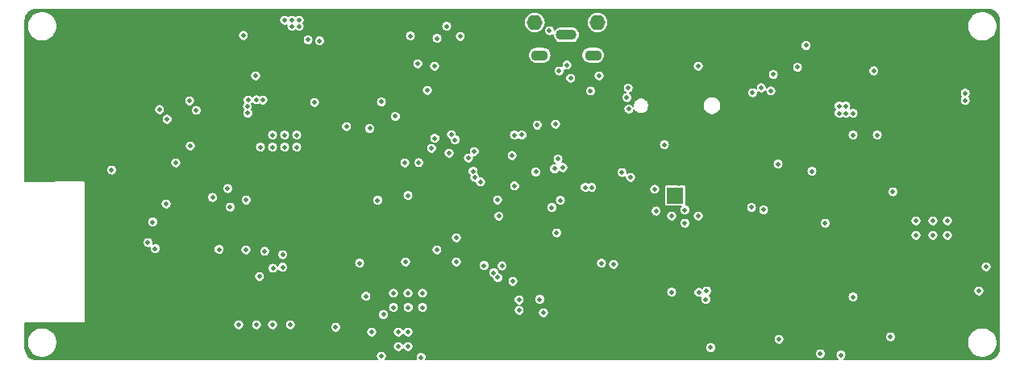
<source format=gbr>
G04 #@! TF.GenerationSoftware,KiCad,Pcbnew,(5.0.0)*
G04 #@! TF.CreationDate,2018-12-11T15:37:44-06:00*
G04 #@! TF.ProjectId,fk-core,666B2D636F72652E6B696361645F7063,0.1*
G04 #@! TF.SameCoordinates,PX791ddc0PY791ddc0*
G04 #@! TF.FileFunction,Copper,L2,Inr,Signal*
G04 #@! TF.FilePolarity,Positive*
%FSLAX46Y46*%
G04 Gerber Fmt 4.6, Leading zero omitted, Abs format (unit mm)*
G04 Created by KiCad (PCBNEW (5.0.0)) date 12/11/18 15:37:44*
%MOMM*%
%LPD*%
G01*
G04 APERTURE LIST*
G04 #@! TA.AperFunction,ViaPad*
%ADD10O,1.651000X1.600000*%
G04 #@! TD*
G04 #@! TA.AperFunction,ViaPad*
%ADD11O,1.800000X1.100000*%
G04 #@! TD*
G04 #@! TA.AperFunction,ViaPad*
%ADD12O,2.200000X1.100000*%
G04 #@! TD*
G04 #@! TA.AperFunction,ViaPad*
%ADD13R,1.700000X1.700000*%
G04 #@! TD*
G04 #@! TA.AperFunction,ViaPad*
%ADD14C,0.500000*%
G04 #@! TD*
G04 #@! TA.AperFunction,Conductor*
%ADD15C,0.203200*%
G04 #@! TD*
G04 APERTURE END LIST*
D10*
G04 #@! TO.N,*
G04 #@! TO.C,J9*
X861000Y16259000D03*
X7461000Y16259000D03*
G04 #@! TD*
D11*
G04 #@! TO.N,Net-(J16-Pad6)*
G04 #@! TO.C,J16*
X6991000Y12827000D03*
G04 #@! TO.N,Net-(C14-Pad1)*
X1391000Y12827000D03*
D12*
G04 #@! TO.N,Net-(J16-Pad8)*
X4191000Y14977000D03*
G04 #@! TD*
D13*
G04 #@! TO.N,Net-(J15-Pad1)*
G04 #@! TO.C,J4*
X15621000Y-1905000D03*
G04 #@! TD*
D14*
G04 #@! TO.N,*
X-12446000Y-12170590D03*
G04 #@! TO.N,GND*
X16002000Y-6731000D03*
X-38090000Y9730000D03*
X-37410000Y9670000D03*
X-19126200Y14655800D03*
X-34000000Y16240000D03*
X16120000Y7240000D03*
X-38159083Y8945133D03*
X-37409083Y8945133D03*
X-6890000Y13090000D03*
X-5740000Y5870000D03*
X13770000Y14340000D03*
X28530000Y-13420000D03*
X7580000Y-18370000D03*
X-6190000Y-8900000D03*
X-5500000Y15777598D03*
X1741557Y5252009D03*
X-45720000Y-16510000D03*
X-30861000Y-13081000D03*
X-29235447Y-17382599D03*
X-41529002Y-1651000D03*
X-29083000Y-12954000D03*
X-17653000Y-7747000D03*
X-33020000Y0D03*
X-31750000Y0D03*
X-30480000Y0D03*
X-29210000Y0D03*
X-27940000Y0D03*
X-26670000Y0D03*
X-25400000Y0D03*
X-24130000Y0D03*
X-22860000Y0D03*
X-21590000Y0D03*
X-20320000Y0D03*
X-19050000Y0D03*
X-17780000Y0D03*
X-16510000Y0D03*
X-15240000Y0D03*
X-13970000Y0D03*
X-33655000Y-17780000D03*
X-20603328Y-18284010D03*
X-16260000Y-17942552D03*
X-2260000Y4949010D03*
X-24282400Y8839200D03*
X-22402800Y8890000D03*
X-4368800Y-18135600D03*
X-11426002Y-18186400D03*
X-18034000Y-13610410D03*
X-36982400Y7061200D03*
X-14610577Y-18370340D03*
X-16764000Y9398000D03*
X-30480000Y5842000D03*
X-31242000Y11684000D03*
X33020000Y-1778000D03*
X39370000Y12700000D03*
X41910000Y12700000D03*
X44450000Y12700000D03*
X46990000Y12700000D03*
X46990000Y11430000D03*
X44450000Y11430000D03*
X41910000Y11430000D03*
X39370000Y11430000D03*
X44450000Y10160000D03*
X46990000Y10160000D03*
X9268984Y15853590D03*
X33460000Y15853590D03*
X45720000Y2540000D03*
X43180000Y2540000D03*
X38100000Y2540000D03*
X38100000Y5080000D03*
X43180000Y5080000D03*
X45720000Y5080000D03*
X33020000Y-3048000D03*
X29972000Y-2032000D03*
X29972000Y-3302000D03*
X24638000Y14478000D03*
X-6260013Y-2039987D03*
X16002000Y-635000D03*
X17399000Y-635000D03*
X18923000Y-635000D03*
X20447000Y-635000D03*
X20447000Y-2540000D03*
X20447000Y-3937000D03*
X20447000Y-5334000D03*
X20447000Y-6604000D03*
X19050000Y-6731000D03*
X17780000Y-6731000D03*
X14351000Y-4064000D03*
X14351000Y-2413000D03*
X14351000Y-5334000D03*
X14351000Y-6731000D03*
X9779000Y-11557000D03*
X12954000Y-10160000D03*
X1716000Y-18096000D03*
X29594990Y3810000D03*
X-5870000Y10587821D03*
X8763000Y6223000D03*
X26035000Y-3302000D03*
X14858516Y-18539295D03*
X-750276Y1911695D03*
X3392398Y-530684D03*
X-877276Y-4819305D03*
X-2591678Y12452695D03*
X27646000Y6662419D03*
X21336000Y-14224000D03*
X21170000Y-11596000D03*
X-2032000Y-17526000D03*
X28830000Y-18063379D03*
X31750000Y-10287000D03*
X33274000Y-10033000D03*
X34671000Y-10033000D03*
X33528000Y9525000D03*
X-8763000Y9144000D03*
X-10490442Y13792442D03*
X14478000Y-698500D03*
X-6159500Y-6667500D03*
X46228000Y-3556000D03*
X48641000Y-3556000D03*
X48577500Y6921500D03*
X46164500Y6477000D03*
X14224000Y-14478000D03*
X41940766Y10308410D03*
X39400766Y10308410D03*
X18796000Y15748000D03*
X-36068000Y-9017000D03*
X-34798000Y-9017000D03*
X-33528000Y-9017000D03*
X-32385000Y-9017000D03*
X-43815000Y5461000D03*
X-49784000Y5461000D03*
X2158000Y10922000D03*
X6468220Y11890403D03*
X30226000Y5461000D03*
G04 #@! TO.N,3V3*
X-6950006Y14799994D03*
X-480000Y4450000D03*
X19350000Y-17900000D03*
X-12700000Y-8890000D03*
X-24130000Y3175000D03*
X-25400000Y4445000D03*
X-25400000Y3175000D03*
X-26670000Y4445000D03*
X-26670000Y3175000D03*
X-27940000Y3175000D03*
X-24130000Y4445000D03*
X-13766800Y6400800D03*
X-35306000Y3302000D03*
X18034000Y11684000D03*
X10685377Y9374632D03*
X13469734Y-1250309D03*
X2932724Y895695D03*
X-4821074Y-483014D03*
X-7366000Y-8890000D03*
X-4445000Y-9271000D03*
X-7366000Y-6350000D03*
X38227000Y-16764000D03*
X34290000Y-12573000D03*
X47498000Y-11938000D03*
X-10414000Y9144000D03*
X-12192000Y14859000D03*
X-31369000Y-1182000D03*
X-12446008Y-1905000D03*
X-9398000Y14605000D03*
X25919724Y10801695D03*
X26416000Y1397000D03*
G04 #@! TO.N,/SWDIO*
X6833200Y-1060001D03*
X7874000Y-9020990D03*
G04 #@! TO.N,/SWCLK*
X6160000Y-1054010D03*
X9144000Y-9144000D03*
G04 #@! TO.N,/RESET*
X13600724Y-3549305D03*
X-1512276Y2292695D03*
G04 #@! TO.N,/A3*
X29348724Y13849695D03*
X-5473700Y2696379D03*
G04 #@! TO.N,/MOSI*
X-25607190Y-8128000D03*
X-27482800Y-7772400D03*
X1778000Y-14224000D03*
X-3429000Y-10033002D03*
G04 #@! TO.N,/SCK*
X-25607190Y-9448800D03*
X-26619200Y-9550400D03*
X1397000Y-12827000D03*
X-3011695Y-10534495D03*
G04 #@! TO.N,/MISO*
X-16865600Y-12496800D03*
X-766402Y-13970000D03*
X-2567945Y-9308355D03*
G04 #@! TO.N,/USB-*
X4636200Y10414000D03*
G04 #@! TO.N,/USB+*
X4242603Y11791360D03*
G04 #@! TO.N,/D30*
X3313724Y1911695D03*
X23633724Y-3168305D03*
G04 #@! TO.N,/D31*
X3821724Y1022695D03*
X24903724Y-3422305D03*
G04 #@! TO.N,/USB_ID*
X3048000Y5588000D03*
X6731000Y9070802D03*
G04 #@! TO.N,/A5*
X-36830000Y1524000D03*
X-12765612Y1524000D03*
G04 #@! TO.N,5V0*
X-8382000Y15875000D03*
G04 #@! TO.N,VUSB*
X2413000Y15406598D03*
G04 #@! TO.N,/D13*
X36460724Y11182695D03*
X980725Y555279D03*
G04 #@! TO.N,/SDA2*
X-9627390Y4102888D03*
G04 #@! TO.N,/BAT_BACKUP*
X26517600Y-17018000D03*
X23749000Y8890000D03*
G04 #@! TO.N,Net-(C6-Pad1)*
X1134109Y5489991D03*
G04 #@! TO.N,VBAT*
X-39751000Y-6858000D03*
X-39243000Y-4699000D03*
G04 #@! TO.N,VBUS*
X-29230000Y8120000D03*
X-28370000Y8140000D03*
X-27670000Y8110000D03*
X-29300000Y7430000D03*
X-29260000Y6740000D03*
X-38530000Y7120000D03*
X-34670000Y7040000D03*
X-25400000Y16510000D03*
X-24638000Y16510000D03*
X-23876000Y16510000D03*
X-23876000Y15875000D03*
X-24638000Y15875000D03*
X34290000Y6731000D03*
X32829500Y6731000D03*
X32829500Y7493000D03*
X33528000Y7492998D03*
X33528000Y6731002D03*
G04 #@! TO.N,/GPS_FIX*
X28459724Y11563695D03*
G04 #@! TO.N,Net-(J11-Pad1)*
X46075600Y8839200D03*
X46075600Y8077200D03*
G04 #@! TO.N,Net-(R4-Pad1)*
X-30226000Y-15494000D03*
G04 #@! TO.N,Net-(R5-Pad1)*
X-26670000Y-15494000D03*
G04 #@! TO.N,/SCL2*
X-9969500Y3048000D03*
G04 #@! TO.N,/PG*
X-29722000Y14909800D03*
X-37733532Y6096336D03*
G04 #@! TO.N,/CHG*
X-35379998Y8030000D03*
X-28448000Y10668000D03*
G04 #@! TO.N,/GPS_TX*
X25665724Y9070802D03*
G04 #@! TO.N,/GPS_RX*
X24649724Y9404695D03*
G04 #@! TO.N,/PERIPH_3V3*
X-13462000Y-16256000D03*
X-12446000Y-16256000D03*
X-13462000Y-17780000D03*
X-12446000Y-17780000D03*
X-13970000Y-12170590D03*
X-10922000Y-12170590D03*
X-29464000Y-7620000D03*
X-17526000Y-9017000D03*
X-20031945Y-15751990D03*
X-28037621Y-10433885D03*
X-24790400Y-15494000D03*
X-28346400Y-15494000D03*
X-11057822Y-18921697D03*
X-12422724Y-13673191D03*
X-10921211Y-13673191D03*
X-13965918Y-13673191D03*
X15240000Y-12065000D03*
X18104000Y-12096000D03*
X18835000Y-12827000D03*
X18923000Y-11938000D03*
X-15621000Y-2413000D03*
X-32280452Y-7577010D03*
X-29429046Y-2389680D03*
X-43561000Y762000D03*
G04 #@! TO.N,/GPS_3V3*
X34290000Y4445000D03*
X36830000Y4445000D03*
X42672000Y-6096000D03*
X44196000Y-6096000D03*
X40894000Y-6096000D03*
X40894000Y-4572000D03*
X42672000Y-4572000D03*
X44196000Y-4572000D03*
X38481000Y-1524000D03*
X29972000Y635000D03*
X48260000Y-9398000D03*
G04 #@! TO.N,Net-(C29-Pad1)*
X-15240000Y7924800D03*
X-22250400Y7874000D03*
G04 #@! TO.N,/MODULE_3V3*
X-16459200Y5130800D03*
G04 #@! TO.N,/D12_SD_CS*
X3175000Y-5842000D03*
G04 #@! TO.N,/A1_WIFI_RST*
X-15240000Y-18796000D03*
G04 #@! TO.N,/D2_WIFI_EN*
X-16256000Y-16256000D03*
X-776402Y-12883595D03*
G04 #@! TO.N,/D7_WIFI_CS*
X-1241858Y-902657D03*
G04 #@! TO.N,/A2_WIFI_IRQ*
X-11310989Y1545399D03*
G04 #@! TO.N,/D8_WIFI_WAKE*
X-6096000Y2032000D03*
G04 #@! TO.N,/A4_GPS_EN*
X14478000Y3429000D03*
X-7493000Y3937000D03*
G04 #@! TO.N,/D9_MODULE_EN*
X-18897600Y5334000D03*
X-8128000Y2539994D03*
G04 #@! TO.N,/D1_RADIO_D1*
X-5607509Y639628D03*
G04 #@! TO.N,/D0_RADIO_D2*
X-5449276Y6695D03*
G04 #@! TO.N,/D2_RADIO_D0*
X-3036276Y-2391590D03*
G04 #@! TO.N,/D5_RADIO_CS*
X-2902503Y-4085410D03*
G04 #@! TO.N,/D26_FLASH_CS*
X-15024288Y-14427200D03*
X-1429681Y-10938744D03*
G04 #@! TO.N,/D25_PERIPH_EN*
X-1270000Y4445000D03*
X-9401902Y-7620000D03*
X-7877990Y4482408D03*
G04 #@! TO.N,/GPS_PWR_FILT*
X31369000Y-4826000D03*
G04 #@! TO.N,Net-(J15-Pad1)*
X15240000Y-4064000D03*
X18034000Y-4064000D03*
X16637000Y-3429000D03*
X16637000Y-4826000D03*
G04 #@! TO.N,/SDA1*
X-22935522Y14440368D03*
X10740549Y7170000D03*
X10922000Y0D03*
X33020000Y-18669000D03*
X-9652000Y11684000D03*
X-31115000Y-3144000D03*
X2664953Y-3175000D03*
G04 #@! TO.N,/SCL1*
X-21723650Y14344350D03*
X10541000Y8381998D03*
X10033000Y508000D03*
X30863272Y-18545990D03*
X-11403764Y11930011D03*
X-32966801Y-2110269D03*
X3556000Y-2413000D03*
G04 #@! TO.N,Net-(C40-Pad1)*
X-37846000Y-2794000D03*
X-38989000Y-7493000D03*
G04 #@! TO.N,Net-(J16-Pad4)*
X7620000Y10668000D03*
X3429000Y11176000D03*
G04 #@! TD*
D15*
G04 #@! TO.N,GND*
G36*
X48717225Y17597080D02*
X48926182Y17533992D01*
X49118898Y17431524D01*
X49288049Y17293567D01*
X49427178Y17125388D01*
X49530992Y16933390D01*
X49595537Y16724878D01*
X49620201Y16490210D01*
X49620200Y-17981430D01*
X49597080Y-18217225D01*
X49533992Y-18426183D01*
X49431523Y-18618899D01*
X49293567Y-18788050D01*
X49125390Y-18927177D01*
X48933390Y-19030992D01*
X48724882Y-19095536D01*
X48490220Y-19120200D01*
X33343344Y-19120200D01*
X33373664Y-19099941D01*
X33450941Y-19022664D01*
X33511657Y-18931796D01*
X33553479Y-18830829D01*
X33574800Y-18723643D01*
X33574800Y-18614357D01*
X33553479Y-18507171D01*
X33511657Y-18406204D01*
X33450941Y-18315336D01*
X33373664Y-18238059D01*
X33282796Y-18177343D01*
X33181829Y-18135521D01*
X33074643Y-18114200D01*
X32965357Y-18114200D01*
X32858171Y-18135521D01*
X32757204Y-18177343D01*
X32666336Y-18238059D01*
X32589059Y-18315336D01*
X32528343Y-18406204D01*
X32486521Y-18507171D01*
X32465200Y-18614357D01*
X32465200Y-18723643D01*
X32486521Y-18830829D01*
X32528343Y-18931796D01*
X32589059Y-19022664D01*
X32666336Y-19099941D01*
X32696656Y-19120200D01*
X-10539534Y-19120200D01*
X-10524343Y-19083526D01*
X-10503022Y-18976340D01*
X-10503022Y-18867054D01*
X-10524343Y-18759868D01*
X-10566165Y-18658901D01*
X-10626881Y-18568033D01*
X-10703567Y-18491347D01*
X30308472Y-18491347D01*
X30308472Y-18600633D01*
X30329793Y-18707819D01*
X30371615Y-18808786D01*
X30432331Y-18899654D01*
X30509608Y-18976931D01*
X30600476Y-19037647D01*
X30701443Y-19079469D01*
X30808629Y-19100790D01*
X30917915Y-19100790D01*
X31025101Y-19079469D01*
X31126068Y-19037647D01*
X31216936Y-18976931D01*
X31294213Y-18899654D01*
X31354929Y-18808786D01*
X31396751Y-18707819D01*
X31418072Y-18600633D01*
X31418072Y-18491347D01*
X31396751Y-18384161D01*
X31354929Y-18283194D01*
X31294213Y-18192326D01*
X31216936Y-18115049D01*
X31126068Y-18054333D01*
X31025101Y-18012511D01*
X30917915Y-17991190D01*
X30808629Y-17991190D01*
X30701443Y-18012511D01*
X30600476Y-18054333D01*
X30509608Y-18115049D01*
X30432331Y-18192326D01*
X30371615Y-18283194D01*
X30329793Y-18384161D01*
X30308472Y-18491347D01*
X-10703567Y-18491347D01*
X-10704158Y-18490756D01*
X-10795026Y-18430040D01*
X-10895993Y-18388218D01*
X-11003179Y-18366897D01*
X-11112465Y-18366897D01*
X-11219651Y-18388218D01*
X-11320618Y-18430040D01*
X-11411486Y-18490756D01*
X-11488763Y-18568033D01*
X-11549479Y-18658901D01*
X-11591301Y-18759868D01*
X-11612622Y-18867054D01*
X-11612622Y-18976340D01*
X-11591301Y-19083526D01*
X-11576110Y-19120200D01*
X-14789372Y-19120200D01*
X-14748343Y-19058796D01*
X-14706521Y-18957829D01*
X-14685200Y-18850643D01*
X-14685200Y-18741357D01*
X-14706521Y-18634171D01*
X-14748343Y-18533204D01*
X-14809059Y-18442336D01*
X-14886336Y-18365059D01*
X-14977204Y-18304343D01*
X-15078171Y-18262521D01*
X-15185357Y-18241200D01*
X-15294643Y-18241200D01*
X-15401829Y-18262521D01*
X-15502796Y-18304343D01*
X-15593664Y-18365059D01*
X-15670941Y-18442336D01*
X-15731657Y-18533204D01*
X-15773479Y-18634171D01*
X-15794800Y-18741357D01*
X-15794800Y-18850643D01*
X-15773479Y-18957829D01*
X-15731657Y-19058796D01*
X-15690628Y-19120200D01*
X-51481430Y-19120200D01*
X-51717225Y-19097080D01*
X-51926183Y-19033992D01*
X-52118899Y-18931523D01*
X-52288050Y-18793567D01*
X-52427177Y-18625390D01*
X-52530992Y-18433390D01*
X-52595536Y-18224882D01*
X-52620200Y-17990220D01*
X-52620200Y-17209896D01*
X-52439800Y-17209896D01*
X-52439800Y-17520104D01*
X-52379282Y-17824352D01*
X-52260570Y-18110948D01*
X-52088227Y-18368877D01*
X-51868877Y-18588227D01*
X-51610948Y-18760570D01*
X-51324352Y-18879282D01*
X-51020104Y-18939800D01*
X-50709896Y-18939800D01*
X-50405648Y-18879282D01*
X-50119052Y-18760570D01*
X-49861123Y-18588227D01*
X-49641773Y-18368877D01*
X-49469430Y-18110948D01*
X-49350718Y-17824352D01*
X-49331027Y-17725357D01*
X-14016800Y-17725357D01*
X-14016800Y-17834643D01*
X-13995479Y-17941829D01*
X-13953657Y-18042796D01*
X-13892941Y-18133664D01*
X-13815664Y-18210941D01*
X-13724796Y-18271657D01*
X-13623829Y-18313479D01*
X-13516643Y-18334800D01*
X-13407357Y-18334800D01*
X-13300171Y-18313479D01*
X-13199204Y-18271657D01*
X-13108336Y-18210941D01*
X-13031059Y-18133664D01*
X-12970343Y-18042796D01*
X-12954000Y-18003341D01*
X-12937657Y-18042796D01*
X-12876941Y-18133664D01*
X-12799664Y-18210941D01*
X-12708796Y-18271657D01*
X-12607829Y-18313479D01*
X-12500643Y-18334800D01*
X-12391357Y-18334800D01*
X-12284171Y-18313479D01*
X-12183204Y-18271657D01*
X-12092336Y-18210941D01*
X-12015059Y-18133664D01*
X-11954343Y-18042796D01*
X-11912521Y-17941829D01*
X-11893332Y-17845357D01*
X18795200Y-17845357D01*
X18795200Y-17954643D01*
X18816521Y-18061829D01*
X18858343Y-18162796D01*
X18919059Y-18253664D01*
X18996336Y-18330941D01*
X19087204Y-18391657D01*
X19188171Y-18433479D01*
X19295357Y-18454800D01*
X19404643Y-18454800D01*
X19511829Y-18433479D01*
X19612796Y-18391657D01*
X19703664Y-18330941D01*
X19780941Y-18253664D01*
X19841657Y-18162796D01*
X19883479Y-18061829D01*
X19904800Y-17954643D01*
X19904800Y-17845357D01*
X19883479Y-17738171D01*
X19841657Y-17637204D01*
X19780941Y-17546336D01*
X19703664Y-17469059D01*
X19612796Y-17408343D01*
X19511829Y-17366521D01*
X19404643Y-17345200D01*
X19295357Y-17345200D01*
X19188171Y-17366521D01*
X19087204Y-17408343D01*
X18996336Y-17469059D01*
X18919059Y-17546336D01*
X18858343Y-17637204D01*
X18816521Y-17738171D01*
X18795200Y-17845357D01*
X-11893332Y-17845357D01*
X-11891200Y-17834643D01*
X-11891200Y-17725357D01*
X-11912521Y-17618171D01*
X-11954343Y-17517204D01*
X-12015059Y-17426336D01*
X-12092336Y-17349059D01*
X-12183204Y-17288343D01*
X-12284171Y-17246521D01*
X-12391357Y-17225200D01*
X-12500643Y-17225200D01*
X-12607829Y-17246521D01*
X-12708796Y-17288343D01*
X-12799664Y-17349059D01*
X-12876941Y-17426336D01*
X-12937657Y-17517204D01*
X-12954000Y-17556659D01*
X-12970343Y-17517204D01*
X-13031059Y-17426336D01*
X-13108336Y-17349059D01*
X-13199204Y-17288343D01*
X-13300171Y-17246521D01*
X-13407357Y-17225200D01*
X-13516643Y-17225200D01*
X-13623829Y-17246521D01*
X-13724796Y-17288343D01*
X-13815664Y-17349059D01*
X-13892941Y-17426336D01*
X-13953657Y-17517204D01*
X-13995479Y-17618171D01*
X-14016800Y-17725357D01*
X-49331027Y-17725357D01*
X-49290200Y-17520104D01*
X-49290200Y-17209896D01*
X-49339239Y-16963357D01*
X25962800Y-16963357D01*
X25962800Y-17072643D01*
X25984121Y-17179829D01*
X26025943Y-17280796D01*
X26086659Y-17371664D01*
X26163936Y-17448941D01*
X26254804Y-17509657D01*
X26355771Y-17551479D01*
X26462957Y-17572800D01*
X26572243Y-17572800D01*
X26679429Y-17551479D01*
X26780396Y-17509657D01*
X26871264Y-17448941D01*
X26948541Y-17371664D01*
X27009257Y-17280796D01*
X27051079Y-17179829D01*
X27072400Y-17072643D01*
X27072400Y-16963357D01*
X27051079Y-16856171D01*
X27009257Y-16755204D01*
X26978624Y-16709357D01*
X37672200Y-16709357D01*
X37672200Y-16818643D01*
X37693521Y-16925829D01*
X37735343Y-17026796D01*
X37796059Y-17117664D01*
X37873336Y-17194941D01*
X37964204Y-17255657D01*
X38065171Y-17297479D01*
X38172357Y-17318800D01*
X38281643Y-17318800D01*
X38388829Y-17297479D01*
X38489796Y-17255657D01*
X38558282Y-17209896D01*
X46290200Y-17209896D01*
X46290200Y-17520104D01*
X46350718Y-17824352D01*
X46469430Y-18110948D01*
X46641773Y-18368877D01*
X46861123Y-18588227D01*
X47119052Y-18760570D01*
X47405648Y-18879282D01*
X47709896Y-18939800D01*
X48020104Y-18939800D01*
X48324352Y-18879282D01*
X48610948Y-18760570D01*
X48868877Y-18588227D01*
X49088227Y-18368877D01*
X49260570Y-18110948D01*
X49379282Y-17824352D01*
X49439800Y-17520104D01*
X49439800Y-17209896D01*
X49379282Y-16905648D01*
X49260570Y-16619052D01*
X49088227Y-16361123D01*
X48868877Y-16141773D01*
X48610948Y-15969430D01*
X48324352Y-15850718D01*
X48020104Y-15790200D01*
X47709896Y-15790200D01*
X47405648Y-15850718D01*
X47119052Y-15969430D01*
X46861123Y-16141773D01*
X46641773Y-16361123D01*
X46469430Y-16619052D01*
X46350718Y-16905648D01*
X46290200Y-17209896D01*
X38558282Y-17209896D01*
X38580664Y-17194941D01*
X38657941Y-17117664D01*
X38718657Y-17026796D01*
X38760479Y-16925829D01*
X38781800Y-16818643D01*
X38781800Y-16709357D01*
X38760479Y-16602171D01*
X38718657Y-16501204D01*
X38657941Y-16410336D01*
X38580664Y-16333059D01*
X38489796Y-16272343D01*
X38388829Y-16230521D01*
X38281643Y-16209200D01*
X38172357Y-16209200D01*
X38065171Y-16230521D01*
X37964204Y-16272343D01*
X37873336Y-16333059D01*
X37796059Y-16410336D01*
X37735343Y-16501204D01*
X37693521Y-16602171D01*
X37672200Y-16709357D01*
X26978624Y-16709357D01*
X26948541Y-16664336D01*
X26871264Y-16587059D01*
X26780396Y-16526343D01*
X26679429Y-16484521D01*
X26572243Y-16463200D01*
X26462957Y-16463200D01*
X26355771Y-16484521D01*
X26254804Y-16526343D01*
X26163936Y-16587059D01*
X26086659Y-16664336D01*
X26025943Y-16755204D01*
X25984121Y-16856171D01*
X25962800Y-16963357D01*
X-49339239Y-16963357D01*
X-49350718Y-16905648D01*
X-49469430Y-16619052D01*
X-49641773Y-16361123D01*
X-49861123Y-16141773D01*
X-50119052Y-15969430D01*
X-50405648Y-15850718D01*
X-50709896Y-15790200D01*
X-51020104Y-15790200D01*
X-51324352Y-15850718D01*
X-51610948Y-15969430D01*
X-51868877Y-16141773D01*
X-52088227Y-16361123D01*
X-52260570Y-16619052D01*
X-52379282Y-16905648D01*
X-52439800Y-17209896D01*
X-52620200Y-17209896D01*
X-52620200Y-15439357D01*
X-30780800Y-15439357D01*
X-30780800Y-15548643D01*
X-30759479Y-15655829D01*
X-30717657Y-15756796D01*
X-30656941Y-15847664D01*
X-30579664Y-15924941D01*
X-30488796Y-15985657D01*
X-30387829Y-16027479D01*
X-30280643Y-16048800D01*
X-30171357Y-16048800D01*
X-30064171Y-16027479D01*
X-29963204Y-15985657D01*
X-29872336Y-15924941D01*
X-29795059Y-15847664D01*
X-29734343Y-15756796D01*
X-29692521Y-15655829D01*
X-29671200Y-15548643D01*
X-29671200Y-15439357D01*
X-28901200Y-15439357D01*
X-28901200Y-15548643D01*
X-28879879Y-15655829D01*
X-28838057Y-15756796D01*
X-28777341Y-15847664D01*
X-28700064Y-15924941D01*
X-28609196Y-15985657D01*
X-28508229Y-16027479D01*
X-28401043Y-16048800D01*
X-28291757Y-16048800D01*
X-28184571Y-16027479D01*
X-28083604Y-15985657D01*
X-27992736Y-15924941D01*
X-27915459Y-15847664D01*
X-27854743Y-15756796D01*
X-27812921Y-15655829D01*
X-27791600Y-15548643D01*
X-27791600Y-15439357D01*
X-27224800Y-15439357D01*
X-27224800Y-15548643D01*
X-27203479Y-15655829D01*
X-27161657Y-15756796D01*
X-27100941Y-15847664D01*
X-27023664Y-15924941D01*
X-26932796Y-15985657D01*
X-26831829Y-16027479D01*
X-26724643Y-16048800D01*
X-26615357Y-16048800D01*
X-26508171Y-16027479D01*
X-26407204Y-15985657D01*
X-26316336Y-15924941D01*
X-26239059Y-15847664D01*
X-26178343Y-15756796D01*
X-26136521Y-15655829D01*
X-26115200Y-15548643D01*
X-26115200Y-15439357D01*
X-25345200Y-15439357D01*
X-25345200Y-15548643D01*
X-25323879Y-15655829D01*
X-25282057Y-15756796D01*
X-25221341Y-15847664D01*
X-25144064Y-15924941D01*
X-25053196Y-15985657D01*
X-24952229Y-16027479D01*
X-24845043Y-16048800D01*
X-24735757Y-16048800D01*
X-24628571Y-16027479D01*
X-24527604Y-15985657D01*
X-24436736Y-15924941D01*
X-24359459Y-15847664D01*
X-24298743Y-15756796D01*
X-24274119Y-15697347D01*
X-20586745Y-15697347D01*
X-20586745Y-15806633D01*
X-20565424Y-15913819D01*
X-20523602Y-16014786D01*
X-20462886Y-16105654D01*
X-20385609Y-16182931D01*
X-20294741Y-16243647D01*
X-20193774Y-16285469D01*
X-20086588Y-16306790D01*
X-19977302Y-16306790D01*
X-19870116Y-16285469D01*
X-19769149Y-16243647D01*
X-19705858Y-16201357D01*
X-16810800Y-16201357D01*
X-16810800Y-16310643D01*
X-16789479Y-16417829D01*
X-16747657Y-16518796D01*
X-16686941Y-16609664D01*
X-16609664Y-16686941D01*
X-16518796Y-16747657D01*
X-16417829Y-16789479D01*
X-16310643Y-16810800D01*
X-16201357Y-16810800D01*
X-16094171Y-16789479D01*
X-15993204Y-16747657D01*
X-15902336Y-16686941D01*
X-15825059Y-16609664D01*
X-15764343Y-16518796D01*
X-15722521Y-16417829D01*
X-15701200Y-16310643D01*
X-15701200Y-16201357D01*
X-14016800Y-16201357D01*
X-14016800Y-16310643D01*
X-13995479Y-16417829D01*
X-13953657Y-16518796D01*
X-13892941Y-16609664D01*
X-13815664Y-16686941D01*
X-13724796Y-16747657D01*
X-13623829Y-16789479D01*
X-13516643Y-16810800D01*
X-13407357Y-16810800D01*
X-13300171Y-16789479D01*
X-13199204Y-16747657D01*
X-13108336Y-16686941D01*
X-13031059Y-16609664D01*
X-12970343Y-16518796D01*
X-12954000Y-16479341D01*
X-12937657Y-16518796D01*
X-12876941Y-16609664D01*
X-12799664Y-16686941D01*
X-12708796Y-16747657D01*
X-12607829Y-16789479D01*
X-12500643Y-16810800D01*
X-12391357Y-16810800D01*
X-12284171Y-16789479D01*
X-12183204Y-16747657D01*
X-12092336Y-16686941D01*
X-12015059Y-16609664D01*
X-11954343Y-16518796D01*
X-11912521Y-16417829D01*
X-11891200Y-16310643D01*
X-11891200Y-16201357D01*
X-11912521Y-16094171D01*
X-11954343Y-15993204D01*
X-12015059Y-15902336D01*
X-12092336Y-15825059D01*
X-12183204Y-15764343D01*
X-12284171Y-15722521D01*
X-12391357Y-15701200D01*
X-12500643Y-15701200D01*
X-12607829Y-15722521D01*
X-12708796Y-15764343D01*
X-12799664Y-15825059D01*
X-12876941Y-15902336D01*
X-12937657Y-15993204D01*
X-12954000Y-16032659D01*
X-12970343Y-15993204D01*
X-13031059Y-15902336D01*
X-13108336Y-15825059D01*
X-13199204Y-15764343D01*
X-13300171Y-15722521D01*
X-13407357Y-15701200D01*
X-13516643Y-15701200D01*
X-13623829Y-15722521D01*
X-13724796Y-15764343D01*
X-13815664Y-15825059D01*
X-13892941Y-15902336D01*
X-13953657Y-15993204D01*
X-13995479Y-16094171D01*
X-14016800Y-16201357D01*
X-15701200Y-16201357D01*
X-15722521Y-16094171D01*
X-15764343Y-15993204D01*
X-15825059Y-15902336D01*
X-15902336Y-15825059D01*
X-15993204Y-15764343D01*
X-16094171Y-15722521D01*
X-16201357Y-15701200D01*
X-16310643Y-15701200D01*
X-16417829Y-15722521D01*
X-16518796Y-15764343D01*
X-16609664Y-15825059D01*
X-16686941Y-15902336D01*
X-16747657Y-15993204D01*
X-16789479Y-16094171D01*
X-16810800Y-16201357D01*
X-19705858Y-16201357D01*
X-19678281Y-16182931D01*
X-19601004Y-16105654D01*
X-19540288Y-16014786D01*
X-19498466Y-15913819D01*
X-19477145Y-15806633D01*
X-19477145Y-15697347D01*
X-19498466Y-15590161D01*
X-19540288Y-15489194D01*
X-19601004Y-15398326D01*
X-19678281Y-15321049D01*
X-19769149Y-15260333D01*
X-19870116Y-15218511D01*
X-19977302Y-15197190D01*
X-20086588Y-15197190D01*
X-20193774Y-15218511D01*
X-20294741Y-15260333D01*
X-20385609Y-15321049D01*
X-20462886Y-15398326D01*
X-20523602Y-15489194D01*
X-20565424Y-15590161D01*
X-20586745Y-15697347D01*
X-24274119Y-15697347D01*
X-24256921Y-15655829D01*
X-24235600Y-15548643D01*
X-24235600Y-15439357D01*
X-24256921Y-15332171D01*
X-24298743Y-15231204D01*
X-24359459Y-15140336D01*
X-24436736Y-15063059D01*
X-24527604Y-15002343D01*
X-24628571Y-14960521D01*
X-24735757Y-14939200D01*
X-24845043Y-14939200D01*
X-24952229Y-14960521D01*
X-25053196Y-15002343D01*
X-25144064Y-15063059D01*
X-25221341Y-15140336D01*
X-25282057Y-15231204D01*
X-25323879Y-15332171D01*
X-25345200Y-15439357D01*
X-26115200Y-15439357D01*
X-26136521Y-15332171D01*
X-26178343Y-15231204D01*
X-26239059Y-15140336D01*
X-26316336Y-15063059D01*
X-26407204Y-15002343D01*
X-26508171Y-14960521D01*
X-26615357Y-14939200D01*
X-26724643Y-14939200D01*
X-26831829Y-14960521D01*
X-26932796Y-15002343D01*
X-27023664Y-15063059D01*
X-27100941Y-15140336D01*
X-27161657Y-15231204D01*
X-27203479Y-15332171D01*
X-27224800Y-15439357D01*
X-27791600Y-15439357D01*
X-27812921Y-15332171D01*
X-27854743Y-15231204D01*
X-27915459Y-15140336D01*
X-27992736Y-15063059D01*
X-28083604Y-15002343D01*
X-28184571Y-14960521D01*
X-28291757Y-14939200D01*
X-28401043Y-14939200D01*
X-28508229Y-14960521D01*
X-28609196Y-15002343D01*
X-28700064Y-15063059D01*
X-28777341Y-15140336D01*
X-28838057Y-15231204D01*
X-28879879Y-15332171D01*
X-28901200Y-15439357D01*
X-29671200Y-15439357D01*
X-29692521Y-15332171D01*
X-29734343Y-15231204D01*
X-29795059Y-15140336D01*
X-29872336Y-15063059D01*
X-29963204Y-15002343D01*
X-30064171Y-14960521D01*
X-30171357Y-14939200D01*
X-30280643Y-14939200D01*
X-30387829Y-14960521D01*
X-30488796Y-15002343D01*
X-30579664Y-15063059D01*
X-30656941Y-15140336D01*
X-30717657Y-15231204D01*
X-30759479Y-15332171D01*
X-30780800Y-15439357D01*
X-52620200Y-15439357D01*
X-52620200Y-15341600D01*
X-46431200Y-15341600D01*
X-46392319Y-15333866D01*
X-46359358Y-15311842D01*
X-46337334Y-15278881D01*
X-46329600Y-15240000D01*
X-46329600Y-14372557D01*
X-15579088Y-14372557D01*
X-15579088Y-14481843D01*
X-15557767Y-14589029D01*
X-15515945Y-14689996D01*
X-15455229Y-14780864D01*
X-15377952Y-14858141D01*
X-15287084Y-14918857D01*
X-15186117Y-14960679D01*
X-15078931Y-14982000D01*
X-14969645Y-14982000D01*
X-14862459Y-14960679D01*
X-14761492Y-14918857D01*
X-14670624Y-14858141D01*
X-14593347Y-14780864D01*
X-14532631Y-14689996D01*
X-14490809Y-14589029D01*
X-14469488Y-14481843D01*
X-14469488Y-14372557D01*
X-14490809Y-14265371D01*
X-14532631Y-14164404D01*
X-14593347Y-14073536D01*
X-14670624Y-13996259D01*
X-14761492Y-13935543D01*
X-14862459Y-13893721D01*
X-14969645Y-13872400D01*
X-15078931Y-13872400D01*
X-15186117Y-13893721D01*
X-15287084Y-13935543D01*
X-15377952Y-13996259D01*
X-15455229Y-14073536D01*
X-15515945Y-14164404D01*
X-15557767Y-14265371D01*
X-15579088Y-14372557D01*
X-46329600Y-14372557D01*
X-46329600Y-13618548D01*
X-14520718Y-13618548D01*
X-14520718Y-13727834D01*
X-14499397Y-13835020D01*
X-14457575Y-13935987D01*
X-14396859Y-14026855D01*
X-14319582Y-14104132D01*
X-14228714Y-14164848D01*
X-14127747Y-14206670D01*
X-14020561Y-14227991D01*
X-13911275Y-14227991D01*
X-13804089Y-14206670D01*
X-13703122Y-14164848D01*
X-13612254Y-14104132D01*
X-13534977Y-14026855D01*
X-13474261Y-13935987D01*
X-13432439Y-13835020D01*
X-13411118Y-13727834D01*
X-13411118Y-13618548D01*
X-12977524Y-13618548D01*
X-12977524Y-13727834D01*
X-12956203Y-13835020D01*
X-12914381Y-13935987D01*
X-12853665Y-14026855D01*
X-12776388Y-14104132D01*
X-12685520Y-14164848D01*
X-12584553Y-14206670D01*
X-12477367Y-14227991D01*
X-12368081Y-14227991D01*
X-12260895Y-14206670D01*
X-12159928Y-14164848D01*
X-12069060Y-14104132D01*
X-11991783Y-14026855D01*
X-11931067Y-13935987D01*
X-11889245Y-13835020D01*
X-11867924Y-13727834D01*
X-11867924Y-13618548D01*
X-11476011Y-13618548D01*
X-11476011Y-13727834D01*
X-11454690Y-13835020D01*
X-11412868Y-13935987D01*
X-11352152Y-14026855D01*
X-11274875Y-14104132D01*
X-11184007Y-14164848D01*
X-11083040Y-14206670D01*
X-10975854Y-14227991D01*
X-10866568Y-14227991D01*
X-10759382Y-14206670D01*
X-10658415Y-14164848D01*
X-10567547Y-14104132D01*
X-10490270Y-14026855D01*
X-10429554Y-13935987D01*
X-10387732Y-13835020D01*
X-10366411Y-13727834D01*
X-10366411Y-13618548D01*
X-10387732Y-13511362D01*
X-10429554Y-13410395D01*
X-10490270Y-13319527D01*
X-10567547Y-13242250D01*
X-10658415Y-13181534D01*
X-10759382Y-13139712D01*
X-10866568Y-13118391D01*
X-10975854Y-13118391D01*
X-11083040Y-13139712D01*
X-11184007Y-13181534D01*
X-11274875Y-13242250D01*
X-11352152Y-13319527D01*
X-11412868Y-13410395D01*
X-11454690Y-13511362D01*
X-11476011Y-13618548D01*
X-11867924Y-13618548D01*
X-11889245Y-13511362D01*
X-11931067Y-13410395D01*
X-11991783Y-13319527D01*
X-12069060Y-13242250D01*
X-12159928Y-13181534D01*
X-12260895Y-13139712D01*
X-12368081Y-13118391D01*
X-12477367Y-13118391D01*
X-12584553Y-13139712D01*
X-12685520Y-13181534D01*
X-12776388Y-13242250D01*
X-12853665Y-13319527D01*
X-12914381Y-13410395D01*
X-12956203Y-13511362D01*
X-12977524Y-13618548D01*
X-13411118Y-13618548D01*
X-13432439Y-13511362D01*
X-13474261Y-13410395D01*
X-13534977Y-13319527D01*
X-13612254Y-13242250D01*
X-13703122Y-13181534D01*
X-13804089Y-13139712D01*
X-13911275Y-13118391D01*
X-14020561Y-13118391D01*
X-14127747Y-13139712D01*
X-14228714Y-13181534D01*
X-14319582Y-13242250D01*
X-14396859Y-13319527D01*
X-14457575Y-13410395D01*
X-14499397Y-13511362D01*
X-14520718Y-13618548D01*
X-46329600Y-13618548D01*
X-46329600Y-12442157D01*
X-17420400Y-12442157D01*
X-17420400Y-12551443D01*
X-17399079Y-12658629D01*
X-17357257Y-12759596D01*
X-17296541Y-12850464D01*
X-17219264Y-12927741D01*
X-17128396Y-12988457D01*
X-17027429Y-13030279D01*
X-16920243Y-13051600D01*
X-16810957Y-13051600D01*
X-16703771Y-13030279D01*
X-16602804Y-12988457D01*
X-16511936Y-12927741D01*
X-16434659Y-12850464D01*
X-16420286Y-12828952D01*
X-1331202Y-12828952D01*
X-1331202Y-12938238D01*
X-1309881Y-13045424D01*
X-1268059Y-13146391D01*
X-1207343Y-13237259D01*
X-1130066Y-13314536D01*
X-1039198Y-13375252D01*
X-938231Y-13417074D01*
X-884349Y-13427792D01*
X-928231Y-13436521D01*
X-1029198Y-13478343D01*
X-1120066Y-13539059D01*
X-1197343Y-13616336D01*
X-1258059Y-13707204D01*
X-1299881Y-13808171D01*
X-1321202Y-13915357D01*
X-1321202Y-14024643D01*
X-1299881Y-14131829D01*
X-1258059Y-14232796D01*
X-1197343Y-14323664D01*
X-1120066Y-14400941D01*
X-1029198Y-14461657D01*
X-928231Y-14503479D01*
X-821045Y-14524800D01*
X-711759Y-14524800D01*
X-604573Y-14503479D01*
X-503606Y-14461657D01*
X-412738Y-14400941D01*
X-335461Y-14323664D01*
X-274745Y-14232796D01*
X-248468Y-14169357D01*
X1223200Y-14169357D01*
X1223200Y-14278643D01*
X1244521Y-14385829D01*
X1286343Y-14486796D01*
X1347059Y-14577664D01*
X1424336Y-14654941D01*
X1515204Y-14715657D01*
X1616171Y-14757479D01*
X1723357Y-14778800D01*
X1832643Y-14778800D01*
X1939829Y-14757479D01*
X2040796Y-14715657D01*
X2131664Y-14654941D01*
X2208941Y-14577664D01*
X2269657Y-14486796D01*
X2311479Y-14385829D01*
X2332800Y-14278643D01*
X2332800Y-14169357D01*
X2311479Y-14062171D01*
X2269657Y-13961204D01*
X2208941Y-13870336D01*
X2131664Y-13793059D01*
X2040796Y-13732343D01*
X1939829Y-13690521D01*
X1832643Y-13669200D01*
X1723357Y-13669200D01*
X1616171Y-13690521D01*
X1515204Y-13732343D01*
X1424336Y-13793059D01*
X1347059Y-13870336D01*
X1286343Y-13961204D01*
X1244521Y-14062171D01*
X1223200Y-14169357D01*
X-248468Y-14169357D01*
X-232923Y-14131829D01*
X-211602Y-14024643D01*
X-211602Y-13915357D01*
X-232923Y-13808171D01*
X-274745Y-13707204D01*
X-335461Y-13616336D01*
X-412738Y-13539059D01*
X-503606Y-13478343D01*
X-604573Y-13436521D01*
X-658455Y-13425803D01*
X-614573Y-13417074D01*
X-513606Y-13375252D01*
X-422738Y-13314536D01*
X-345461Y-13237259D01*
X-284745Y-13146391D01*
X-242923Y-13045424D01*
X-221602Y-12938238D01*
X-221602Y-12828952D01*
X-232859Y-12772357D01*
X842200Y-12772357D01*
X842200Y-12881643D01*
X863521Y-12988829D01*
X905343Y-13089796D01*
X966059Y-13180664D01*
X1043336Y-13257941D01*
X1134204Y-13318657D01*
X1235171Y-13360479D01*
X1342357Y-13381800D01*
X1451643Y-13381800D01*
X1558829Y-13360479D01*
X1659796Y-13318657D01*
X1750664Y-13257941D01*
X1827941Y-13180664D01*
X1888657Y-13089796D01*
X1930479Y-12988829D01*
X1951800Y-12881643D01*
X1951800Y-12772357D01*
X1930479Y-12665171D01*
X1888657Y-12564204D01*
X1827941Y-12473336D01*
X1750664Y-12396059D01*
X1659796Y-12335343D01*
X1558829Y-12293521D01*
X1451643Y-12272200D01*
X1342357Y-12272200D01*
X1235171Y-12293521D01*
X1134204Y-12335343D01*
X1043336Y-12396059D01*
X966059Y-12473336D01*
X905343Y-12564204D01*
X863521Y-12665171D01*
X842200Y-12772357D01*
X-232859Y-12772357D01*
X-242923Y-12721766D01*
X-284745Y-12620799D01*
X-345461Y-12529931D01*
X-422738Y-12452654D01*
X-513606Y-12391938D01*
X-614573Y-12350116D01*
X-721759Y-12328795D01*
X-831045Y-12328795D01*
X-938231Y-12350116D01*
X-1039198Y-12391938D01*
X-1130066Y-12452654D01*
X-1207343Y-12529931D01*
X-1268059Y-12620799D01*
X-1309881Y-12721766D01*
X-1331202Y-12828952D01*
X-16420286Y-12828952D01*
X-16373943Y-12759596D01*
X-16332121Y-12658629D01*
X-16310800Y-12551443D01*
X-16310800Y-12442157D01*
X-16332121Y-12334971D01*
X-16373943Y-12234004D01*
X-16434659Y-12143136D01*
X-16461848Y-12115947D01*
X-14524800Y-12115947D01*
X-14524800Y-12225233D01*
X-14503479Y-12332419D01*
X-14461657Y-12433386D01*
X-14400941Y-12524254D01*
X-14323664Y-12601531D01*
X-14232796Y-12662247D01*
X-14131829Y-12704069D01*
X-14024643Y-12725390D01*
X-13915357Y-12725390D01*
X-13808171Y-12704069D01*
X-13707204Y-12662247D01*
X-13616336Y-12601531D01*
X-13539059Y-12524254D01*
X-13478343Y-12433386D01*
X-13436521Y-12332419D01*
X-13415200Y-12225233D01*
X-13415200Y-12115947D01*
X-13000800Y-12115947D01*
X-13000800Y-12225233D01*
X-12979479Y-12332419D01*
X-12937657Y-12433386D01*
X-12876941Y-12524254D01*
X-12799664Y-12601531D01*
X-12708796Y-12662247D01*
X-12607829Y-12704069D01*
X-12500643Y-12725390D01*
X-12391357Y-12725390D01*
X-12284171Y-12704069D01*
X-12183204Y-12662247D01*
X-12092336Y-12601531D01*
X-12015059Y-12524254D01*
X-11954343Y-12433386D01*
X-11912521Y-12332419D01*
X-11891200Y-12225233D01*
X-11891200Y-12115947D01*
X-11476800Y-12115947D01*
X-11476800Y-12225233D01*
X-11455479Y-12332419D01*
X-11413657Y-12433386D01*
X-11352941Y-12524254D01*
X-11275664Y-12601531D01*
X-11184796Y-12662247D01*
X-11083829Y-12704069D01*
X-10976643Y-12725390D01*
X-10867357Y-12725390D01*
X-10760171Y-12704069D01*
X-10659204Y-12662247D01*
X-10568336Y-12601531D01*
X-10491059Y-12524254D01*
X-10430343Y-12433386D01*
X-10388521Y-12332419D01*
X-10367200Y-12225233D01*
X-10367200Y-12115947D01*
X-10388203Y-12010357D01*
X14685200Y-12010357D01*
X14685200Y-12119643D01*
X14706521Y-12226829D01*
X14748343Y-12327796D01*
X14809059Y-12418664D01*
X14886336Y-12495941D01*
X14977204Y-12556657D01*
X15078171Y-12598479D01*
X15185357Y-12619800D01*
X15294643Y-12619800D01*
X15401829Y-12598479D01*
X15502796Y-12556657D01*
X15593664Y-12495941D01*
X15670941Y-12418664D01*
X15731657Y-12327796D01*
X15773479Y-12226829D01*
X15794800Y-12119643D01*
X15794800Y-12041357D01*
X17549200Y-12041357D01*
X17549200Y-12150643D01*
X17570521Y-12257829D01*
X17612343Y-12358796D01*
X17673059Y-12449664D01*
X17750336Y-12526941D01*
X17841204Y-12587657D01*
X17942171Y-12629479D01*
X18049357Y-12650800D01*
X18158643Y-12650800D01*
X18265829Y-12629479D01*
X18326759Y-12604241D01*
X18301521Y-12665171D01*
X18280200Y-12772357D01*
X18280200Y-12881643D01*
X18301521Y-12988829D01*
X18343343Y-13089796D01*
X18404059Y-13180664D01*
X18481336Y-13257941D01*
X18572204Y-13318657D01*
X18673171Y-13360479D01*
X18780357Y-13381800D01*
X18889643Y-13381800D01*
X18996829Y-13360479D01*
X19097796Y-13318657D01*
X19188664Y-13257941D01*
X19265941Y-13180664D01*
X19326657Y-13089796D01*
X19368479Y-12988829D01*
X19389800Y-12881643D01*
X19389800Y-12772357D01*
X19368479Y-12665171D01*
X19326657Y-12564204D01*
X19296024Y-12518357D01*
X33735200Y-12518357D01*
X33735200Y-12627643D01*
X33756521Y-12734829D01*
X33798343Y-12835796D01*
X33859059Y-12926664D01*
X33936336Y-13003941D01*
X34027204Y-13064657D01*
X34128171Y-13106479D01*
X34235357Y-13127800D01*
X34344643Y-13127800D01*
X34451829Y-13106479D01*
X34552796Y-13064657D01*
X34643664Y-13003941D01*
X34720941Y-12926664D01*
X34781657Y-12835796D01*
X34823479Y-12734829D01*
X34844800Y-12627643D01*
X34844800Y-12518357D01*
X34823479Y-12411171D01*
X34781657Y-12310204D01*
X34720941Y-12219336D01*
X34643664Y-12142059D01*
X34552796Y-12081343D01*
X34451829Y-12039521D01*
X34344643Y-12018200D01*
X34235357Y-12018200D01*
X34128171Y-12039521D01*
X34027204Y-12081343D01*
X33936336Y-12142059D01*
X33859059Y-12219336D01*
X33798343Y-12310204D01*
X33756521Y-12411171D01*
X33735200Y-12518357D01*
X19296024Y-12518357D01*
X19265941Y-12473336D01*
X19207656Y-12415051D01*
X19276664Y-12368941D01*
X19353941Y-12291664D01*
X19414657Y-12200796D01*
X19456479Y-12099829D01*
X19477800Y-11992643D01*
X19477800Y-11883357D01*
X46943200Y-11883357D01*
X46943200Y-11992643D01*
X46964521Y-12099829D01*
X47006343Y-12200796D01*
X47067059Y-12291664D01*
X47144336Y-12368941D01*
X47235204Y-12429657D01*
X47336171Y-12471479D01*
X47443357Y-12492800D01*
X47552643Y-12492800D01*
X47659829Y-12471479D01*
X47760796Y-12429657D01*
X47851664Y-12368941D01*
X47928941Y-12291664D01*
X47989657Y-12200796D01*
X48031479Y-12099829D01*
X48052800Y-11992643D01*
X48052800Y-11883357D01*
X48031479Y-11776171D01*
X47989657Y-11675204D01*
X47928941Y-11584336D01*
X47851664Y-11507059D01*
X47760796Y-11446343D01*
X47659829Y-11404521D01*
X47552643Y-11383200D01*
X47443357Y-11383200D01*
X47336171Y-11404521D01*
X47235204Y-11446343D01*
X47144336Y-11507059D01*
X47067059Y-11584336D01*
X47006343Y-11675204D01*
X46964521Y-11776171D01*
X46943200Y-11883357D01*
X19477800Y-11883357D01*
X19456479Y-11776171D01*
X19414657Y-11675204D01*
X19353941Y-11584336D01*
X19276664Y-11507059D01*
X19185796Y-11446343D01*
X19084829Y-11404521D01*
X18977643Y-11383200D01*
X18868357Y-11383200D01*
X18761171Y-11404521D01*
X18660204Y-11446343D01*
X18569336Y-11507059D01*
X18492059Y-11584336D01*
X18444154Y-11656032D01*
X18366796Y-11604343D01*
X18265829Y-11562521D01*
X18158643Y-11541200D01*
X18049357Y-11541200D01*
X17942171Y-11562521D01*
X17841204Y-11604343D01*
X17750336Y-11665059D01*
X17673059Y-11742336D01*
X17612343Y-11833204D01*
X17570521Y-11934171D01*
X17549200Y-12041357D01*
X15794800Y-12041357D01*
X15794800Y-12010357D01*
X15773479Y-11903171D01*
X15731657Y-11802204D01*
X15670941Y-11711336D01*
X15593664Y-11634059D01*
X15502796Y-11573343D01*
X15401829Y-11531521D01*
X15294643Y-11510200D01*
X15185357Y-11510200D01*
X15078171Y-11531521D01*
X14977204Y-11573343D01*
X14886336Y-11634059D01*
X14809059Y-11711336D01*
X14748343Y-11802204D01*
X14706521Y-11903171D01*
X14685200Y-12010357D01*
X-10388203Y-12010357D01*
X-10388521Y-12008761D01*
X-10430343Y-11907794D01*
X-10491059Y-11816926D01*
X-10568336Y-11739649D01*
X-10659204Y-11678933D01*
X-10760171Y-11637111D01*
X-10867357Y-11615790D01*
X-10976643Y-11615790D01*
X-11083829Y-11637111D01*
X-11184796Y-11678933D01*
X-11275664Y-11739649D01*
X-11352941Y-11816926D01*
X-11413657Y-11907794D01*
X-11455479Y-12008761D01*
X-11476800Y-12115947D01*
X-11891200Y-12115947D01*
X-11912521Y-12008761D01*
X-11954343Y-11907794D01*
X-12015059Y-11816926D01*
X-12092336Y-11739649D01*
X-12183204Y-11678933D01*
X-12284171Y-11637111D01*
X-12391357Y-11615790D01*
X-12500643Y-11615790D01*
X-12607829Y-11637111D01*
X-12708796Y-11678933D01*
X-12799664Y-11739649D01*
X-12876941Y-11816926D01*
X-12937657Y-11907794D01*
X-12979479Y-12008761D01*
X-13000800Y-12115947D01*
X-13415200Y-12115947D01*
X-13436521Y-12008761D01*
X-13478343Y-11907794D01*
X-13539059Y-11816926D01*
X-13616336Y-11739649D01*
X-13707204Y-11678933D01*
X-13808171Y-11637111D01*
X-13915357Y-11615790D01*
X-14024643Y-11615790D01*
X-14131829Y-11637111D01*
X-14232796Y-11678933D01*
X-14323664Y-11739649D01*
X-14400941Y-11816926D01*
X-14461657Y-11907794D01*
X-14503479Y-12008761D01*
X-14524800Y-12115947D01*
X-16461848Y-12115947D01*
X-16511936Y-12065859D01*
X-16602804Y-12005143D01*
X-16703771Y-11963321D01*
X-16810957Y-11942000D01*
X-16920243Y-11942000D01*
X-17027429Y-11963321D01*
X-17128396Y-12005143D01*
X-17219264Y-12065859D01*
X-17296541Y-12143136D01*
X-17357257Y-12234004D01*
X-17399079Y-12334971D01*
X-17420400Y-12442157D01*
X-46329600Y-12442157D01*
X-46329600Y-10379242D01*
X-28592421Y-10379242D01*
X-28592421Y-10488528D01*
X-28571100Y-10595714D01*
X-28529278Y-10696681D01*
X-28468562Y-10787549D01*
X-28391285Y-10864826D01*
X-28300417Y-10925542D01*
X-28199450Y-10967364D01*
X-28092264Y-10988685D01*
X-27982978Y-10988685D01*
X-27875792Y-10967364D01*
X-27774825Y-10925542D01*
X-27683957Y-10864826D01*
X-27606680Y-10787549D01*
X-27545964Y-10696681D01*
X-27504142Y-10595714D01*
X-27482821Y-10488528D01*
X-27482821Y-10379242D01*
X-27504142Y-10272056D01*
X-27545964Y-10171089D01*
X-27606680Y-10080221D01*
X-27683957Y-10002944D01*
X-27774825Y-9942228D01*
X-27875792Y-9900406D01*
X-27982978Y-9879085D01*
X-28092264Y-9879085D01*
X-28199450Y-9900406D01*
X-28300417Y-9942228D01*
X-28391285Y-10002944D01*
X-28468562Y-10080221D01*
X-28529278Y-10171089D01*
X-28571100Y-10272056D01*
X-28592421Y-10379242D01*
X-46329600Y-10379242D01*
X-46329600Y-9495757D01*
X-27174000Y-9495757D01*
X-27174000Y-9605043D01*
X-27152679Y-9712229D01*
X-27110857Y-9813196D01*
X-27050141Y-9904064D01*
X-26972864Y-9981341D01*
X-26881996Y-10042057D01*
X-26781029Y-10083879D01*
X-26673843Y-10105200D01*
X-26564557Y-10105200D01*
X-26457371Y-10083879D01*
X-26356404Y-10042057D01*
X-26265536Y-9981341D01*
X-26188259Y-9904064D01*
X-26127543Y-9813196D01*
X-26090582Y-9723965D01*
X-26038131Y-9802464D01*
X-25960854Y-9879741D01*
X-25869986Y-9940457D01*
X-25769019Y-9982279D01*
X-25661833Y-10003600D01*
X-25552547Y-10003600D01*
X-25445361Y-9982279D01*
X-25435898Y-9978359D01*
X-3983800Y-9978359D01*
X-3983800Y-10087645D01*
X-3962479Y-10194831D01*
X-3920657Y-10295798D01*
X-3859941Y-10386666D01*
X-3782664Y-10463943D01*
X-3691796Y-10524659D01*
X-3590829Y-10566481D01*
X-3566495Y-10571321D01*
X-3566495Y-10589138D01*
X-3545174Y-10696324D01*
X-3503352Y-10797291D01*
X-3442636Y-10888159D01*
X-3365359Y-10965436D01*
X-3274491Y-11026152D01*
X-3173524Y-11067974D01*
X-3066338Y-11089295D01*
X-2957052Y-11089295D01*
X-2849866Y-11067974D01*
X-2748899Y-11026152D01*
X-2658031Y-10965436D01*
X-2580754Y-10888159D01*
X-2578043Y-10884101D01*
X-1984481Y-10884101D01*
X-1984481Y-10993387D01*
X-1963160Y-11100573D01*
X-1921338Y-11201540D01*
X-1860622Y-11292408D01*
X-1783345Y-11369685D01*
X-1692477Y-11430401D01*
X-1591510Y-11472223D01*
X-1484324Y-11493544D01*
X-1375038Y-11493544D01*
X-1267852Y-11472223D01*
X-1166885Y-11430401D01*
X-1076017Y-11369685D01*
X-998740Y-11292408D01*
X-938024Y-11201540D01*
X-896202Y-11100573D01*
X-874881Y-10993387D01*
X-874881Y-10884101D01*
X-896202Y-10776915D01*
X-938024Y-10675948D01*
X-998740Y-10585080D01*
X-1076017Y-10507803D01*
X-1166885Y-10447087D01*
X-1267852Y-10405265D01*
X-1375038Y-10383944D01*
X-1484324Y-10383944D01*
X-1591510Y-10405265D01*
X-1692477Y-10447087D01*
X-1783345Y-10507803D01*
X-1860622Y-10585080D01*
X-1921338Y-10675948D01*
X-1963160Y-10776915D01*
X-1984481Y-10884101D01*
X-2578043Y-10884101D01*
X-2520038Y-10797291D01*
X-2478216Y-10696324D01*
X-2456895Y-10589138D01*
X-2456895Y-10479852D01*
X-2478216Y-10372666D01*
X-2520038Y-10271699D01*
X-2580754Y-10180831D01*
X-2658031Y-10103554D01*
X-2748899Y-10042838D01*
X-2849866Y-10001016D01*
X-2874200Y-9996176D01*
X-2874200Y-9978359D01*
X-2895521Y-9871173D01*
X-2937343Y-9770206D01*
X-2998059Y-9679338D01*
X-3075336Y-9602061D01*
X-3166204Y-9541345D01*
X-3267171Y-9499523D01*
X-3374357Y-9478202D01*
X-3483643Y-9478202D01*
X-3590829Y-9499523D01*
X-3691796Y-9541345D01*
X-3782664Y-9602061D01*
X-3859941Y-9679338D01*
X-3920657Y-9770206D01*
X-3962479Y-9871173D01*
X-3983800Y-9978359D01*
X-25435898Y-9978359D01*
X-25344394Y-9940457D01*
X-25253526Y-9879741D01*
X-25176249Y-9802464D01*
X-25115533Y-9711596D01*
X-25073711Y-9610629D01*
X-25052390Y-9503443D01*
X-25052390Y-9394157D01*
X-25073711Y-9286971D01*
X-25115533Y-9186004D01*
X-25176249Y-9095136D01*
X-25253526Y-9017859D01*
X-25336590Y-8962357D01*
X-18080800Y-8962357D01*
X-18080800Y-9071643D01*
X-18059479Y-9178829D01*
X-18017657Y-9279796D01*
X-17956941Y-9370664D01*
X-17879664Y-9447941D01*
X-17788796Y-9508657D01*
X-17687829Y-9550479D01*
X-17580643Y-9571800D01*
X-17471357Y-9571800D01*
X-17364171Y-9550479D01*
X-17263204Y-9508657D01*
X-17172336Y-9447941D01*
X-17095059Y-9370664D01*
X-17034343Y-9279796D01*
X-16992521Y-9178829D01*
X-16971200Y-9071643D01*
X-16971200Y-8962357D01*
X-16992521Y-8855171D01*
X-17000728Y-8835357D01*
X-13254800Y-8835357D01*
X-13254800Y-8944643D01*
X-13233479Y-9051829D01*
X-13191657Y-9152796D01*
X-13130941Y-9243664D01*
X-13053664Y-9320941D01*
X-12962796Y-9381657D01*
X-12861829Y-9423479D01*
X-12754643Y-9444800D01*
X-12645357Y-9444800D01*
X-12538171Y-9423479D01*
X-12437204Y-9381657D01*
X-12346336Y-9320941D01*
X-12269059Y-9243664D01*
X-12208343Y-9152796D01*
X-12166521Y-9051829D01*
X-12145200Y-8944643D01*
X-12145200Y-8835357D01*
X-7920800Y-8835357D01*
X-7920800Y-8944643D01*
X-7899479Y-9051829D01*
X-7857657Y-9152796D01*
X-7796941Y-9243664D01*
X-7719664Y-9320941D01*
X-7628796Y-9381657D01*
X-7527829Y-9423479D01*
X-7420643Y-9444800D01*
X-7311357Y-9444800D01*
X-7204171Y-9423479D01*
X-7103204Y-9381657D01*
X-7012336Y-9320941D01*
X-6935059Y-9243664D01*
X-6916814Y-9216357D01*
X-4999800Y-9216357D01*
X-4999800Y-9325643D01*
X-4978479Y-9432829D01*
X-4936657Y-9533796D01*
X-4875941Y-9624664D01*
X-4798664Y-9701941D01*
X-4707796Y-9762657D01*
X-4606829Y-9804479D01*
X-4499643Y-9825800D01*
X-4390357Y-9825800D01*
X-4283171Y-9804479D01*
X-4182204Y-9762657D01*
X-4091336Y-9701941D01*
X-4014059Y-9624664D01*
X-3953343Y-9533796D01*
X-3911521Y-9432829D01*
X-3890200Y-9325643D01*
X-3890200Y-9253712D01*
X-3122745Y-9253712D01*
X-3122745Y-9362998D01*
X-3101424Y-9470184D01*
X-3059602Y-9571151D01*
X-2998886Y-9662019D01*
X-2921609Y-9739296D01*
X-2830741Y-9800012D01*
X-2729774Y-9841834D01*
X-2622588Y-9863155D01*
X-2513302Y-9863155D01*
X-2406116Y-9841834D01*
X-2305149Y-9800012D01*
X-2214281Y-9739296D01*
X-2137004Y-9662019D01*
X-2076288Y-9571151D01*
X-2034466Y-9470184D01*
X-2013145Y-9362998D01*
X-2013145Y-9253712D01*
X-2034466Y-9146526D01*
X-2076288Y-9045559D01*
X-2129215Y-8966347D01*
X7319200Y-8966347D01*
X7319200Y-9075633D01*
X7340521Y-9182819D01*
X7382343Y-9283786D01*
X7443059Y-9374654D01*
X7520336Y-9451931D01*
X7611204Y-9512647D01*
X7712171Y-9554469D01*
X7819357Y-9575790D01*
X7928643Y-9575790D01*
X8035829Y-9554469D01*
X8136796Y-9512647D01*
X8227664Y-9451931D01*
X8304941Y-9374654D01*
X8365657Y-9283786D01*
X8407479Y-9182819D01*
X8426070Y-9089357D01*
X8589200Y-9089357D01*
X8589200Y-9198643D01*
X8610521Y-9305829D01*
X8652343Y-9406796D01*
X8713059Y-9497664D01*
X8790336Y-9574941D01*
X8881204Y-9635657D01*
X8982171Y-9677479D01*
X9089357Y-9698800D01*
X9198643Y-9698800D01*
X9305829Y-9677479D01*
X9406796Y-9635657D01*
X9497664Y-9574941D01*
X9574941Y-9497664D01*
X9635657Y-9406796D01*
X9661934Y-9343357D01*
X47705200Y-9343357D01*
X47705200Y-9452643D01*
X47726521Y-9559829D01*
X47768343Y-9660796D01*
X47829059Y-9751664D01*
X47906336Y-9828941D01*
X47997204Y-9889657D01*
X48098171Y-9931479D01*
X48205357Y-9952800D01*
X48314643Y-9952800D01*
X48421829Y-9931479D01*
X48522796Y-9889657D01*
X48613664Y-9828941D01*
X48690941Y-9751664D01*
X48751657Y-9660796D01*
X48793479Y-9559829D01*
X48814800Y-9452643D01*
X48814800Y-9343357D01*
X48793479Y-9236171D01*
X48751657Y-9135204D01*
X48690941Y-9044336D01*
X48613664Y-8967059D01*
X48522796Y-8906343D01*
X48421829Y-8864521D01*
X48314643Y-8843200D01*
X48205357Y-8843200D01*
X48098171Y-8864521D01*
X47997204Y-8906343D01*
X47906336Y-8967059D01*
X47829059Y-9044336D01*
X47768343Y-9135204D01*
X47726521Y-9236171D01*
X47705200Y-9343357D01*
X9661934Y-9343357D01*
X9677479Y-9305829D01*
X9698800Y-9198643D01*
X9698800Y-9089357D01*
X9677479Y-8982171D01*
X9635657Y-8881204D01*
X9574941Y-8790336D01*
X9497664Y-8713059D01*
X9406796Y-8652343D01*
X9305829Y-8610521D01*
X9198643Y-8589200D01*
X9089357Y-8589200D01*
X8982171Y-8610521D01*
X8881204Y-8652343D01*
X8790336Y-8713059D01*
X8713059Y-8790336D01*
X8652343Y-8881204D01*
X8610521Y-8982171D01*
X8589200Y-9089357D01*
X8426070Y-9089357D01*
X8428800Y-9075633D01*
X8428800Y-8966347D01*
X8407479Y-8859161D01*
X8365657Y-8758194D01*
X8304941Y-8667326D01*
X8227664Y-8590049D01*
X8136796Y-8529333D01*
X8035829Y-8487511D01*
X7928643Y-8466190D01*
X7819357Y-8466190D01*
X7712171Y-8487511D01*
X7611204Y-8529333D01*
X7520336Y-8590049D01*
X7443059Y-8667326D01*
X7382343Y-8758194D01*
X7340521Y-8859161D01*
X7319200Y-8966347D01*
X-2129215Y-8966347D01*
X-2137004Y-8954691D01*
X-2214281Y-8877414D01*
X-2305149Y-8816698D01*
X-2406116Y-8774876D01*
X-2513302Y-8753555D01*
X-2622588Y-8753555D01*
X-2729774Y-8774876D01*
X-2830741Y-8816698D01*
X-2921609Y-8877414D01*
X-2998886Y-8954691D01*
X-3059602Y-9045559D01*
X-3101424Y-9146526D01*
X-3122745Y-9253712D01*
X-3890200Y-9253712D01*
X-3890200Y-9216357D01*
X-3911521Y-9109171D01*
X-3953343Y-9008204D01*
X-4014059Y-8917336D01*
X-4091336Y-8840059D01*
X-4182204Y-8779343D01*
X-4283171Y-8737521D01*
X-4390357Y-8716200D01*
X-4499643Y-8716200D01*
X-4606829Y-8737521D01*
X-4707796Y-8779343D01*
X-4798664Y-8840059D01*
X-4875941Y-8917336D01*
X-4936657Y-9008204D01*
X-4978479Y-9109171D01*
X-4999800Y-9216357D01*
X-6916814Y-9216357D01*
X-6874343Y-9152796D01*
X-6832521Y-9051829D01*
X-6811200Y-8944643D01*
X-6811200Y-8835357D01*
X-6832521Y-8728171D01*
X-6874343Y-8627204D01*
X-6935059Y-8536336D01*
X-7012336Y-8459059D01*
X-7103204Y-8398343D01*
X-7204171Y-8356521D01*
X-7311357Y-8335200D01*
X-7420643Y-8335200D01*
X-7527829Y-8356521D01*
X-7628796Y-8398343D01*
X-7719664Y-8459059D01*
X-7796941Y-8536336D01*
X-7857657Y-8627204D01*
X-7899479Y-8728171D01*
X-7920800Y-8835357D01*
X-12145200Y-8835357D01*
X-12166521Y-8728171D01*
X-12208343Y-8627204D01*
X-12269059Y-8536336D01*
X-12346336Y-8459059D01*
X-12437204Y-8398343D01*
X-12538171Y-8356521D01*
X-12645357Y-8335200D01*
X-12754643Y-8335200D01*
X-12861829Y-8356521D01*
X-12962796Y-8398343D01*
X-13053664Y-8459059D01*
X-13130941Y-8536336D01*
X-13191657Y-8627204D01*
X-13233479Y-8728171D01*
X-13254800Y-8835357D01*
X-17000728Y-8835357D01*
X-17034343Y-8754204D01*
X-17095059Y-8663336D01*
X-17172336Y-8586059D01*
X-17263204Y-8525343D01*
X-17364171Y-8483521D01*
X-17471357Y-8462200D01*
X-17580643Y-8462200D01*
X-17687829Y-8483521D01*
X-17788796Y-8525343D01*
X-17879664Y-8586059D01*
X-17956941Y-8663336D01*
X-18017657Y-8754204D01*
X-18059479Y-8855171D01*
X-18080800Y-8962357D01*
X-25336590Y-8962357D01*
X-25344394Y-8957143D01*
X-25445361Y-8915321D01*
X-25552547Y-8894000D01*
X-25661833Y-8894000D01*
X-25769019Y-8915321D01*
X-25869986Y-8957143D01*
X-25960854Y-9017859D01*
X-26038131Y-9095136D01*
X-26098847Y-9186004D01*
X-26135808Y-9275235D01*
X-26188259Y-9196736D01*
X-26265536Y-9119459D01*
X-26356404Y-9058743D01*
X-26457371Y-9016921D01*
X-26564557Y-8995600D01*
X-26673843Y-8995600D01*
X-26781029Y-9016921D01*
X-26881996Y-9058743D01*
X-26972864Y-9119459D01*
X-27050141Y-9196736D01*
X-27110857Y-9287604D01*
X-27152679Y-9388571D01*
X-27174000Y-9495757D01*
X-46329600Y-9495757D01*
X-46329600Y-6803357D01*
X-40305800Y-6803357D01*
X-40305800Y-6912643D01*
X-40284479Y-7019829D01*
X-40242657Y-7120796D01*
X-40181941Y-7211664D01*
X-40104664Y-7288941D01*
X-40013796Y-7349657D01*
X-39912829Y-7391479D01*
X-39805643Y-7412800D01*
X-39696357Y-7412800D01*
X-39589171Y-7391479D01*
X-39529564Y-7366789D01*
X-39543800Y-7438357D01*
X-39543800Y-7547643D01*
X-39522479Y-7654829D01*
X-39480657Y-7755796D01*
X-39419941Y-7846664D01*
X-39342664Y-7923941D01*
X-39251796Y-7984657D01*
X-39150829Y-8026479D01*
X-39043643Y-8047800D01*
X-38934357Y-8047800D01*
X-38827171Y-8026479D01*
X-38726204Y-7984657D01*
X-38635336Y-7923941D01*
X-38558059Y-7846664D01*
X-38497343Y-7755796D01*
X-38455521Y-7654829D01*
X-38434200Y-7547643D01*
X-38434200Y-7522367D01*
X-32835252Y-7522367D01*
X-32835252Y-7631653D01*
X-32813931Y-7738839D01*
X-32772109Y-7839806D01*
X-32711393Y-7930674D01*
X-32634116Y-8007951D01*
X-32543248Y-8068667D01*
X-32442281Y-8110489D01*
X-32335095Y-8131810D01*
X-32225809Y-8131810D01*
X-32118623Y-8110489D01*
X-32017656Y-8068667D01*
X-31926788Y-8007951D01*
X-31849511Y-7930674D01*
X-31788795Y-7839806D01*
X-31746973Y-7738839D01*
X-31725652Y-7631653D01*
X-31725652Y-7565357D01*
X-30018800Y-7565357D01*
X-30018800Y-7674643D01*
X-29997479Y-7781829D01*
X-29955657Y-7882796D01*
X-29894941Y-7973664D01*
X-29817664Y-8050941D01*
X-29726796Y-8111657D01*
X-29625829Y-8153479D01*
X-29518643Y-8174800D01*
X-29409357Y-8174800D01*
X-29302171Y-8153479D01*
X-29201204Y-8111657D01*
X-29110336Y-8050941D01*
X-29033059Y-7973664D01*
X-28972343Y-7882796D01*
X-28930521Y-7781829D01*
X-28917777Y-7717757D01*
X-28037600Y-7717757D01*
X-28037600Y-7827043D01*
X-28016279Y-7934229D01*
X-27974457Y-8035196D01*
X-27913741Y-8126064D01*
X-27836464Y-8203341D01*
X-27745596Y-8264057D01*
X-27644629Y-8305879D01*
X-27537443Y-8327200D01*
X-27428157Y-8327200D01*
X-27320971Y-8305879D01*
X-27220004Y-8264057D01*
X-27129136Y-8203341D01*
X-27051859Y-8126064D01*
X-27016642Y-8073357D01*
X-26161990Y-8073357D01*
X-26161990Y-8182643D01*
X-26140669Y-8289829D01*
X-26098847Y-8390796D01*
X-26038131Y-8481664D01*
X-25960854Y-8558941D01*
X-25869986Y-8619657D01*
X-25769019Y-8661479D01*
X-25661833Y-8682800D01*
X-25552547Y-8682800D01*
X-25445361Y-8661479D01*
X-25344394Y-8619657D01*
X-25253526Y-8558941D01*
X-25176249Y-8481664D01*
X-25115533Y-8390796D01*
X-25073711Y-8289829D01*
X-25052390Y-8182643D01*
X-25052390Y-8073357D01*
X-25073711Y-7966171D01*
X-25115533Y-7865204D01*
X-25176249Y-7774336D01*
X-25253526Y-7697059D01*
X-25344394Y-7636343D01*
X-25445361Y-7594521D01*
X-25552547Y-7573200D01*
X-25661833Y-7573200D01*
X-25769019Y-7594521D01*
X-25869986Y-7636343D01*
X-25960854Y-7697059D01*
X-26038131Y-7774336D01*
X-26098847Y-7865204D01*
X-26140669Y-7966171D01*
X-26161990Y-8073357D01*
X-27016642Y-8073357D01*
X-26991143Y-8035196D01*
X-26949321Y-7934229D01*
X-26928000Y-7827043D01*
X-26928000Y-7717757D01*
X-26949321Y-7610571D01*
X-26968049Y-7565357D01*
X-9956702Y-7565357D01*
X-9956702Y-7674643D01*
X-9935381Y-7781829D01*
X-9893559Y-7882796D01*
X-9832843Y-7973664D01*
X-9755566Y-8050941D01*
X-9664698Y-8111657D01*
X-9563731Y-8153479D01*
X-9456545Y-8174800D01*
X-9347259Y-8174800D01*
X-9240073Y-8153479D01*
X-9139106Y-8111657D01*
X-9048238Y-8050941D01*
X-8970961Y-7973664D01*
X-8910245Y-7882796D01*
X-8868423Y-7781829D01*
X-8847102Y-7674643D01*
X-8847102Y-7565357D01*
X-8868423Y-7458171D01*
X-8910245Y-7357204D01*
X-8970961Y-7266336D01*
X-9048238Y-7189059D01*
X-9139106Y-7128343D01*
X-9240073Y-7086521D01*
X-9347259Y-7065200D01*
X-9456545Y-7065200D01*
X-9563731Y-7086521D01*
X-9664698Y-7128343D01*
X-9755566Y-7189059D01*
X-9832843Y-7266336D01*
X-9893559Y-7357204D01*
X-9935381Y-7458171D01*
X-9956702Y-7565357D01*
X-26968049Y-7565357D01*
X-26991143Y-7509604D01*
X-27051859Y-7418736D01*
X-27129136Y-7341459D01*
X-27220004Y-7280743D01*
X-27320971Y-7238921D01*
X-27428157Y-7217600D01*
X-27537443Y-7217600D01*
X-27644629Y-7238921D01*
X-27745596Y-7280743D01*
X-27836464Y-7341459D01*
X-27913741Y-7418736D01*
X-27974457Y-7509604D01*
X-28016279Y-7610571D01*
X-28037600Y-7717757D01*
X-28917777Y-7717757D01*
X-28909200Y-7674643D01*
X-28909200Y-7565357D01*
X-28930521Y-7458171D01*
X-28972343Y-7357204D01*
X-29033059Y-7266336D01*
X-29110336Y-7189059D01*
X-29201204Y-7128343D01*
X-29302171Y-7086521D01*
X-29409357Y-7065200D01*
X-29518643Y-7065200D01*
X-29625829Y-7086521D01*
X-29726796Y-7128343D01*
X-29817664Y-7189059D01*
X-29894941Y-7266336D01*
X-29955657Y-7357204D01*
X-29997479Y-7458171D01*
X-30018800Y-7565357D01*
X-31725652Y-7565357D01*
X-31725652Y-7522367D01*
X-31746973Y-7415181D01*
X-31788795Y-7314214D01*
X-31849511Y-7223346D01*
X-31926788Y-7146069D01*
X-32017656Y-7085353D01*
X-32118623Y-7043531D01*
X-32225809Y-7022210D01*
X-32335095Y-7022210D01*
X-32442281Y-7043531D01*
X-32543248Y-7085353D01*
X-32634116Y-7146069D01*
X-32711393Y-7223346D01*
X-32772109Y-7314214D01*
X-32813931Y-7415181D01*
X-32835252Y-7522367D01*
X-38434200Y-7522367D01*
X-38434200Y-7438357D01*
X-38455521Y-7331171D01*
X-38497343Y-7230204D01*
X-38558059Y-7139336D01*
X-38635336Y-7062059D01*
X-38726204Y-7001343D01*
X-38827171Y-6959521D01*
X-38934357Y-6938200D01*
X-39043643Y-6938200D01*
X-39150829Y-6959521D01*
X-39210436Y-6984211D01*
X-39196200Y-6912643D01*
X-39196200Y-6803357D01*
X-39217521Y-6696171D01*
X-39259343Y-6595204D01*
X-39320059Y-6504336D01*
X-39397336Y-6427059D01*
X-39488204Y-6366343D01*
X-39589171Y-6324521D01*
X-39696357Y-6303200D01*
X-39805643Y-6303200D01*
X-39912829Y-6324521D01*
X-40013796Y-6366343D01*
X-40104664Y-6427059D01*
X-40181941Y-6504336D01*
X-40242657Y-6595204D01*
X-40284479Y-6696171D01*
X-40305800Y-6803357D01*
X-46329600Y-6803357D01*
X-46329600Y-6295357D01*
X-7920800Y-6295357D01*
X-7920800Y-6404643D01*
X-7899479Y-6511829D01*
X-7857657Y-6612796D01*
X-7796941Y-6703664D01*
X-7719664Y-6780941D01*
X-7628796Y-6841657D01*
X-7527829Y-6883479D01*
X-7420643Y-6904800D01*
X-7311357Y-6904800D01*
X-7204171Y-6883479D01*
X-7103204Y-6841657D01*
X-7012336Y-6780941D01*
X-6935059Y-6703664D01*
X-6874343Y-6612796D01*
X-6832521Y-6511829D01*
X-6811200Y-6404643D01*
X-6811200Y-6295357D01*
X-6832521Y-6188171D01*
X-6874343Y-6087204D01*
X-6935059Y-5996336D01*
X-7012336Y-5919059D01*
X-7103204Y-5858343D01*
X-7204171Y-5816521D01*
X-7311357Y-5795200D01*
X-7420643Y-5795200D01*
X-7527829Y-5816521D01*
X-7628796Y-5858343D01*
X-7719664Y-5919059D01*
X-7796941Y-5996336D01*
X-7857657Y-6087204D01*
X-7899479Y-6188171D01*
X-7920800Y-6295357D01*
X-46329600Y-6295357D01*
X-46329600Y-5787357D01*
X2620200Y-5787357D01*
X2620200Y-5896643D01*
X2641521Y-6003829D01*
X2683343Y-6104796D01*
X2744059Y-6195664D01*
X2821336Y-6272941D01*
X2912204Y-6333657D01*
X3013171Y-6375479D01*
X3120357Y-6396800D01*
X3229643Y-6396800D01*
X3336829Y-6375479D01*
X3437796Y-6333657D01*
X3528664Y-6272941D01*
X3605941Y-6195664D01*
X3666657Y-6104796D01*
X3692934Y-6041357D01*
X40339200Y-6041357D01*
X40339200Y-6150643D01*
X40360521Y-6257829D01*
X40402343Y-6358796D01*
X40463059Y-6449664D01*
X40540336Y-6526941D01*
X40631204Y-6587657D01*
X40732171Y-6629479D01*
X40839357Y-6650800D01*
X40948643Y-6650800D01*
X41055829Y-6629479D01*
X41156796Y-6587657D01*
X41247664Y-6526941D01*
X41324941Y-6449664D01*
X41385657Y-6358796D01*
X41427479Y-6257829D01*
X41448800Y-6150643D01*
X41448800Y-6041357D01*
X42117200Y-6041357D01*
X42117200Y-6150643D01*
X42138521Y-6257829D01*
X42180343Y-6358796D01*
X42241059Y-6449664D01*
X42318336Y-6526941D01*
X42409204Y-6587657D01*
X42510171Y-6629479D01*
X42617357Y-6650800D01*
X42726643Y-6650800D01*
X42833829Y-6629479D01*
X42934796Y-6587657D01*
X43025664Y-6526941D01*
X43102941Y-6449664D01*
X43163657Y-6358796D01*
X43205479Y-6257829D01*
X43226800Y-6150643D01*
X43226800Y-6041357D01*
X43641200Y-6041357D01*
X43641200Y-6150643D01*
X43662521Y-6257829D01*
X43704343Y-6358796D01*
X43765059Y-6449664D01*
X43842336Y-6526941D01*
X43933204Y-6587657D01*
X44034171Y-6629479D01*
X44141357Y-6650800D01*
X44250643Y-6650800D01*
X44357829Y-6629479D01*
X44458796Y-6587657D01*
X44549664Y-6526941D01*
X44626941Y-6449664D01*
X44687657Y-6358796D01*
X44729479Y-6257829D01*
X44750800Y-6150643D01*
X44750800Y-6041357D01*
X44729479Y-5934171D01*
X44687657Y-5833204D01*
X44626941Y-5742336D01*
X44549664Y-5665059D01*
X44458796Y-5604343D01*
X44357829Y-5562521D01*
X44250643Y-5541200D01*
X44141357Y-5541200D01*
X44034171Y-5562521D01*
X43933204Y-5604343D01*
X43842336Y-5665059D01*
X43765059Y-5742336D01*
X43704343Y-5833204D01*
X43662521Y-5934171D01*
X43641200Y-6041357D01*
X43226800Y-6041357D01*
X43205479Y-5934171D01*
X43163657Y-5833204D01*
X43102941Y-5742336D01*
X43025664Y-5665059D01*
X42934796Y-5604343D01*
X42833829Y-5562521D01*
X42726643Y-5541200D01*
X42617357Y-5541200D01*
X42510171Y-5562521D01*
X42409204Y-5604343D01*
X42318336Y-5665059D01*
X42241059Y-5742336D01*
X42180343Y-5833204D01*
X42138521Y-5934171D01*
X42117200Y-6041357D01*
X41448800Y-6041357D01*
X41427479Y-5934171D01*
X41385657Y-5833204D01*
X41324941Y-5742336D01*
X41247664Y-5665059D01*
X41156796Y-5604343D01*
X41055829Y-5562521D01*
X40948643Y-5541200D01*
X40839357Y-5541200D01*
X40732171Y-5562521D01*
X40631204Y-5604343D01*
X40540336Y-5665059D01*
X40463059Y-5742336D01*
X40402343Y-5833204D01*
X40360521Y-5934171D01*
X40339200Y-6041357D01*
X3692934Y-6041357D01*
X3708479Y-6003829D01*
X3729800Y-5896643D01*
X3729800Y-5787357D01*
X3708479Y-5680171D01*
X3666657Y-5579204D01*
X3605941Y-5488336D01*
X3528664Y-5411059D01*
X3437796Y-5350343D01*
X3336829Y-5308521D01*
X3229643Y-5287200D01*
X3120357Y-5287200D01*
X3013171Y-5308521D01*
X2912204Y-5350343D01*
X2821336Y-5411059D01*
X2744059Y-5488336D01*
X2683343Y-5579204D01*
X2641521Y-5680171D01*
X2620200Y-5787357D01*
X-46329600Y-5787357D01*
X-46329600Y-4644357D01*
X-39797800Y-4644357D01*
X-39797800Y-4753643D01*
X-39776479Y-4860829D01*
X-39734657Y-4961796D01*
X-39673941Y-5052664D01*
X-39596664Y-5129941D01*
X-39505796Y-5190657D01*
X-39404829Y-5232479D01*
X-39297643Y-5253800D01*
X-39188357Y-5253800D01*
X-39081171Y-5232479D01*
X-38980204Y-5190657D01*
X-38889336Y-5129941D01*
X-38812059Y-5052664D01*
X-38751343Y-4961796D01*
X-38709521Y-4860829D01*
X-38691724Y-4771357D01*
X16082200Y-4771357D01*
X16082200Y-4880643D01*
X16103521Y-4987829D01*
X16145343Y-5088796D01*
X16206059Y-5179664D01*
X16283336Y-5256941D01*
X16374204Y-5317657D01*
X16475171Y-5359479D01*
X16582357Y-5380800D01*
X16691643Y-5380800D01*
X16798829Y-5359479D01*
X16899796Y-5317657D01*
X16990664Y-5256941D01*
X17067941Y-5179664D01*
X17128657Y-5088796D01*
X17170479Y-4987829D01*
X17191800Y-4880643D01*
X17191800Y-4771357D01*
X30814200Y-4771357D01*
X30814200Y-4880643D01*
X30835521Y-4987829D01*
X30877343Y-5088796D01*
X30938059Y-5179664D01*
X31015336Y-5256941D01*
X31106204Y-5317657D01*
X31207171Y-5359479D01*
X31314357Y-5380800D01*
X31423643Y-5380800D01*
X31530829Y-5359479D01*
X31631796Y-5317657D01*
X31722664Y-5256941D01*
X31799941Y-5179664D01*
X31860657Y-5088796D01*
X31902479Y-4987829D01*
X31923800Y-4880643D01*
X31923800Y-4771357D01*
X31902479Y-4664171D01*
X31860657Y-4563204D01*
X31830024Y-4517357D01*
X40339200Y-4517357D01*
X40339200Y-4626643D01*
X40360521Y-4733829D01*
X40402343Y-4834796D01*
X40463059Y-4925664D01*
X40540336Y-5002941D01*
X40631204Y-5063657D01*
X40732171Y-5105479D01*
X40839357Y-5126800D01*
X40948643Y-5126800D01*
X41055829Y-5105479D01*
X41156796Y-5063657D01*
X41247664Y-5002941D01*
X41324941Y-4925664D01*
X41385657Y-4834796D01*
X41427479Y-4733829D01*
X41448800Y-4626643D01*
X41448800Y-4517357D01*
X42117200Y-4517357D01*
X42117200Y-4626643D01*
X42138521Y-4733829D01*
X42180343Y-4834796D01*
X42241059Y-4925664D01*
X42318336Y-5002941D01*
X42409204Y-5063657D01*
X42510171Y-5105479D01*
X42617357Y-5126800D01*
X42726643Y-5126800D01*
X42833829Y-5105479D01*
X42934796Y-5063657D01*
X43025664Y-5002941D01*
X43102941Y-4925664D01*
X43163657Y-4834796D01*
X43205479Y-4733829D01*
X43226800Y-4626643D01*
X43226800Y-4517357D01*
X43641200Y-4517357D01*
X43641200Y-4626643D01*
X43662521Y-4733829D01*
X43704343Y-4834796D01*
X43765059Y-4925664D01*
X43842336Y-5002941D01*
X43933204Y-5063657D01*
X44034171Y-5105479D01*
X44141357Y-5126800D01*
X44250643Y-5126800D01*
X44357829Y-5105479D01*
X44458796Y-5063657D01*
X44549664Y-5002941D01*
X44626941Y-4925664D01*
X44687657Y-4834796D01*
X44729479Y-4733829D01*
X44750800Y-4626643D01*
X44750800Y-4517357D01*
X44729479Y-4410171D01*
X44687657Y-4309204D01*
X44626941Y-4218336D01*
X44549664Y-4141059D01*
X44458796Y-4080343D01*
X44357829Y-4038521D01*
X44250643Y-4017200D01*
X44141357Y-4017200D01*
X44034171Y-4038521D01*
X43933204Y-4080343D01*
X43842336Y-4141059D01*
X43765059Y-4218336D01*
X43704343Y-4309204D01*
X43662521Y-4410171D01*
X43641200Y-4517357D01*
X43226800Y-4517357D01*
X43205479Y-4410171D01*
X43163657Y-4309204D01*
X43102941Y-4218336D01*
X43025664Y-4141059D01*
X42934796Y-4080343D01*
X42833829Y-4038521D01*
X42726643Y-4017200D01*
X42617357Y-4017200D01*
X42510171Y-4038521D01*
X42409204Y-4080343D01*
X42318336Y-4141059D01*
X42241059Y-4218336D01*
X42180343Y-4309204D01*
X42138521Y-4410171D01*
X42117200Y-4517357D01*
X41448800Y-4517357D01*
X41427479Y-4410171D01*
X41385657Y-4309204D01*
X41324941Y-4218336D01*
X41247664Y-4141059D01*
X41156796Y-4080343D01*
X41055829Y-4038521D01*
X40948643Y-4017200D01*
X40839357Y-4017200D01*
X40732171Y-4038521D01*
X40631204Y-4080343D01*
X40540336Y-4141059D01*
X40463059Y-4218336D01*
X40402343Y-4309204D01*
X40360521Y-4410171D01*
X40339200Y-4517357D01*
X31830024Y-4517357D01*
X31799941Y-4472336D01*
X31722664Y-4395059D01*
X31631796Y-4334343D01*
X31530829Y-4292521D01*
X31423643Y-4271200D01*
X31314357Y-4271200D01*
X31207171Y-4292521D01*
X31106204Y-4334343D01*
X31015336Y-4395059D01*
X30938059Y-4472336D01*
X30877343Y-4563204D01*
X30835521Y-4664171D01*
X30814200Y-4771357D01*
X17191800Y-4771357D01*
X17170479Y-4664171D01*
X17128657Y-4563204D01*
X17067941Y-4472336D01*
X16990664Y-4395059D01*
X16899796Y-4334343D01*
X16798829Y-4292521D01*
X16691643Y-4271200D01*
X16582357Y-4271200D01*
X16475171Y-4292521D01*
X16374204Y-4334343D01*
X16283336Y-4395059D01*
X16206059Y-4472336D01*
X16145343Y-4563204D01*
X16103521Y-4664171D01*
X16082200Y-4771357D01*
X-38691724Y-4771357D01*
X-38688200Y-4753643D01*
X-38688200Y-4644357D01*
X-38709521Y-4537171D01*
X-38751343Y-4436204D01*
X-38812059Y-4345336D01*
X-38889336Y-4268059D01*
X-38980204Y-4207343D01*
X-39081171Y-4165521D01*
X-39188357Y-4144200D01*
X-39297643Y-4144200D01*
X-39404829Y-4165521D01*
X-39505796Y-4207343D01*
X-39596664Y-4268059D01*
X-39673941Y-4345336D01*
X-39734657Y-4436204D01*
X-39776479Y-4537171D01*
X-39797800Y-4644357D01*
X-46329600Y-4644357D01*
X-46329600Y-4030767D01*
X-3457303Y-4030767D01*
X-3457303Y-4140053D01*
X-3435982Y-4247239D01*
X-3394160Y-4348206D01*
X-3333444Y-4439074D01*
X-3256167Y-4516351D01*
X-3165299Y-4577067D01*
X-3064332Y-4618889D01*
X-2957146Y-4640210D01*
X-2847860Y-4640210D01*
X-2740674Y-4618889D01*
X-2639707Y-4577067D01*
X-2548839Y-4516351D01*
X-2471562Y-4439074D01*
X-2410846Y-4348206D01*
X-2369024Y-4247239D01*
X-2347703Y-4140053D01*
X-2347703Y-4030767D01*
X-2369024Y-3923581D01*
X-2410846Y-3822614D01*
X-2471562Y-3731746D01*
X-2548839Y-3654469D01*
X-2639707Y-3593753D01*
X-2740674Y-3551931D01*
X-2847860Y-3530610D01*
X-2957146Y-3530610D01*
X-3064332Y-3551931D01*
X-3165299Y-3593753D01*
X-3256167Y-3654469D01*
X-3333444Y-3731746D01*
X-3394160Y-3822614D01*
X-3435982Y-3923581D01*
X-3457303Y-4030767D01*
X-46329600Y-4030767D01*
X-46329600Y-2739357D01*
X-38400800Y-2739357D01*
X-38400800Y-2848643D01*
X-38379479Y-2955829D01*
X-38337657Y-3056796D01*
X-38276941Y-3147664D01*
X-38199664Y-3224941D01*
X-38108796Y-3285657D01*
X-38007829Y-3327479D01*
X-37900643Y-3348800D01*
X-37791357Y-3348800D01*
X-37684171Y-3327479D01*
X-37583204Y-3285657D01*
X-37492336Y-3224941D01*
X-37415059Y-3147664D01*
X-37376100Y-3089357D01*
X-31669800Y-3089357D01*
X-31669800Y-3198643D01*
X-31648479Y-3305829D01*
X-31606657Y-3406796D01*
X-31545941Y-3497664D01*
X-31468664Y-3574941D01*
X-31377796Y-3635657D01*
X-31276829Y-3677479D01*
X-31169643Y-3698800D01*
X-31060357Y-3698800D01*
X-30953171Y-3677479D01*
X-30852204Y-3635657D01*
X-30761336Y-3574941D01*
X-30684059Y-3497664D01*
X-30623343Y-3406796D01*
X-30581521Y-3305829D01*
X-30560200Y-3198643D01*
X-30560200Y-3120357D01*
X2110153Y-3120357D01*
X2110153Y-3229643D01*
X2131474Y-3336829D01*
X2173296Y-3437796D01*
X2234012Y-3528664D01*
X2311289Y-3605941D01*
X2402157Y-3666657D01*
X2503124Y-3708479D01*
X2610310Y-3729800D01*
X2719596Y-3729800D01*
X2826782Y-3708479D01*
X2927749Y-3666657D01*
X3018617Y-3605941D01*
X3095894Y-3528664D01*
X3118613Y-3494662D01*
X13045924Y-3494662D01*
X13045924Y-3603948D01*
X13067245Y-3711134D01*
X13109067Y-3812101D01*
X13169783Y-3902969D01*
X13247060Y-3980246D01*
X13337928Y-4040962D01*
X13438895Y-4082784D01*
X13546081Y-4104105D01*
X13655367Y-4104105D01*
X13762553Y-4082784D01*
X13863520Y-4040962D01*
X13910820Y-4009357D01*
X14685200Y-4009357D01*
X14685200Y-4118643D01*
X14706521Y-4225829D01*
X14748343Y-4326796D01*
X14809059Y-4417664D01*
X14886336Y-4494941D01*
X14977204Y-4555657D01*
X15078171Y-4597479D01*
X15185357Y-4618800D01*
X15294643Y-4618800D01*
X15401829Y-4597479D01*
X15502796Y-4555657D01*
X15593664Y-4494941D01*
X15670941Y-4417664D01*
X15731657Y-4326796D01*
X15773479Y-4225829D01*
X15794800Y-4118643D01*
X15794800Y-4009357D01*
X17479200Y-4009357D01*
X17479200Y-4118643D01*
X17500521Y-4225829D01*
X17542343Y-4326796D01*
X17603059Y-4417664D01*
X17680336Y-4494941D01*
X17771204Y-4555657D01*
X17872171Y-4597479D01*
X17979357Y-4618800D01*
X18088643Y-4618800D01*
X18195829Y-4597479D01*
X18296796Y-4555657D01*
X18387664Y-4494941D01*
X18464941Y-4417664D01*
X18525657Y-4326796D01*
X18567479Y-4225829D01*
X18588800Y-4118643D01*
X18588800Y-4009357D01*
X18567479Y-3902171D01*
X18525657Y-3801204D01*
X18464941Y-3710336D01*
X18387664Y-3633059D01*
X18296796Y-3572343D01*
X18195829Y-3530521D01*
X18088643Y-3509200D01*
X17979357Y-3509200D01*
X17872171Y-3530521D01*
X17771204Y-3572343D01*
X17680336Y-3633059D01*
X17603059Y-3710336D01*
X17542343Y-3801204D01*
X17500521Y-3902171D01*
X17479200Y-4009357D01*
X15794800Y-4009357D01*
X15773479Y-3902171D01*
X15731657Y-3801204D01*
X15670941Y-3710336D01*
X15593664Y-3633059D01*
X15502796Y-3572343D01*
X15401829Y-3530521D01*
X15294643Y-3509200D01*
X15185357Y-3509200D01*
X15078171Y-3530521D01*
X14977204Y-3572343D01*
X14886336Y-3633059D01*
X14809059Y-3710336D01*
X14748343Y-3801204D01*
X14706521Y-3902171D01*
X14685200Y-4009357D01*
X13910820Y-4009357D01*
X13954388Y-3980246D01*
X14031665Y-3902969D01*
X14092381Y-3812101D01*
X14134203Y-3711134D01*
X14155524Y-3603948D01*
X14155524Y-3494662D01*
X14134203Y-3387476D01*
X14092381Y-3286509D01*
X14031665Y-3195641D01*
X13954388Y-3118364D01*
X13863520Y-3057648D01*
X13762553Y-3015826D01*
X13655367Y-2994505D01*
X13546081Y-2994505D01*
X13438895Y-3015826D01*
X13337928Y-3057648D01*
X13247060Y-3118364D01*
X13169783Y-3195641D01*
X13109067Y-3286509D01*
X13067245Y-3387476D01*
X13045924Y-3494662D01*
X3118613Y-3494662D01*
X3156610Y-3437796D01*
X3198432Y-3336829D01*
X3219753Y-3229643D01*
X3219753Y-3120357D01*
X3198432Y-3013171D01*
X3156610Y-2912204D01*
X3095894Y-2821336D01*
X3018617Y-2744059D01*
X2927749Y-2683343D01*
X2826782Y-2641521D01*
X2719596Y-2620200D01*
X2610310Y-2620200D01*
X2503124Y-2641521D01*
X2402157Y-2683343D01*
X2311289Y-2744059D01*
X2234012Y-2821336D01*
X2173296Y-2912204D01*
X2131474Y-3013171D01*
X2110153Y-3120357D01*
X-30560200Y-3120357D01*
X-30560200Y-3089357D01*
X-30581521Y-2982171D01*
X-30623343Y-2881204D01*
X-30684059Y-2790336D01*
X-30761336Y-2713059D01*
X-30852204Y-2652343D01*
X-30953171Y-2610521D01*
X-31060357Y-2589200D01*
X-31169643Y-2589200D01*
X-31276829Y-2610521D01*
X-31377796Y-2652343D01*
X-31468664Y-2713059D01*
X-31545941Y-2790336D01*
X-31606657Y-2881204D01*
X-31648479Y-2982171D01*
X-31669800Y-3089357D01*
X-37376100Y-3089357D01*
X-37354343Y-3056796D01*
X-37312521Y-2955829D01*
X-37291200Y-2848643D01*
X-37291200Y-2739357D01*
X-37312521Y-2632171D01*
X-37354343Y-2531204D01*
X-37415059Y-2440336D01*
X-37492336Y-2363059D01*
X-37583204Y-2302343D01*
X-37684171Y-2260521D01*
X-37791357Y-2239200D01*
X-37900643Y-2239200D01*
X-38007829Y-2260521D01*
X-38108796Y-2302343D01*
X-38199664Y-2363059D01*
X-38276941Y-2440336D01*
X-38337657Y-2531204D01*
X-38379479Y-2632171D01*
X-38400800Y-2739357D01*
X-46329600Y-2739357D01*
X-46329600Y-2055626D01*
X-33521601Y-2055626D01*
X-33521601Y-2164912D01*
X-33500280Y-2272098D01*
X-33458458Y-2373065D01*
X-33397742Y-2463933D01*
X-33320465Y-2541210D01*
X-33229597Y-2601926D01*
X-33128630Y-2643748D01*
X-33021444Y-2665069D01*
X-32912158Y-2665069D01*
X-32804972Y-2643748D01*
X-32704005Y-2601926D01*
X-32613137Y-2541210D01*
X-32535860Y-2463933D01*
X-32475144Y-2373065D01*
X-32459393Y-2335037D01*
X-29983846Y-2335037D01*
X-29983846Y-2444323D01*
X-29962525Y-2551509D01*
X-29920703Y-2652476D01*
X-29859987Y-2743344D01*
X-29782710Y-2820621D01*
X-29691842Y-2881337D01*
X-29590875Y-2923159D01*
X-29483689Y-2944480D01*
X-29374403Y-2944480D01*
X-29267217Y-2923159D01*
X-29166250Y-2881337D01*
X-29075382Y-2820621D01*
X-28998105Y-2743344D01*
X-28937389Y-2652476D01*
X-28895567Y-2551509D01*
X-28874246Y-2444323D01*
X-28874246Y-2358357D01*
X-16175800Y-2358357D01*
X-16175800Y-2467643D01*
X-16154479Y-2574829D01*
X-16112657Y-2675796D01*
X-16051941Y-2766664D01*
X-15974664Y-2843941D01*
X-15883796Y-2904657D01*
X-15782829Y-2946479D01*
X-15675643Y-2967800D01*
X-15566357Y-2967800D01*
X-15459171Y-2946479D01*
X-15358204Y-2904657D01*
X-15267336Y-2843941D01*
X-15190059Y-2766664D01*
X-15129343Y-2675796D01*
X-15087521Y-2574829D01*
X-15066200Y-2467643D01*
X-15066200Y-2358357D01*
X-15087521Y-2251171D01*
X-15129343Y-2150204D01*
X-15190059Y-2059336D01*
X-15267336Y-1982059D01*
X-15358204Y-1921343D01*
X-15459171Y-1879521D01*
X-15566357Y-1858200D01*
X-15675643Y-1858200D01*
X-15782829Y-1879521D01*
X-15883796Y-1921343D01*
X-15974664Y-1982059D01*
X-16051941Y-2059336D01*
X-16112657Y-2150204D01*
X-16154479Y-2251171D01*
X-16175800Y-2358357D01*
X-28874246Y-2358357D01*
X-28874246Y-2335037D01*
X-28895567Y-2227851D01*
X-28937389Y-2126884D01*
X-28998105Y-2036016D01*
X-29075382Y-1958739D01*
X-29166250Y-1898023D01*
X-29267217Y-1856201D01*
X-29296596Y-1850357D01*
X-13000808Y-1850357D01*
X-13000808Y-1959643D01*
X-12979487Y-2066829D01*
X-12937665Y-2167796D01*
X-12876949Y-2258664D01*
X-12799672Y-2335941D01*
X-12708804Y-2396657D01*
X-12607837Y-2438479D01*
X-12500651Y-2459800D01*
X-12391365Y-2459800D01*
X-12284179Y-2438479D01*
X-12183212Y-2396657D01*
X-12093850Y-2336947D01*
X-3591076Y-2336947D01*
X-3591076Y-2446233D01*
X-3569755Y-2553419D01*
X-3527933Y-2654386D01*
X-3467217Y-2745254D01*
X-3389940Y-2822531D01*
X-3299072Y-2883247D01*
X-3198105Y-2925069D01*
X-3090919Y-2946390D01*
X-2981633Y-2946390D01*
X-2874447Y-2925069D01*
X-2773480Y-2883247D01*
X-2682612Y-2822531D01*
X-2605335Y-2745254D01*
X-2544619Y-2654386D01*
X-2502797Y-2553419D01*
X-2481476Y-2446233D01*
X-2481476Y-2358357D01*
X3001200Y-2358357D01*
X3001200Y-2467643D01*
X3022521Y-2574829D01*
X3064343Y-2675796D01*
X3125059Y-2766664D01*
X3202336Y-2843941D01*
X3293204Y-2904657D01*
X3394171Y-2946479D01*
X3501357Y-2967800D01*
X3610643Y-2967800D01*
X3717829Y-2946479D01*
X3818796Y-2904657D01*
X3909664Y-2843941D01*
X3986941Y-2766664D01*
X4047657Y-2675796D01*
X4089479Y-2574829D01*
X4110800Y-2467643D01*
X4110800Y-2358357D01*
X4089479Y-2251171D01*
X4047657Y-2150204D01*
X3986941Y-2059336D01*
X3909664Y-1982059D01*
X3818796Y-1921343D01*
X3717829Y-1879521D01*
X3610643Y-1858200D01*
X3501357Y-1858200D01*
X3394171Y-1879521D01*
X3293204Y-1921343D01*
X3202336Y-1982059D01*
X3125059Y-2059336D01*
X3064343Y-2150204D01*
X3022521Y-2251171D01*
X3001200Y-2358357D01*
X-2481476Y-2358357D01*
X-2481476Y-2336947D01*
X-2502797Y-2229761D01*
X-2544619Y-2128794D01*
X-2605335Y-2037926D01*
X-2682612Y-1960649D01*
X-2773480Y-1899933D01*
X-2874447Y-1858111D01*
X-2981633Y-1836790D01*
X-3090919Y-1836790D01*
X-3198105Y-1858111D01*
X-3299072Y-1899933D01*
X-3389940Y-1960649D01*
X-3467217Y-2037926D01*
X-3527933Y-2128794D01*
X-3569755Y-2229761D01*
X-3591076Y-2336947D01*
X-12093850Y-2336947D01*
X-12092344Y-2335941D01*
X-12015067Y-2258664D01*
X-11954351Y-2167796D01*
X-11912529Y-2066829D01*
X-11891208Y-1959643D01*
X-11891208Y-1850357D01*
X-11912529Y-1743171D01*
X-11954351Y-1642204D01*
X-12015067Y-1551336D01*
X-12092344Y-1474059D01*
X-12183212Y-1413343D01*
X-12284179Y-1371521D01*
X-12391365Y-1350200D01*
X-12500651Y-1350200D01*
X-12607837Y-1371521D01*
X-12708804Y-1413343D01*
X-12799672Y-1474059D01*
X-12876949Y-1551336D01*
X-12937665Y-1642204D01*
X-12979487Y-1743171D01*
X-13000808Y-1850357D01*
X-29296596Y-1850357D01*
X-29374403Y-1834880D01*
X-29483689Y-1834880D01*
X-29590875Y-1856201D01*
X-29691842Y-1898023D01*
X-29782710Y-1958739D01*
X-29859987Y-2036016D01*
X-29920703Y-2126884D01*
X-29962525Y-2227851D01*
X-29983846Y-2335037D01*
X-32459393Y-2335037D01*
X-32433322Y-2272098D01*
X-32412001Y-2164912D01*
X-32412001Y-2055626D01*
X-32433322Y-1948440D01*
X-32475144Y-1847473D01*
X-32535860Y-1756605D01*
X-32613137Y-1679328D01*
X-32704005Y-1618612D01*
X-32804972Y-1576790D01*
X-32912158Y-1555469D01*
X-33021444Y-1555469D01*
X-33128630Y-1576790D01*
X-33229597Y-1618612D01*
X-33320465Y-1679328D01*
X-33397742Y-1756605D01*
X-33458458Y-1847473D01*
X-33500280Y-1948440D01*
X-33521601Y-2055626D01*
X-46329600Y-2055626D01*
X-46329600Y-1127357D01*
X-31923800Y-1127357D01*
X-31923800Y-1236643D01*
X-31902479Y-1343829D01*
X-31860657Y-1444796D01*
X-31799941Y-1535664D01*
X-31722664Y-1612941D01*
X-31631796Y-1673657D01*
X-31530829Y-1715479D01*
X-31423643Y-1736800D01*
X-31314357Y-1736800D01*
X-31207171Y-1715479D01*
X-31106204Y-1673657D01*
X-31015336Y-1612941D01*
X-30938059Y-1535664D01*
X-30877343Y-1444796D01*
X-30835521Y-1343829D01*
X-30814200Y-1236643D01*
X-30814200Y-1127357D01*
X-30835521Y-1020171D01*
X-30877343Y-919204D01*
X-30938059Y-828336D01*
X-31015336Y-751059D01*
X-31106204Y-690343D01*
X-31207171Y-648521D01*
X-31314357Y-627200D01*
X-31423643Y-627200D01*
X-31530829Y-648521D01*
X-31631796Y-690343D01*
X-31722664Y-751059D01*
X-31799941Y-828336D01*
X-31860657Y-919204D01*
X-31902479Y-1020171D01*
X-31923800Y-1127357D01*
X-46329600Y-1127357D01*
X-46329600Y-457200D01*
X-46337638Y-417593D01*
X-46359917Y-384803D01*
X-46393048Y-363035D01*
X-46431988Y-355603D01*
X-52620200Y-403574D01*
X-52620200Y816643D01*
X-44115800Y816643D01*
X-44115800Y707357D01*
X-44094479Y600171D01*
X-44052657Y499204D01*
X-43991941Y408336D01*
X-43914664Y331059D01*
X-43823796Y270343D01*
X-43722829Y228521D01*
X-43615643Y207200D01*
X-43506357Y207200D01*
X-43399171Y228521D01*
X-43298204Y270343D01*
X-43207336Y331059D01*
X-43130059Y408336D01*
X-43069343Y499204D01*
X-43027521Y600171D01*
X-43008804Y694271D01*
X-6162309Y694271D01*
X-6162309Y584985D01*
X-6140988Y477799D01*
X-6099166Y376832D01*
X-6038450Y285964D01*
X-5964670Y212184D01*
X-5982755Y168524D01*
X-6004076Y61338D01*
X-6004076Y-47948D01*
X-5982755Y-155134D01*
X-5940933Y-256101D01*
X-5880217Y-346969D01*
X-5802940Y-424246D01*
X-5712072Y-484962D01*
X-5611105Y-526784D01*
X-5503919Y-548105D01*
X-5394633Y-548105D01*
X-5374589Y-544118D01*
X-5354553Y-644843D01*
X-5312731Y-745810D01*
X-5252015Y-836678D01*
X-5174738Y-913955D01*
X-5083870Y-974671D01*
X-4982903Y-1016493D01*
X-4875717Y-1037814D01*
X-4766431Y-1037814D01*
X-4659245Y-1016493D01*
X-4558278Y-974671D01*
X-4467410Y-913955D01*
X-4401469Y-848014D01*
X-1796658Y-848014D01*
X-1796658Y-957300D01*
X-1775337Y-1064486D01*
X-1733515Y-1165453D01*
X-1672799Y-1256321D01*
X-1595522Y-1333598D01*
X-1504654Y-1394314D01*
X-1403687Y-1436136D01*
X-1296501Y-1457457D01*
X-1187215Y-1457457D01*
X-1080029Y-1436136D01*
X-979062Y-1394314D01*
X-888194Y-1333598D01*
X-810917Y-1256321D01*
X-750201Y-1165453D01*
X-708379Y-1064486D01*
X-695426Y-999367D01*
X5605200Y-999367D01*
X5605200Y-1108653D01*
X5626521Y-1215839D01*
X5668343Y-1316806D01*
X5729059Y-1407674D01*
X5806336Y-1484951D01*
X5897204Y-1545667D01*
X5998171Y-1587489D01*
X6105357Y-1608810D01*
X6214643Y-1608810D01*
X6321829Y-1587489D01*
X6422796Y-1545667D01*
X6492117Y-1499348D01*
X6570404Y-1551658D01*
X6671371Y-1593480D01*
X6778557Y-1614801D01*
X6887843Y-1614801D01*
X6995029Y-1593480D01*
X7095996Y-1551658D01*
X7186864Y-1490942D01*
X7264141Y-1413665D01*
X7324857Y-1322797D01*
X7366679Y-1221830D01*
X7371883Y-1195666D01*
X12914934Y-1195666D01*
X12914934Y-1304952D01*
X12936255Y-1412138D01*
X12978077Y-1513105D01*
X13038793Y-1603973D01*
X13116070Y-1681250D01*
X13206938Y-1741966D01*
X13307905Y-1783788D01*
X13415091Y-1805109D01*
X13524377Y-1805109D01*
X13631563Y-1783788D01*
X13732530Y-1741966D01*
X13823398Y-1681250D01*
X13900675Y-1603973D01*
X13961391Y-1513105D01*
X14003213Y-1412138D01*
X14024534Y-1304952D01*
X14024534Y-1195666D01*
X14003213Y-1088480D01*
X13989346Y-1055000D01*
X14464726Y-1055000D01*
X14464726Y-2755000D01*
X14470611Y-2814751D01*
X14488040Y-2872206D01*
X14516342Y-2925157D01*
X14554432Y-2971568D01*
X14600843Y-3009658D01*
X14653794Y-3037960D01*
X14711249Y-3055389D01*
X14771000Y-3061274D01*
X16220121Y-3061274D01*
X16206059Y-3075336D01*
X16145343Y-3166204D01*
X16103521Y-3267171D01*
X16082200Y-3374357D01*
X16082200Y-3483643D01*
X16103521Y-3590829D01*
X16145343Y-3691796D01*
X16206059Y-3782664D01*
X16283336Y-3859941D01*
X16374204Y-3920657D01*
X16475171Y-3962479D01*
X16582357Y-3983800D01*
X16691643Y-3983800D01*
X16798829Y-3962479D01*
X16899796Y-3920657D01*
X16990664Y-3859941D01*
X17067941Y-3782664D01*
X17128657Y-3691796D01*
X17170479Y-3590829D01*
X17191800Y-3483643D01*
X17191800Y-3374357D01*
X17170479Y-3267171D01*
X17128657Y-3166204D01*
X17093550Y-3113662D01*
X23078924Y-3113662D01*
X23078924Y-3222948D01*
X23100245Y-3330134D01*
X23142067Y-3431101D01*
X23202783Y-3521969D01*
X23280060Y-3599246D01*
X23370928Y-3659962D01*
X23471895Y-3701784D01*
X23579081Y-3723105D01*
X23688367Y-3723105D01*
X23795553Y-3701784D01*
X23896520Y-3659962D01*
X23987388Y-3599246D01*
X24064665Y-3521969D01*
X24125381Y-3431101D01*
X24151658Y-3367662D01*
X24348924Y-3367662D01*
X24348924Y-3476948D01*
X24370245Y-3584134D01*
X24412067Y-3685101D01*
X24472783Y-3775969D01*
X24550060Y-3853246D01*
X24640928Y-3913962D01*
X24741895Y-3955784D01*
X24849081Y-3977105D01*
X24958367Y-3977105D01*
X25065553Y-3955784D01*
X25166520Y-3913962D01*
X25257388Y-3853246D01*
X25334665Y-3775969D01*
X25395381Y-3685101D01*
X25437203Y-3584134D01*
X25458524Y-3476948D01*
X25458524Y-3367662D01*
X25437203Y-3260476D01*
X25395381Y-3159509D01*
X25334665Y-3068641D01*
X25257388Y-2991364D01*
X25166520Y-2930648D01*
X25065553Y-2888826D01*
X24958367Y-2867505D01*
X24849081Y-2867505D01*
X24741895Y-2888826D01*
X24640928Y-2930648D01*
X24550060Y-2991364D01*
X24472783Y-3068641D01*
X24412067Y-3159509D01*
X24370245Y-3260476D01*
X24348924Y-3367662D01*
X24151658Y-3367662D01*
X24167203Y-3330134D01*
X24188524Y-3222948D01*
X24188524Y-3113662D01*
X24167203Y-3006476D01*
X24125381Y-2905509D01*
X24064665Y-2814641D01*
X23987388Y-2737364D01*
X23896520Y-2676648D01*
X23795553Y-2634826D01*
X23688367Y-2613505D01*
X23579081Y-2613505D01*
X23471895Y-2634826D01*
X23370928Y-2676648D01*
X23280060Y-2737364D01*
X23202783Y-2814641D01*
X23142067Y-2905509D01*
X23100245Y-3006476D01*
X23078924Y-3113662D01*
X17093550Y-3113662D01*
X17067941Y-3075336D01*
X16990664Y-2998059D01*
X16899796Y-2937343D01*
X16798829Y-2895521D01*
X16747008Y-2885213D01*
X16753960Y-2872206D01*
X16771389Y-2814751D01*
X16777274Y-2755000D01*
X16777274Y-1469357D01*
X37926200Y-1469357D01*
X37926200Y-1578643D01*
X37947521Y-1685829D01*
X37989343Y-1786796D01*
X38050059Y-1877664D01*
X38127336Y-1954941D01*
X38218204Y-2015657D01*
X38319171Y-2057479D01*
X38426357Y-2078800D01*
X38535643Y-2078800D01*
X38642829Y-2057479D01*
X38743796Y-2015657D01*
X38834664Y-1954941D01*
X38911941Y-1877664D01*
X38972657Y-1786796D01*
X39014479Y-1685829D01*
X39035800Y-1578643D01*
X39035800Y-1469357D01*
X39014479Y-1362171D01*
X38972657Y-1261204D01*
X38911941Y-1170336D01*
X38834664Y-1093059D01*
X38743796Y-1032343D01*
X38642829Y-990521D01*
X38535643Y-969200D01*
X38426357Y-969200D01*
X38319171Y-990521D01*
X38218204Y-1032343D01*
X38127336Y-1093059D01*
X38050059Y-1170336D01*
X37989343Y-1261204D01*
X37947521Y-1362171D01*
X37926200Y-1469357D01*
X16777274Y-1469357D01*
X16777274Y-1055000D01*
X16771389Y-995249D01*
X16753960Y-937794D01*
X16725658Y-884843D01*
X16687568Y-838432D01*
X16641157Y-800342D01*
X16588206Y-772040D01*
X16530751Y-754611D01*
X16471000Y-748726D01*
X14771000Y-748726D01*
X14711249Y-754611D01*
X14653794Y-772040D01*
X14600843Y-800342D01*
X14554432Y-838432D01*
X14516342Y-884843D01*
X14488040Y-937794D01*
X14470611Y-995249D01*
X14464726Y-1055000D01*
X13989346Y-1055000D01*
X13961391Y-987513D01*
X13900675Y-896645D01*
X13823398Y-819368D01*
X13732530Y-758652D01*
X13631563Y-716830D01*
X13524377Y-695509D01*
X13415091Y-695509D01*
X13307905Y-716830D01*
X13206938Y-758652D01*
X13116070Y-819368D01*
X13038793Y-896645D01*
X12978077Y-987513D01*
X12936255Y-1088480D01*
X12914934Y-1195666D01*
X7371883Y-1195666D01*
X7388000Y-1114644D01*
X7388000Y-1005358D01*
X7366679Y-898172D01*
X7324857Y-797205D01*
X7264141Y-706337D01*
X7186864Y-629060D01*
X7095996Y-568344D01*
X6995029Y-526522D01*
X6887843Y-505201D01*
X6778557Y-505201D01*
X6671371Y-526522D01*
X6570404Y-568344D01*
X6501083Y-614663D01*
X6422796Y-562353D01*
X6321829Y-520531D01*
X6214643Y-499210D01*
X6105357Y-499210D01*
X5998171Y-520531D01*
X5897204Y-562353D01*
X5806336Y-623069D01*
X5729059Y-700346D01*
X5668343Y-791214D01*
X5626521Y-892181D01*
X5605200Y-999367D01*
X-695426Y-999367D01*
X-687058Y-957300D01*
X-687058Y-848014D01*
X-708379Y-740828D01*
X-750201Y-639861D01*
X-810917Y-548993D01*
X-888194Y-471716D01*
X-979062Y-411000D01*
X-1080029Y-369178D01*
X-1187215Y-347857D01*
X-1296501Y-347857D01*
X-1403687Y-369178D01*
X-1504654Y-411000D01*
X-1595522Y-471716D01*
X-1672799Y-548993D01*
X-1733515Y-639861D01*
X-1775337Y-740828D01*
X-1796658Y-848014D01*
X-4401469Y-848014D01*
X-4390133Y-836678D01*
X-4329417Y-745810D01*
X-4287595Y-644843D01*
X-4266274Y-537657D01*
X-4266274Y-428371D01*
X-4287595Y-321185D01*
X-4329417Y-220218D01*
X-4390133Y-129350D01*
X-4467410Y-52073D01*
X-4558278Y8643D01*
X-4659245Y50465D01*
X-4766431Y71786D01*
X-4875717Y71786D01*
X-4895761Y67799D01*
X-4915797Y168524D01*
X-4957619Y269491D01*
X-5018335Y360359D01*
X-5092115Y434139D01*
X-5074030Y477799D01*
X-5052709Y584985D01*
X-5052709Y609922D01*
X425925Y609922D01*
X425925Y500636D01*
X447246Y393450D01*
X489068Y292483D01*
X549784Y201615D01*
X627061Y124338D01*
X717929Y63622D01*
X818896Y21800D01*
X926082Y479D01*
X1035368Y479D01*
X1142554Y21800D01*
X1243521Y63622D01*
X1334389Y124338D01*
X1411666Y201615D01*
X1472382Y292483D01*
X1514204Y393450D01*
X1535525Y500636D01*
X1535525Y609922D01*
X1514204Y717108D01*
X1472382Y818075D01*
X1411666Y908943D01*
X1370271Y950338D01*
X2377924Y950338D01*
X2377924Y841052D01*
X2399245Y733866D01*
X2441067Y632899D01*
X2501783Y542031D01*
X2579060Y464754D01*
X2669928Y404038D01*
X2770895Y362216D01*
X2878081Y340895D01*
X2987367Y340895D01*
X3094553Y362216D01*
X3195520Y404038D01*
X3286388Y464754D01*
X3363665Y542031D01*
X3424381Y632899D01*
X3425123Y634691D01*
X3468060Y591754D01*
X3558928Y531038D01*
X3659895Y489216D01*
X3767081Y467895D01*
X3876367Y467895D01*
X3983553Y489216D01*
X4084520Y531038D01*
X4131820Y562643D01*
X9478200Y562643D01*
X9478200Y453357D01*
X9499521Y346171D01*
X9541343Y245204D01*
X9602059Y154336D01*
X9679336Y77059D01*
X9770204Y16343D01*
X9871171Y-25479D01*
X9978357Y-46800D01*
X10087643Y-46800D01*
X10194829Y-25479D01*
X10295796Y16343D01*
X10369359Y65496D01*
X10367200Y54643D01*
X10367200Y-54643D01*
X10388521Y-161829D01*
X10430343Y-262796D01*
X10491059Y-353664D01*
X10568336Y-430941D01*
X10659204Y-491657D01*
X10760171Y-533479D01*
X10867357Y-554800D01*
X10976643Y-554800D01*
X11083829Y-533479D01*
X11184796Y-491657D01*
X11275664Y-430941D01*
X11352941Y-353664D01*
X11413657Y-262796D01*
X11455479Y-161829D01*
X11476800Y-54643D01*
X11476800Y54643D01*
X11455479Y161829D01*
X11413657Y262796D01*
X11352941Y353664D01*
X11275664Y430941D01*
X11184796Y491657D01*
X11083829Y533479D01*
X10976643Y554800D01*
X10867357Y554800D01*
X10760171Y533479D01*
X10659204Y491657D01*
X10585641Y442504D01*
X10587800Y453357D01*
X10587800Y562643D01*
X10566479Y669829D01*
X10558272Y689643D01*
X29417200Y689643D01*
X29417200Y580357D01*
X29438521Y473171D01*
X29480343Y372204D01*
X29541059Y281336D01*
X29618336Y204059D01*
X29709204Y143343D01*
X29810171Y101521D01*
X29917357Y80200D01*
X30026643Y80200D01*
X30133829Y101521D01*
X30234796Y143343D01*
X30325664Y204059D01*
X30402941Y281336D01*
X30463657Y372204D01*
X30505479Y473171D01*
X30526800Y580357D01*
X30526800Y689643D01*
X30505479Y796829D01*
X30463657Y897796D01*
X30402941Y988664D01*
X30325664Y1065941D01*
X30234796Y1126657D01*
X30133829Y1168479D01*
X30026643Y1189800D01*
X29917357Y1189800D01*
X29810171Y1168479D01*
X29709204Y1126657D01*
X29618336Y1065941D01*
X29541059Y988664D01*
X29480343Y897796D01*
X29438521Y796829D01*
X29417200Y689643D01*
X10558272Y689643D01*
X10524657Y770796D01*
X10463941Y861664D01*
X10386664Y938941D01*
X10295796Y999657D01*
X10194829Y1041479D01*
X10087643Y1062800D01*
X9978357Y1062800D01*
X9871171Y1041479D01*
X9770204Y999657D01*
X9679336Y938941D01*
X9602059Y861664D01*
X9541343Y770796D01*
X9499521Y669829D01*
X9478200Y562643D01*
X4131820Y562643D01*
X4175388Y591754D01*
X4252665Y669031D01*
X4313381Y759899D01*
X4355203Y860866D01*
X4376524Y968052D01*
X4376524Y1077338D01*
X4355203Y1184524D01*
X4313381Y1285491D01*
X4252665Y1376359D01*
X4177381Y1451643D01*
X25861200Y1451643D01*
X25861200Y1342357D01*
X25882521Y1235171D01*
X25924343Y1134204D01*
X25985059Y1043336D01*
X26062336Y966059D01*
X26153204Y905343D01*
X26254171Y863521D01*
X26361357Y842200D01*
X26470643Y842200D01*
X26577829Y863521D01*
X26678796Y905343D01*
X26769664Y966059D01*
X26846941Y1043336D01*
X26907657Y1134204D01*
X26949479Y1235171D01*
X26970800Y1342357D01*
X26970800Y1451643D01*
X26949479Y1558829D01*
X26907657Y1659796D01*
X26846941Y1750664D01*
X26769664Y1827941D01*
X26678796Y1888657D01*
X26577829Y1930479D01*
X26470643Y1951800D01*
X26361357Y1951800D01*
X26254171Y1930479D01*
X26153204Y1888657D01*
X26062336Y1827941D01*
X25985059Y1750664D01*
X25924343Y1659796D01*
X25882521Y1558829D01*
X25861200Y1451643D01*
X4177381Y1451643D01*
X4175388Y1453636D01*
X4084520Y1514352D01*
X3983553Y1556174D01*
X3876367Y1577495D01*
X3767081Y1577495D01*
X3756228Y1575336D01*
X3805381Y1648899D01*
X3847203Y1749866D01*
X3868524Y1857052D01*
X3868524Y1966338D01*
X3847203Y2073524D01*
X3805381Y2174491D01*
X3744665Y2265359D01*
X3667388Y2342636D01*
X3576520Y2403352D01*
X3475553Y2445174D01*
X3368367Y2466495D01*
X3259081Y2466495D01*
X3151895Y2445174D01*
X3050928Y2403352D01*
X2960060Y2342636D01*
X2882783Y2265359D01*
X2822067Y2174491D01*
X2780245Y2073524D01*
X2758924Y1966338D01*
X2758924Y1857052D01*
X2780245Y1749866D01*
X2822067Y1648899D01*
X2882783Y1558031D01*
X2960060Y1480754D01*
X3012967Y1445403D01*
X2987367Y1450495D01*
X2878081Y1450495D01*
X2770895Y1429174D01*
X2669928Y1387352D01*
X2579060Y1326636D01*
X2501783Y1249359D01*
X2441067Y1158491D01*
X2399245Y1057524D01*
X2377924Y950338D01*
X1370271Y950338D01*
X1334389Y986220D01*
X1243521Y1046936D01*
X1142554Y1088758D01*
X1035368Y1110079D01*
X926082Y1110079D01*
X818896Y1088758D01*
X717929Y1046936D01*
X627061Y986220D01*
X549784Y908943D01*
X489068Y818075D01*
X447246Y717108D01*
X425925Y609922D01*
X-5052709Y609922D01*
X-5052709Y694271D01*
X-5074030Y801457D01*
X-5115852Y902424D01*
X-5176568Y993292D01*
X-5253845Y1070569D01*
X-5344713Y1131285D01*
X-5445680Y1173107D01*
X-5552866Y1194428D01*
X-5662152Y1194428D01*
X-5769338Y1173107D01*
X-5870305Y1131285D01*
X-5961173Y1070569D01*
X-6038450Y993292D01*
X-6099166Y902424D01*
X-6140988Y801457D01*
X-6162309Y694271D01*
X-43008804Y694271D01*
X-43006200Y707357D01*
X-43006200Y816643D01*
X-43027521Y923829D01*
X-43069343Y1024796D01*
X-43130059Y1115664D01*
X-43207336Y1192941D01*
X-43298204Y1253657D01*
X-43399171Y1295479D01*
X-43506357Y1316800D01*
X-43615643Y1316800D01*
X-43722829Y1295479D01*
X-43823796Y1253657D01*
X-43914664Y1192941D01*
X-43991941Y1115664D01*
X-44052657Y1024796D01*
X-44094479Y923829D01*
X-44115800Y816643D01*
X-52620200Y816643D01*
X-52620200Y1578643D01*
X-37384800Y1578643D01*
X-37384800Y1469357D01*
X-37363479Y1362171D01*
X-37321657Y1261204D01*
X-37260941Y1170336D01*
X-37183664Y1093059D01*
X-37092796Y1032343D01*
X-36991829Y990521D01*
X-36884643Y969200D01*
X-36775357Y969200D01*
X-36668171Y990521D01*
X-36567204Y1032343D01*
X-36476336Y1093059D01*
X-36399059Y1170336D01*
X-36338343Y1261204D01*
X-36296521Y1362171D01*
X-36275200Y1469357D01*
X-36275200Y1578643D01*
X-13320412Y1578643D01*
X-13320412Y1469357D01*
X-13299091Y1362171D01*
X-13257269Y1261204D01*
X-13196553Y1170336D01*
X-13119276Y1093059D01*
X-13028408Y1032343D01*
X-12927441Y990521D01*
X-12820255Y969200D01*
X-12710969Y969200D01*
X-12603783Y990521D01*
X-12502816Y1032343D01*
X-12411948Y1093059D01*
X-12334671Y1170336D01*
X-12273955Y1261204D01*
X-12232133Y1362171D01*
X-12210812Y1469357D01*
X-12210812Y1578643D01*
X-12215068Y1600042D01*
X-11865789Y1600042D01*
X-11865789Y1490756D01*
X-11844468Y1383570D01*
X-11802646Y1282603D01*
X-11741930Y1191735D01*
X-11664653Y1114458D01*
X-11573785Y1053742D01*
X-11472818Y1011920D01*
X-11365632Y990599D01*
X-11256346Y990599D01*
X-11149160Y1011920D01*
X-11048193Y1053742D01*
X-10957325Y1114458D01*
X-10880048Y1191735D01*
X-10819332Y1282603D01*
X-10777510Y1383570D01*
X-10756189Y1490756D01*
X-10756189Y1600042D01*
X-10777510Y1707228D01*
X-10819332Y1808195D01*
X-10880048Y1899063D01*
X-10957325Y1976340D01*
X-11048193Y2037056D01*
X-11149160Y2078878D01*
X-11256346Y2100199D01*
X-11365632Y2100199D01*
X-11472818Y2078878D01*
X-11573785Y2037056D01*
X-11664653Y1976340D01*
X-11741930Y1899063D01*
X-11802646Y1808195D01*
X-11844468Y1707228D01*
X-11865789Y1600042D01*
X-12215068Y1600042D01*
X-12232133Y1685829D01*
X-12273955Y1786796D01*
X-12334671Y1877664D01*
X-12411948Y1954941D01*
X-12502816Y2015657D01*
X-12603783Y2057479D01*
X-12710969Y2078800D01*
X-12820255Y2078800D01*
X-12927441Y2057479D01*
X-13028408Y2015657D01*
X-13119276Y1954941D01*
X-13196553Y1877664D01*
X-13257269Y1786796D01*
X-13299091Y1685829D01*
X-13320412Y1578643D01*
X-36275200Y1578643D01*
X-36296521Y1685829D01*
X-36338343Y1786796D01*
X-36399059Y1877664D01*
X-36476336Y1954941D01*
X-36567204Y2015657D01*
X-36668171Y2057479D01*
X-36775357Y2078800D01*
X-36884643Y2078800D01*
X-36991829Y2057479D01*
X-37092796Y2015657D01*
X-37183664Y1954941D01*
X-37260941Y1877664D01*
X-37321657Y1786796D01*
X-37363479Y1685829D01*
X-37384800Y1578643D01*
X-52620200Y1578643D01*
X-52620200Y3356643D01*
X-35860800Y3356643D01*
X-35860800Y3247357D01*
X-35839479Y3140171D01*
X-35797657Y3039204D01*
X-35736941Y2948336D01*
X-35659664Y2871059D01*
X-35568796Y2810343D01*
X-35467829Y2768521D01*
X-35360643Y2747200D01*
X-35251357Y2747200D01*
X-35144171Y2768521D01*
X-35043204Y2810343D01*
X-34952336Y2871059D01*
X-34875059Y2948336D01*
X-34814343Y3039204D01*
X-34772521Y3140171D01*
X-34754724Y3229643D01*
X-28494800Y3229643D01*
X-28494800Y3120357D01*
X-28473479Y3013171D01*
X-28431657Y2912204D01*
X-28370941Y2821336D01*
X-28293664Y2744059D01*
X-28202796Y2683343D01*
X-28101829Y2641521D01*
X-27994643Y2620200D01*
X-27885357Y2620200D01*
X-27778171Y2641521D01*
X-27677204Y2683343D01*
X-27586336Y2744059D01*
X-27509059Y2821336D01*
X-27448343Y2912204D01*
X-27406521Y3013171D01*
X-27385200Y3120357D01*
X-27385200Y3229643D01*
X-27224800Y3229643D01*
X-27224800Y3120357D01*
X-27203479Y3013171D01*
X-27161657Y2912204D01*
X-27100941Y2821336D01*
X-27023664Y2744059D01*
X-26932796Y2683343D01*
X-26831829Y2641521D01*
X-26724643Y2620200D01*
X-26615357Y2620200D01*
X-26508171Y2641521D01*
X-26407204Y2683343D01*
X-26316336Y2744059D01*
X-26239059Y2821336D01*
X-26178343Y2912204D01*
X-26136521Y3013171D01*
X-26115200Y3120357D01*
X-26115200Y3229643D01*
X-25954800Y3229643D01*
X-25954800Y3120357D01*
X-25933479Y3013171D01*
X-25891657Y2912204D01*
X-25830941Y2821336D01*
X-25753664Y2744059D01*
X-25662796Y2683343D01*
X-25561829Y2641521D01*
X-25454643Y2620200D01*
X-25345357Y2620200D01*
X-25238171Y2641521D01*
X-25137204Y2683343D01*
X-25046336Y2744059D01*
X-24969059Y2821336D01*
X-24908343Y2912204D01*
X-24866521Y3013171D01*
X-24845200Y3120357D01*
X-24845200Y3229643D01*
X-24684800Y3229643D01*
X-24684800Y3120357D01*
X-24663479Y3013171D01*
X-24621657Y2912204D01*
X-24560941Y2821336D01*
X-24483664Y2744059D01*
X-24392796Y2683343D01*
X-24291829Y2641521D01*
X-24184643Y2620200D01*
X-24075357Y2620200D01*
X-23968171Y2641521D01*
X-23867204Y2683343D01*
X-23776336Y2744059D01*
X-23699059Y2821336D01*
X-23638343Y2912204D01*
X-23596521Y3013171D01*
X-23578724Y3102643D01*
X-10524300Y3102643D01*
X-10524300Y2993357D01*
X-10502979Y2886171D01*
X-10461157Y2785204D01*
X-10400441Y2694336D01*
X-10323164Y2617059D01*
X-10232296Y2556343D01*
X-10131329Y2514521D01*
X-10024143Y2493200D01*
X-9914857Y2493200D01*
X-9807671Y2514521D01*
X-9706704Y2556343D01*
X-9649393Y2594637D01*
X-8682800Y2594637D01*
X-8682800Y2485351D01*
X-8661479Y2378165D01*
X-8619657Y2277198D01*
X-8558941Y2186330D01*
X-8481664Y2109053D01*
X-8390796Y2048337D01*
X-8289829Y2006515D01*
X-8182643Y1985194D01*
X-8073357Y1985194D01*
X-7966171Y2006515D01*
X-7865204Y2048337D01*
X-7807875Y2086643D01*
X-6650800Y2086643D01*
X-6650800Y1977357D01*
X-6629479Y1870171D01*
X-6587657Y1769204D01*
X-6526941Y1678336D01*
X-6449664Y1601059D01*
X-6358796Y1540343D01*
X-6257829Y1498521D01*
X-6150643Y1477200D01*
X-6041357Y1477200D01*
X-5934171Y1498521D01*
X-5833204Y1540343D01*
X-5742336Y1601059D01*
X-5665059Y1678336D01*
X-5604343Y1769204D01*
X-5562521Y1870171D01*
X-5541200Y1977357D01*
X-5541200Y2086643D01*
X-5553108Y2146505D01*
X-5528343Y2141579D01*
X-5419057Y2141579D01*
X-5311871Y2162900D01*
X-5210904Y2204722D01*
X-5120036Y2265438D01*
X-5042759Y2342715D01*
X-5039671Y2347338D01*
X-2067076Y2347338D01*
X-2067076Y2238052D01*
X-2045755Y2130866D01*
X-2003933Y2029899D01*
X-1943217Y1939031D01*
X-1865940Y1861754D01*
X-1775072Y1801038D01*
X-1674105Y1759216D01*
X-1566919Y1737895D01*
X-1457633Y1737895D01*
X-1350447Y1759216D01*
X-1249480Y1801038D01*
X-1158612Y1861754D01*
X-1081335Y1939031D01*
X-1020619Y2029899D01*
X-978797Y2130866D01*
X-957476Y2238052D01*
X-957476Y2347338D01*
X-978797Y2454524D01*
X-1020619Y2555491D01*
X-1081335Y2646359D01*
X-1158612Y2723636D01*
X-1249480Y2784352D01*
X-1350447Y2826174D01*
X-1457633Y2847495D01*
X-1566919Y2847495D01*
X-1674105Y2826174D01*
X-1775072Y2784352D01*
X-1865940Y2723636D01*
X-1943217Y2646359D01*
X-2003933Y2555491D01*
X-2045755Y2454524D01*
X-2067076Y2347338D01*
X-5039671Y2347338D01*
X-4982043Y2433583D01*
X-4940221Y2534550D01*
X-4918900Y2641736D01*
X-4918900Y2751022D01*
X-4940221Y2858208D01*
X-4982043Y2959175D01*
X-5042759Y3050043D01*
X-5120036Y3127320D01*
X-5210904Y3188036D01*
X-5311871Y3229858D01*
X-5419057Y3251179D01*
X-5528343Y3251179D01*
X-5635529Y3229858D01*
X-5736496Y3188036D01*
X-5827364Y3127320D01*
X-5904641Y3050043D01*
X-5965357Y2959175D01*
X-6007179Y2858208D01*
X-6028500Y2751022D01*
X-6028500Y2641736D01*
X-6016592Y2581874D01*
X-6041357Y2586800D01*
X-6150643Y2586800D01*
X-6257829Y2565479D01*
X-6358796Y2523657D01*
X-6449664Y2462941D01*
X-6526941Y2385664D01*
X-6587657Y2294796D01*
X-6629479Y2193829D01*
X-6650800Y2086643D01*
X-7807875Y2086643D01*
X-7774336Y2109053D01*
X-7697059Y2186330D01*
X-7636343Y2277198D01*
X-7594521Y2378165D01*
X-7573200Y2485351D01*
X-7573200Y2594637D01*
X-7594521Y2701823D01*
X-7636343Y2802790D01*
X-7697059Y2893658D01*
X-7774336Y2970935D01*
X-7865204Y3031651D01*
X-7966171Y3073473D01*
X-8073357Y3094794D01*
X-8182643Y3094794D01*
X-8289829Y3073473D01*
X-8390796Y3031651D01*
X-8481664Y2970935D01*
X-8558941Y2893658D01*
X-8619657Y2802790D01*
X-8661479Y2701823D01*
X-8682800Y2594637D01*
X-9649393Y2594637D01*
X-9615836Y2617059D01*
X-9538559Y2694336D01*
X-9477843Y2785204D01*
X-9436021Y2886171D01*
X-9414700Y2993357D01*
X-9414700Y3102643D01*
X-9436021Y3209829D01*
X-9477843Y3310796D01*
X-9538559Y3401664D01*
X-9615836Y3478941D01*
X-9706704Y3539657D01*
X-9768657Y3565319D01*
X-9682033Y3548088D01*
X-9572747Y3548088D01*
X-9465561Y3569409D01*
X-9364594Y3611231D01*
X-9273726Y3671947D01*
X-9196449Y3749224D01*
X-9135733Y3840092D01*
X-9093911Y3941059D01*
X-9072590Y4048245D01*
X-9072590Y4157531D01*
X-9093911Y4264717D01*
X-9135733Y4365684D01*
X-9196449Y4456552D01*
X-9273726Y4533829D01*
X-9278548Y4537051D01*
X-8432790Y4537051D01*
X-8432790Y4427765D01*
X-8411469Y4320579D01*
X-8369647Y4219612D01*
X-8308931Y4128744D01*
X-8231654Y4051467D01*
X-8140786Y3990751D01*
X-8047800Y3952235D01*
X-8047800Y3882357D01*
X-8026479Y3775171D01*
X-7984657Y3674204D01*
X-7923941Y3583336D01*
X-7846664Y3506059D01*
X-7755796Y3445343D01*
X-7654829Y3403521D01*
X-7547643Y3382200D01*
X-7438357Y3382200D01*
X-7331171Y3403521D01*
X-7230204Y3445343D01*
X-7172884Y3483643D01*
X13923200Y3483643D01*
X13923200Y3374357D01*
X13944521Y3267171D01*
X13986343Y3166204D01*
X14047059Y3075336D01*
X14124336Y2998059D01*
X14215204Y2937343D01*
X14316171Y2895521D01*
X14423357Y2874200D01*
X14532643Y2874200D01*
X14639829Y2895521D01*
X14740796Y2937343D01*
X14831664Y2998059D01*
X14908941Y3075336D01*
X14969657Y3166204D01*
X15011479Y3267171D01*
X15032800Y3374357D01*
X15032800Y3483643D01*
X15011479Y3590829D01*
X14969657Y3691796D01*
X14908941Y3782664D01*
X14831664Y3859941D01*
X14740796Y3920657D01*
X14639829Y3962479D01*
X14532643Y3983800D01*
X14423357Y3983800D01*
X14316171Y3962479D01*
X14215204Y3920657D01*
X14124336Y3859941D01*
X14047059Y3782664D01*
X13986343Y3691796D01*
X13944521Y3590829D01*
X13923200Y3483643D01*
X-7172884Y3483643D01*
X-7139336Y3506059D01*
X-7062059Y3583336D01*
X-7001343Y3674204D01*
X-6959521Y3775171D01*
X-6938200Y3882357D01*
X-6938200Y3991643D01*
X-6959521Y4098829D01*
X-7001343Y4199796D01*
X-7062059Y4290664D01*
X-7139336Y4367941D01*
X-7230204Y4428657D01*
X-7323190Y4467173D01*
X-7323190Y4499643D01*
X-1824800Y4499643D01*
X-1824800Y4390357D01*
X-1803479Y4283171D01*
X-1761657Y4182204D01*
X-1700941Y4091336D01*
X-1623664Y4014059D01*
X-1532796Y3953343D01*
X-1431829Y3911521D01*
X-1324643Y3890200D01*
X-1215357Y3890200D01*
X-1108171Y3911521D01*
X-1007204Y3953343D01*
X-916336Y4014059D01*
X-872500Y4057895D01*
X-833664Y4019059D01*
X-742796Y3958343D01*
X-641829Y3916521D01*
X-534643Y3895200D01*
X-425357Y3895200D01*
X-318171Y3916521D01*
X-217204Y3958343D01*
X-126336Y4019059D01*
X-49059Y4096336D01*
X11657Y4187204D01*
X53479Y4288171D01*
X74800Y4395357D01*
X74800Y4499643D01*
X33735200Y4499643D01*
X33735200Y4390357D01*
X33756521Y4283171D01*
X33798343Y4182204D01*
X33859059Y4091336D01*
X33936336Y4014059D01*
X34027204Y3953343D01*
X34128171Y3911521D01*
X34235357Y3890200D01*
X34344643Y3890200D01*
X34451829Y3911521D01*
X34552796Y3953343D01*
X34643664Y4014059D01*
X34720941Y4091336D01*
X34781657Y4182204D01*
X34823479Y4283171D01*
X34844800Y4390357D01*
X34844800Y4499643D01*
X36275200Y4499643D01*
X36275200Y4390357D01*
X36296521Y4283171D01*
X36338343Y4182204D01*
X36399059Y4091336D01*
X36476336Y4014059D01*
X36567204Y3953343D01*
X36668171Y3911521D01*
X36775357Y3890200D01*
X36884643Y3890200D01*
X36991829Y3911521D01*
X37092796Y3953343D01*
X37183664Y4014059D01*
X37260941Y4091336D01*
X37321657Y4182204D01*
X37363479Y4283171D01*
X37384800Y4390357D01*
X37384800Y4499643D01*
X37363479Y4606829D01*
X37321657Y4707796D01*
X37260941Y4798664D01*
X37183664Y4875941D01*
X37092796Y4936657D01*
X36991829Y4978479D01*
X36884643Y4999800D01*
X36775357Y4999800D01*
X36668171Y4978479D01*
X36567204Y4936657D01*
X36476336Y4875941D01*
X36399059Y4798664D01*
X36338343Y4707796D01*
X36296521Y4606829D01*
X36275200Y4499643D01*
X34844800Y4499643D01*
X34823479Y4606829D01*
X34781657Y4707796D01*
X34720941Y4798664D01*
X34643664Y4875941D01*
X34552796Y4936657D01*
X34451829Y4978479D01*
X34344643Y4999800D01*
X34235357Y4999800D01*
X34128171Y4978479D01*
X34027204Y4936657D01*
X33936336Y4875941D01*
X33859059Y4798664D01*
X33798343Y4707796D01*
X33756521Y4606829D01*
X33735200Y4499643D01*
X74800Y4499643D01*
X74800Y4504643D01*
X53479Y4611829D01*
X11657Y4712796D01*
X-49059Y4803664D01*
X-126336Y4880941D01*
X-217204Y4941657D01*
X-318171Y4983479D01*
X-425357Y5004800D01*
X-534643Y5004800D01*
X-641829Y4983479D01*
X-742796Y4941657D01*
X-833664Y4880941D01*
X-877500Y4837105D01*
X-916336Y4875941D01*
X-1007204Y4936657D01*
X-1108171Y4978479D01*
X-1215357Y4999800D01*
X-1324643Y4999800D01*
X-1431829Y4978479D01*
X-1532796Y4936657D01*
X-1623664Y4875941D01*
X-1700941Y4798664D01*
X-1761657Y4707796D01*
X-1803479Y4606829D01*
X-1824800Y4499643D01*
X-7323190Y4499643D01*
X-7323190Y4537051D01*
X-7344511Y4644237D01*
X-7386333Y4745204D01*
X-7447049Y4836072D01*
X-7524326Y4913349D01*
X-7615194Y4974065D01*
X-7716161Y5015887D01*
X-7823347Y5037208D01*
X-7932633Y5037208D01*
X-8039819Y5015887D01*
X-8140786Y4974065D01*
X-8231654Y4913349D01*
X-8308931Y4836072D01*
X-8369647Y4745204D01*
X-8411469Y4644237D01*
X-8432790Y4537051D01*
X-9278548Y4537051D01*
X-9364594Y4594545D01*
X-9465561Y4636367D01*
X-9572747Y4657688D01*
X-9682033Y4657688D01*
X-9789219Y4636367D01*
X-9890186Y4594545D01*
X-9981054Y4533829D01*
X-10058331Y4456552D01*
X-10119047Y4365684D01*
X-10160869Y4264717D01*
X-10182190Y4157531D01*
X-10182190Y4048245D01*
X-10160869Y3941059D01*
X-10119047Y3840092D01*
X-10058331Y3749224D01*
X-9981054Y3671947D01*
X-9890186Y3611231D01*
X-9828233Y3585569D01*
X-9914857Y3602800D01*
X-10024143Y3602800D01*
X-10131329Y3581479D01*
X-10232296Y3539657D01*
X-10323164Y3478941D01*
X-10400441Y3401664D01*
X-10461157Y3310796D01*
X-10502979Y3209829D01*
X-10524300Y3102643D01*
X-23578724Y3102643D01*
X-23575200Y3120357D01*
X-23575200Y3229643D01*
X-23596521Y3336829D01*
X-23638343Y3437796D01*
X-23699059Y3528664D01*
X-23776336Y3605941D01*
X-23867204Y3666657D01*
X-23968171Y3708479D01*
X-24075357Y3729800D01*
X-24184643Y3729800D01*
X-24291829Y3708479D01*
X-24392796Y3666657D01*
X-24483664Y3605941D01*
X-24560941Y3528664D01*
X-24621657Y3437796D01*
X-24663479Y3336829D01*
X-24684800Y3229643D01*
X-24845200Y3229643D01*
X-24866521Y3336829D01*
X-24908343Y3437796D01*
X-24969059Y3528664D01*
X-25046336Y3605941D01*
X-25137204Y3666657D01*
X-25238171Y3708479D01*
X-25345357Y3729800D01*
X-25454643Y3729800D01*
X-25561829Y3708479D01*
X-25662796Y3666657D01*
X-25753664Y3605941D01*
X-25830941Y3528664D01*
X-25891657Y3437796D01*
X-25933479Y3336829D01*
X-25954800Y3229643D01*
X-26115200Y3229643D01*
X-26136521Y3336829D01*
X-26178343Y3437796D01*
X-26239059Y3528664D01*
X-26316336Y3605941D01*
X-26407204Y3666657D01*
X-26508171Y3708479D01*
X-26615357Y3729800D01*
X-26724643Y3729800D01*
X-26831829Y3708479D01*
X-26932796Y3666657D01*
X-27023664Y3605941D01*
X-27100941Y3528664D01*
X-27161657Y3437796D01*
X-27203479Y3336829D01*
X-27224800Y3229643D01*
X-27385200Y3229643D01*
X-27406521Y3336829D01*
X-27448343Y3437796D01*
X-27509059Y3528664D01*
X-27586336Y3605941D01*
X-27677204Y3666657D01*
X-27778171Y3708479D01*
X-27885357Y3729800D01*
X-27994643Y3729800D01*
X-28101829Y3708479D01*
X-28202796Y3666657D01*
X-28293664Y3605941D01*
X-28370941Y3528664D01*
X-28431657Y3437796D01*
X-28473479Y3336829D01*
X-28494800Y3229643D01*
X-34754724Y3229643D01*
X-34751200Y3247357D01*
X-34751200Y3356643D01*
X-34772521Y3463829D01*
X-34814343Y3564796D01*
X-34875059Y3655664D01*
X-34952336Y3732941D01*
X-35043204Y3793657D01*
X-35144171Y3835479D01*
X-35251357Y3856800D01*
X-35360643Y3856800D01*
X-35467829Y3835479D01*
X-35568796Y3793657D01*
X-35659664Y3732941D01*
X-35736941Y3655664D01*
X-35797657Y3564796D01*
X-35839479Y3463829D01*
X-35860800Y3356643D01*
X-52620200Y3356643D01*
X-52620200Y4499643D01*
X-27224800Y4499643D01*
X-27224800Y4390357D01*
X-27203479Y4283171D01*
X-27161657Y4182204D01*
X-27100941Y4091336D01*
X-27023664Y4014059D01*
X-26932796Y3953343D01*
X-26831829Y3911521D01*
X-26724643Y3890200D01*
X-26615357Y3890200D01*
X-26508171Y3911521D01*
X-26407204Y3953343D01*
X-26316336Y4014059D01*
X-26239059Y4091336D01*
X-26178343Y4182204D01*
X-26136521Y4283171D01*
X-26115200Y4390357D01*
X-26115200Y4499643D01*
X-25954800Y4499643D01*
X-25954800Y4390357D01*
X-25933479Y4283171D01*
X-25891657Y4182204D01*
X-25830941Y4091336D01*
X-25753664Y4014059D01*
X-25662796Y3953343D01*
X-25561829Y3911521D01*
X-25454643Y3890200D01*
X-25345357Y3890200D01*
X-25238171Y3911521D01*
X-25137204Y3953343D01*
X-25046336Y4014059D01*
X-24969059Y4091336D01*
X-24908343Y4182204D01*
X-24866521Y4283171D01*
X-24845200Y4390357D01*
X-24845200Y4499643D01*
X-24684800Y4499643D01*
X-24684800Y4390357D01*
X-24663479Y4283171D01*
X-24621657Y4182204D01*
X-24560941Y4091336D01*
X-24483664Y4014059D01*
X-24392796Y3953343D01*
X-24291829Y3911521D01*
X-24184643Y3890200D01*
X-24075357Y3890200D01*
X-23968171Y3911521D01*
X-23867204Y3953343D01*
X-23776336Y4014059D01*
X-23699059Y4091336D01*
X-23638343Y4182204D01*
X-23596521Y4283171D01*
X-23575200Y4390357D01*
X-23575200Y4499643D01*
X-23596521Y4606829D01*
X-23638343Y4707796D01*
X-23699059Y4798664D01*
X-23776336Y4875941D01*
X-23867204Y4936657D01*
X-23968171Y4978479D01*
X-24075357Y4999800D01*
X-24184643Y4999800D01*
X-24291829Y4978479D01*
X-24392796Y4936657D01*
X-24483664Y4875941D01*
X-24560941Y4798664D01*
X-24621657Y4707796D01*
X-24663479Y4606829D01*
X-24684800Y4499643D01*
X-24845200Y4499643D01*
X-24866521Y4606829D01*
X-24908343Y4707796D01*
X-24969059Y4798664D01*
X-25046336Y4875941D01*
X-25137204Y4936657D01*
X-25238171Y4978479D01*
X-25345357Y4999800D01*
X-25454643Y4999800D01*
X-25561829Y4978479D01*
X-25662796Y4936657D01*
X-25753664Y4875941D01*
X-25830941Y4798664D01*
X-25891657Y4707796D01*
X-25933479Y4606829D01*
X-25954800Y4499643D01*
X-26115200Y4499643D01*
X-26136521Y4606829D01*
X-26178343Y4707796D01*
X-26239059Y4798664D01*
X-26316336Y4875941D01*
X-26407204Y4936657D01*
X-26508171Y4978479D01*
X-26615357Y4999800D01*
X-26724643Y4999800D01*
X-26831829Y4978479D01*
X-26932796Y4936657D01*
X-27023664Y4875941D01*
X-27100941Y4798664D01*
X-27161657Y4707796D01*
X-27203479Y4606829D01*
X-27224800Y4499643D01*
X-52620200Y4499643D01*
X-52620200Y5388643D01*
X-19452400Y5388643D01*
X-19452400Y5279357D01*
X-19431079Y5172171D01*
X-19389257Y5071204D01*
X-19328541Y4980336D01*
X-19251264Y4903059D01*
X-19160396Y4842343D01*
X-19059429Y4800521D01*
X-18952243Y4779200D01*
X-18842957Y4779200D01*
X-18735771Y4800521D01*
X-18634804Y4842343D01*
X-18543936Y4903059D01*
X-18466659Y4980336D01*
X-18405943Y5071204D01*
X-18364121Y5172171D01*
X-18361481Y5185443D01*
X-17014000Y5185443D01*
X-17014000Y5076157D01*
X-16992679Y4968971D01*
X-16950857Y4868004D01*
X-16890141Y4777136D01*
X-16812864Y4699859D01*
X-16721996Y4639143D01*
X-16621029Y4597321D01*
X-16513843Y4576000D01*
X-16404557Y4576000D01*
X-16297371Y4597321D01*
X-16196404Y4639143D01*
X-16105536Y4699859D01*
X-16028259Y4777136D01*
X-15967543Y4868004D01*
X-15925721Y4968971D01*
X-15904400Y5076157D01*
X-15904400Y5185443D01*
X-15925721Y5292629D01*
X-15967543Y5393596D01*
X-16028259Y5484464D01*
X-16088429Y5544634D01*
X579309Y5544634D01*
X579309Y5435348D01*
X600630Y5328162D01*
X642452Y5227195D01*
X703168Y5136327D01*
X780445Y5059050D01*
X871313Y4998334D01*
X972280Y4956512D01*
X1079466Y4935191D01*
X1188752Y4935191D01*
X1295938Y4956512D01*
X1396905Y4998334D01*
X1487773Y5059050D01*
X1565050Y5136327D01*
X1625766Y5227195D01*
X1667588Y5328162D01*
X1688909Y5435348D01*
X1688909Y5544634D01*
X1669414Y5642643D01*
X2493200Y5642643D01*
X2493200Y5533357D01*
X2514521Y5426171D01*
X2556343Y5325204D01*
X2617059Y5234336D01*
X2694336Y5157059D01*
X2785204Y5096343D01*
X2886171Y5054521D01*
X2993357Y5033200D01*
X3102643Y5033200D01*
X3209829Y5054521D01*
X3310796Y5096343D01*
X3401664Y5157059D01*
X3478941Y5234336D01*
X3539657Y5325204D01*
X3581479Y5426171D01*
X3602800Y5533357D01*
X3602800Y5642643D01*
X3581479Y5749829D01*
X3539657Y5850796D01*
X3478941Y5941664D01*
X3401664Y6018941D01*
X3310796Y6079657D01*
X3209829Y6121479D01*
X3102643Y6142800D01*
X2993357Y6142800D01*
X2886171Y6121479D01*
X2785204Y6079657D01*
X2694336Y6018941D01*
X2617059Y5941664D01*
X2556343Y5850796D01*
X2514521Y5749829D01*
X2493200Y5642643D01*
X1669414Y5642643D01*
X1667588Y5651820D01*
X1625766Y5752787D01*
X1565050Y5843655D01*
X1487773Y5920932D01*
X1396905Y5981648D01*
X1295938Y6023470D01*
X1188752Y6044791D01*
X1079466Y6044791D01*
X972280Y6023470D01*
X871313Y5981648D01*
X780445Y5920932D01*
X703168Y5843655D01*
X642452Y5752787D01*
X600630Y5651820D01*
X579309Y5544634D01*
X-16088429Y5544634D01*
X-16105536Y5561741D01*
X-16196404Y5622457D01*
X-16297371Y5664279D01*
X-16404557Y5685600D01*
X-16513843Y5685600D01*
X-16621029Y5664279D01*
X-16721996Y5622457D01*
X-16812864Y5561741D01*
X-16890141Y5484464D01*
X-16950857Y5393596D01*
X-16992679Y5292629D01*
X-17014000Y5185443D01*
X-18361481Y5185443D01*
X-18342800Y5279357D01*
X-18342800Y5388643D01*
X-18364121Y5495829D01*
X-18405943Y5596796D01*
X-18466659Y5687664D01*
X-18543936Y5764941D01*
X-18634804Y5825657D01*
X-18735771Y5867479D01*
X-18842957Y5888800D01*
X-18952243Y5888800D01*
X-19059429Y5867479D01*
X-19160396Y5825657D01*
X-19251264Y5764941D01*
X-19328541Y5687664D01*
X-19389257Y5596796D01*
X-19431079Y5495829D01*
X-19452400Y5388643D01*
X-52620200Y5388643D01*
X-52620200Y6150979D01*
X-38288332Y6150979D01*
X-38288332Y6041693D01*
X-38267011Y5934507D01*
X-38225189Y5833540D01*
X-38164473Y5742672D01*
X-38087196Y5665395D01*
X-37996328Y5604679D01*
X-37895361Y5562857D01*
X-37788175Y5541536D01*
X-37678889Y5541536D01*
X-37571703Y5562857D01*
X-37470736Y5604679D01*
X-37379868Y5665395D01*
X-37302591Y5742672D01*
X-37241875Y5833540D01*
X-37200053Y5934507D01*
X-37178732Y6041693D01*
X-37178732Y6150979D01*
X-37200053Y6258165D01*
X-37241875Y6359132D01*
X-37302591Y6450000D01*
X-37379868Y6527277D01*
X-37470736Y6587993D01*
X-37571703Y6629815D01*
X-37678889Y6651136D01*
X-37788175Y6651136D01*
X-37895361Y6629815D01*
X-37996328Y6587993D01*
X-38087196Y6527277D01*
X-38164473Y6450000D01*
X-38225189Y6359132D01*
X-38267011Y6258165D01*
X-38288332Y6150979D01*
X-52620200Y6150979D01*
X-52620200Y7174643D01*
X-39084800Y7174643D01*
X-39084800Y7065357D01*
X-39063479Y6958171D01*
X-39021657Y6857204D01*
X-38960941Y6766336D01*
X-38883664Y6689059D01*
X-38792796Y6628343D01*
X-38691829Y6586521D01*
X-38584643Y6565200D01*
X-38475357Y6565200D01*
X-38368171Y6586521D01*
X-38267204Y6628343D01*
X-38176336Y6689059D01*
X-38099059Y6766336D01*
X-38038343Y6857204D01*
X-37996521Y6958171D01*
X-37975200Y7065357D01*
X-37975200Y7094643D01*
X-35224800Y7094643D01*
X-35224800Y6985357D01*
X-35203479Y6878171D01*
X-35161657Y6777204D01*
X-35100941Y6686336D01*
X-35023664Y6609059D01*
X-34932796Y6548343D01*
X-34831829Y6506521D01*
X-34724643Y6485200D01*
X-34615357Y6485200D01*
X-34508171Y6506521D01*
X-34407204Y6548343D01*
X-34316336Y6609059D01*
X-34239059Y6686336D01*
X-34178343Y6777204D01*
X-34136521Y6878171D01*
X-34115200Y6985357D01*
X-34115200Y7094643D01*
X-34136521Y7201829D01*
X-34178343Y7302796D01*
X-34239059Y7393664D01*
X-34316336Y7470941D01*
X-34336842Y7484643D01*
X-29854800Y7484643D01*
X-29854800Y7375357D01*
X-29833479Y7268171D01*
X-29791657Y7167204D01*
X-29730941Y7076336D01*
X-29713903Y7059298D01*
X-29751657Y7002796D01*
X-29793479Y6901829D01*
X-29814800Y6794643D01*
X-29814800Y6685357D01*
X-29793479Y6578171D01*
X-29751657Y6477204D01*
X-29690941Y6386336D01*
X-29613664Y6309059D01*
X-29522796Y6248343D01*
X-29421829Y6206521D01*
X-29314643Y6185200D01*
X-29205357Y6185200D01*
X-29098171Y6206521D01*
X-28997204Y6248343D01*
X-28906336Y6309059D01*
X-28829059Y6386336D01*
X-28782884Y6455443D01*
X-14321600Y6455443D01*
X-14321600Y6346157D01*
X-14300279Y6238971D01*
X-14258457Y6138004D01*
X-14197741Y6047136D01*
X-14120464Y5969859D01*
X-14029596Y5909143D01*
X-13928629Y5867321D01*
X-13821443Y5846000D01*
X-13712157Y5846000D01*
X-13604971Y5867321D01*
X-13504004Y5909143D01*
X-13413136Y5969859D01*
X-13335859Y6047136D01*
X-13275143Y6138004D01*
X-13233321Y6238971D01*
X-13212000Y6346157D01*
X-13212000Y6455443D01*
X-13233321Y6562629D01*
X-13275143Y6663596D01*
X-13335859Y6754464D01*
X-13413136Y6831741D01*
X-13504004Y6892457D01*
X-13604971Y6934279D01*
X-13712157Y6955600D01*
X-13821443Y6955600D01*
X-13928629Y6934279D01*
X-14029596Y6892457D01*
X-14120464Y6831741D01*
X-14197741Y6754464D01*
X-14258457Y6663596D01*
X-14300279Y6562629D01*
X-14321600Y6455443D01*
X-28782884Y6455443D01*
X-28768343Y6477204D01*
X-28726521Y6578171D01*
X-28705200Y6685357D01*
X-28705200Y6794643D01*
X-28726521Y6901829D01*
X-28768343Y7002796D01*
X-28829059Y7093664D01*
X-28846097Y7110702D01*
X-28808343Y7167204D01*
X-28784551Y7224643D01*
X10185749Y7224643D01*
X10185749Y7115357D01*
X10207070Y7008171D01*
X10248892Y6907204D01*
X10309608Y6816336D01*
X10386885Y6739059D01*
X10477753Y6678343D01*
X10578720Y6636521D01*
X10685906Y6615200D01*
X10795192Y6615200D01*
X10902378Y6636521D01*
X11003345Y6678343D01*
X11094213Y6739059D01*
X11171490Y6816336D01*
X11232206Y6907204D01*
X11274028Y7008171D01*
X11295249Y7114854D01*
X11379052Y6989433D01*
X11494633Y6873852D01*
X11630542Y6783041D01*
X11781556Y6720489D01*
X11941872Y6688600D01*
X12105328Y6688600D01*
X12265644Y6720489D01*
X12416658Y6783041D01*
X12552567Y6873852D01*
X12668148Y6989433D01*
X12758959Y7125342D01*
X12821511Y7276356D01*
X12853400Y7436672D01*
X12853400Y7600128D01*
X12850951Y7612440D01*
X18518800Y7612440D01*
X18518800Y7424360D01*
X18555492Y7239895D01*
X18627467Y7066133D01*
X18731958Y6909750D01*
X18864950Y6776758D01*
X19021333Y6672267D01*
X19195095Y6600292D01*
X19379560Y6563600D01*
X19567640Y6563600D01*
X19752105Y6600292D01*
X19925867Y6672267D01*
X20082250Y6776758D01*
X20215242Y6909750D01*
X20319733Y7066133D01*
X20391708Y7239895D01*
X20428400Y7424360D01*
X20428400Y7547643D01*
X32274700Y7547643D01*
X32274700Y7438357D01*
X32296021Y7331171D01*
X32337843Y7230204D01*
X32398559Y7139336D01*
X32425895Y7112000D01*
X32398559Y7084664D01*
X32337843Y6993796D01*
X32296021Y6892829D01*
X32274700Y6785643D01*
X32274700Y6676357D01*
X32296021Y6569171D01*
X32337843Y6468204D01*
X32398559Y6377336D01*
X32475836Y6300059D01*
X32566704Y6239343D01*
X32667671Y6197521D01*
X32774857Y6176200D01*
X32884143Y6176200D01*
X32991329Y6197521D01*
X33092296Y6239343D01*
X33178751Y6297111D01*
X33265204Y6239345D01*
X33366171Y6197523D01*
X33473357Y6176202D01*
X33582643Y6176202D01*
X33689829Y6197523D01*
X33790796Y6239345D01*
X33881664Y6300061D01*
X33908999Y6327396D01*
X33936336Y6300059D01*
X34027204Y6239343D01*
X34128171Y6197521D01*
X34235357Y6176200D01*
X34344643Y6176200D01*
X34451829Y6197521D01*
X34552796Y6239343D01*
X34643664Y6300059D01*
X34720941Y6377336D01*
X34781657Y6468204D01*
X34823479Y6569171D01*
X34844800Y6676357D01*
X34844800Y6785643D01*
X34823479Y6892829D01*
X34781657Y6993796D01*
X34720941Y7084664D01*
X34643664Y7161941D01*
X34552796Y7222657D01*
X34451829Y7264479D01*
X34344643Y7285800D01*
X34235357Y7285800D01*
X34128171Y7264479D01*
X34027204Y7222657D01*
X34004462Y7207461D01*
X34019657Y7230202D01*
X34061479Y7331169D01*
X34082800Y7438355D01*
X34082800Y7547641D01*
X34061479Y7654827D01*
X34019657Y7755794D01*
X33958941Y7846662D01*
X33881664Y7923939D01*
X33790796Y7984655D01*
X33689829Y8026477D01*
X33582643Y8047798D01*
X33473357Y8047798D01*
X33366171Y8026477D01*
X33265204Y7984655D01*
X33178751Y7926889D01*
X33092296Y7984657D01*
X32991329Y8026479D01*
X32884143Y8047800D01*
X32774857Y8047800D01*
X32667671Y8026479D01*
X32566704Y7984657D01*
X32475836Y7923941D01*
X32398559Y7846664D01*
X32337843Y7755796D01*
X32296021Y7654829D01*
X32274700Y7547643D01*
X20428400Y7547643D01*
X20428400Y7612440D01*
X20391708Y7796905D01*
X20319733Y7970667D01*
X20215242Y8127050D01*
X20082250Y8260042D01*
X19925867Y8364533D01*
X19752105Y8436508D01*
X19567640Y8473200D01*
X19379560Y8473200D01*
X19195095Y8436508D01*
X19021333Y8364533D01*
X18864950Y8260042D01*
X18731958Y8127050D01*
X18627467Y7970667D01*
X18555492Y7796905D01*
X18518800Y7612440D01*
X12850951Y7612440D01*
X12821511Y7760444D01*
X12758959Y7911458D01*
X12668148Y8047367D01*
X12552567Y8162948D01*
X12416658Y8253759D01*
X12265644Y8316311D01*
X12105328Y8348200D01*
X11941872Y8348200D01*
X11781556Y8316311D01*
X11630542Y8253759D01*
X11494633Y8162948D01*
X11379052Y8047367D01*
X11288241Y7911458D01*
X11225689Y7760444D01*
X11193800Y7600128D01*
X11193800Y7490275D01*
X11171490Y7523664D01*
X11094213Y7600941D01*
X11003345Y7661657D01*
X10902378Y7703479D01*
X10795192Y7724800D01*
X10685906Y7724800D01*
X10578720Y7703479D01*
X10477753Y7661657D01*
X10386885Y7600941D01*
X10309608Y7523664D01*
X10248892Y7432796D01*
X10207070Y7331829D01*
X10185749Y7224643D01*
X-28784551Y7224643D01*
X-28766521Y7268171D01*
X-28745200Y7375357D01*
X-28745200Y7484643D01*
X-28766521Y7591829D01*
X-28808343Y7692796D01*
X-28834080Y7731315D01*
X-28799059Y7766336D01*
X-28791802Y7777197D01*
X-28723664Y7709059D01*
X-28632796Y7648343D01*
X-28531829Y7606521D01*
X-28424643Y7585200D01*
X-28315357Y7585200D01*
X-28208171Y7606521D01*
X-28107204Y7648343D01*
X-28038713Y7694108D01*
X-28023664Y7679059D01*
X-27932796Y7618343D01*
X-27831829Y7576521D01*
X-27724643Y7555200D01*
X-27615357Y7555200D01*
X-27508171Y7576521D01*
X-27407204Y7618343D01*
X-27316336Y7679059D01*
X-27239059Y7756336D01*
X-27178343Y7847204D01*
X-27144610Y7928643D01*
X-22805200Y7928643D01*
X-22805200Y7819357D01*
X-22783879Y7712171D01*
X-22742057Y7611204D01*
X-22681341Y7520336D01*
X-22604064Y7443059D01*
X-22513196Y7382343D01*
X-22412229Y7340521D01*
X-22305043Y7319200D01*
X-22195757Y7319200D01*
X-22088571Y7340521D01*
X-21987604Y7382343D01*
X-21896736Y7443059D01*
X-21819459Y7520336D01*
X-21758743Y7611204D01*
X-21716921Y7712171D01*
X-21695600Y7819357D01*
X-21695600Y7928643D01*
X-21705704Y7979443D01*
X-15794800Y7979443D01*
X-15794800Y7870157D01*
X-15773479Y7762971D01*
X-15731657Y7662004D01*
X-15670941Y7571136D01*
X-15593664Y7493859D01*
X-15502796Y7433143D01*
X-15401829Y7391321D01*
X-15294643Y7370000D01*
X-15185357Y7370000D01*
X-15078171Y7391321D01*
X-14977204Y7433143D01*
X-14886336Y7493859D01*
X-14809059Y7571136D01*
X-14748343Y7662004D01*
X-14706521Y7762971D01*
X-14685200Y7870157D01*
X-14685200Y7979443D01*
X-14706521Y8086629D01*
X-14748343Y8187596D01*
X-14809059Y8278464D01*
X-14886336Y8355741D01*
X-14977204Y8416457D01*
X-15025932Y8436641D01*
X9986200Y8436641D01*
X9986200Y8327355D01*
X10007521Y8220169D01*
X10049343Y8119202D01*
X10110059Y8028334D01*
X10187336Y7951057D01*
X10278204Y7890341D01*
X10379171Y7848519D01*
X10486357Y7827198D01*
X10595643Y7827198D01*
X10702829Y7848519D01*
X10803796Y7890341D01*
X10894664Y7951057D01*
X10971941Y8028334D01*
X11032657Y8119202D01*
X11074479Y8220169D01*
X11095800Y8327355D01*
X11095800Y8436641D01*
X11074479Y8543827D01*
X11032657Y8644794D01*
X10971941Y8735662D01*
X10894664Y8812939D01*
X10850436Y8842491D01*
X10948173Y8882975D01*
X11039041Y8943691D01*
X11039993Y8944643D01*
X23194200Y8944643D01*
X23194200Y8835357D01*
X23215521Y8728171D01*
X23257343Y8627204D01*
X23318059Y8536336D01*
X23395336Y8459059D01*
X23486204Y8398343D01*
X23587171Y8356521D01*
X23694357Y8335200D01*
X23803643Y8335200D01*
X23910829Y8356521D01*
X24011796Y8398343D01*
X24102664Y8459059D01*
X24179941Y8536336D01*
X24240657Y8627204D01*
X24282479Y8728171D01*
X24303800Y8835357D01*
X24303800Y8944643D01*
X24298308Y8972252D01*
X24386928Y8913038D01*
X24487895Y8871216D01*
X24595081Y8849895D01*
X24704367Y8849895D01*
X24811553Y8871216D01*
X24912520Y8913038D01*
X25003388Y8973754D01*
X25080665Y9051031D01*
X25110924Y9096317D01*
X25110924Y9016159D01*
X25132245Y8908973D01*
X25174067Y8808006D01*
X25234783Y8717138D01*
X25312060Y8639861D01*
X25402928Y8579145D01*
X25503895Y8537323D01*
X25611081Y8516002D01*
X25720367Y8516002D01*
X25827553Y8537323D01*
X25928520Y8579145D01*
X26019388Y8639861D01*
X26096665Y8717138D01*
X26157381Y8808006D01*
X26192935Y8893843D01*
X45520800Y8893843D01*
X45520800Y8784557D01*
X45542121Y8677371D01*
X45583943Y8576404D01*
X45644659Y8485536D01*
X45671995Y8458200D01*
X45644659Y8430864D01*
X45583943Y8339996D01*
X45542121Y8239029D01*
X45520800Y8131843D01*
X45520800Y8022557D01*
X45542121Y7915371D01*
X45583943Y7814404D01*
X45644659Y7723536D01*
X45721936Y7646259D01*
X45812804Y7585543D01*
X45913771Y7543721D01*
X46020957Y7522400D01*
X46130243Y7522400D01*
X46237429Y7543721D01*
X46338396Y7585543D01*
X46429264Y7646259D01*
X46506541Y7723536D01*
X46567257Y7814404D01*
X46609079Y7915371D01*
X46630400Y8022557D01*
X46630400Y8131843D01*
X46609079Y8239029D01*
X46567257Y8339996D01*
X46506541Y8430864D01*
X46479205Y8458200D01*
X46506541Y8485536D01*
X46567257Y8576404D01*
X46609079Y8677371D01*
X46630400Y8784557D01*
X46630400Y8893843D01*
X46609079Y9001029D01*
X46567257Y9101996D01*
X46506541Y9192864D01*
X46429264Y9270141D01*
X46338396Y9330857D01*
X46237429Y9372679D01*
X46130243Y9394000D01*
X46020957Y9394000D01*
X45913771Y9372679D01*
X45812804Y9330857D01*
X45721936Y9270141D01*
X45644659Y9192864D01*
X45583943Y9101996D01*
X45542121Y9001029D01*
X45520800Y8893843D01*
X26192935Y8893843D01*
X26199203Y8908973D01*
X26220524Y9016159D01*
X26220524Y9125445D01*
X26199203Y9232631D01*
X26157381Y9333598D01*
X26096665Y9424466D01*
X26019388Y9501743D01*
X25928520Y9562459D01*
X25827553Y9604281D01*
X25720367Y9625602D01*
X25611081Y9625602D01*
X25503895Y9604281D01*
X25402928Y9562459D01*
X25312060Y9501743D01*
X25234783Y9424466D01*
X25204524Y9379180D01*
X25204524Y9459338D01*
X25183203Y9566524D01*
X25141381Y9667491D01*
X25080665Y9758359D01*
X25003388Y9835636D01*
X24912520Y9896352D01*
X24811553Y9938174D01*
X24704367Y9959495D01*
X24595081Y9959495D01*
X24487895Y9938174D01*
X24386928Y9896352D01*
X24296060Y9835636D01*
X24218783Y9758359D01*
X24158067Y9667491D01*
X24116245Y9566524D01*
X24094924Y9459338D01*
X24094924Y9350052D01*
X24100416Y9322443D01*
X24011796Y9381657D01*
X23910829Y9423479D01*
X23803643Y9444800D01*
X23694357Y9444800D01*
X23587171Y9423479D01*
X23486204Y9381657D01*
X23395336Y9320941D01*
X23318059Y9243664D01*
X23257343Y9152796D01*
X23215521Y9051829D01*
X23194200Y8944643D01*
X11039993Y8944643D01*
X11116318Y9020968D01*
X11177034Y9111836D01*
X11218856Y9212803D01*
X11240177Y9319989D01*
X11240177Y9429275D01*
X11218856Y9536461D01*
X11177034Y9637428D01*
X11116318Y9728296D01*
X11039041Y9805573D01*
X10948173Y9866289D01*
X10847206Y9908111D01*
X10740020Y9929432D01*
X10630734Y9929432D01*
X10523548Y9908111D01*
X10422581Y9866289D01*
X10331713Y9805573D01*
X10254436Y9728296D01*
X10193720Y9637428D01*
X10151898Y9536461D01*
X10130577Y9429275D01*
X10130577Y9319989D01*
X10151898Y9212803D01*
X10193720Y9111836D01*
X10254436Y9020968D01*
X10331713Y8943691D01*
X10375941Y8914139D01*
X10278204Y8873655D01*
X10187336Y8812939D01*
X10110059Y8735662D01*
X10049343Y8644794D01*
X10007521Y8543827D01*
X9986200Y8436641D01*
X-15025932Y8436641D01*
X-15078171Y8458279D01*
X-15185357Y8479600D01*
X-15294643Y8479600D01*
X-15401829Y8458279D01*
X-15502796Y8416457D01*
X-15593664Y8355741D01*
X-15670941Y8278464D01*
X-15731657Y8187596D01*
X-15773479Y8086629D01*
X-15794800Y7979443D01*
X-21705704Y7979443D01*
X-21716921Y8035829D01*
X-21758743Y8136796D01*
X-21819459Y8227664D01*
X-21896736Y8304941D01*
X-21987604Y8365657D01*
X-22088571Y8407479D01*
X-22195757Y8428800D01*
X-22305043Y8428800D01*
X-22412229Y8407479D01*
X-22513196Y8365657D01*
X-22604064Y8304941D01*
X-22681341Y8227664D01*
X-22742057Y8136796D01*
X-22783879Y8035829D01*
X-22805200Y7928643D01*
X-27144610Y7928643D01*
X-27136521Y7948171D01*
X-27115200Y8055357D01*
X-27115200Y8164643D01*
X-27136521Y8271829D01*
X-27178343Y8372796D01*
X-27239059Y8463664D01*
X-27316336Y8540941D01*
X-27407204Y8601657D01*
X-27508171Y8643479D01*
X-27615357Y8664800D01*
X-27724643Y8664800D01*
X-27831829Y8643479D01*
X-27932796Y8601657D01*
X-28001287Y8555892D01*
X-28016336Y8570941D01*
X-28107204Y8631657D01*
X-28208171Y8673479D01*
X-28315357Y8694800D01*
X-28424643Y8694800D01*
X-28531829Y8673479D01*
X-28632796Y8631657D01*
X-28723664Y8570941D01*
X-28800941Y8493664D01*
X-28808198Y8482803D01*
X-28876336Y8550941D01*
X-28967204Y8611657D01*
X-29068171Y8653479D01*
X-29175357Y8674800D01*
X-29284643Y8674800D01*
X-29391829Y8653479D01*
X-29492796Y8611657D01*
X-29583664Y8550941D01*
X-29660941Y8473664D01*
X-29721657Y8382796D01*
X-29763479Y8281829D01*
X-29784800Y8174643D01*
X-29784800Y8065357D01*
X-29763479Y7958171D01*
X-29721657Y7857204D01*
X-29695920Y7818685D01*
X-29730941Y7783664D01*
X-29791657Y7692796D01*
X-29833479Y7591829D01*
X-29854800Y7484643D01*
X-34336842Y7484643D01*
X-34407204Y7531657D01*
X-34508171Y7573479D01*
X-34615357Y7594800D01*
X-34724643Y7594800D01*
X-34831829Y7573479D01*
X-34932796Y7531657D01*
X-35023664Y7470941D01*
X-35100941Y7393664D01*
X-35161657Y7302796D01*
X-35203479Y7201829D01*
X-35224800Y7094643D01*
X-37975200Y7094643D01*
X-37975200Y7174643D01*
X-37996521Y7281829D01*
X-38038343Y7382796D01*
X-38099059Y7473664D01*
X-38176336Y7550941D01*
X-38267204Y7611657D01*
X-38368171Y7653479D01*
X-38475357Y7674800D01*
X-38584643Y7674800D01*
X-38691829Y7653479D01*
X-38792796Y7611657D01*
X-38883664Y7550941D01*
X-38960941Y7473664D01*
X-39021657Y7382796D01*
X-39063479Y7281829D01*
X-39084800Y7174643D01*
X-52620200Y7174643D01*
X-52620200Y8084643D01*
X-35934798Y8084643D01*
X-35934798Y7975357D01*
X-35913477Y7868171D01*
X-35871655Y7767204D01*
X-35810939Y7676336D01*
X-35733662Y7599059D01*
X-35642794Y7538343D01*
X-35541827Y7496521D01*
X-35434641Y7475200D01*
X-35325355Y7475200D01*
X-35218169Y7496521D01*
X-35117202Y7538343D01*
X-35026334Y7599059D01*
X-34949057Y7676336D01*
X-34888341Y7767204D01*
X-34846519Y7868171D01*
X-34825198Y7975357D01*
X-34825198Y8084643D01*
X-34846519Y8191829D01*
X-34888341Y8292796D01*
X-34949057Y8383664D01*
X-35026334Y8460941D01*
X-35117202Y8521657D01*
X-35218169Y8563479D01*
X-35325355Y8584800D01*
X-35434641Y8584800D01*
X-35541827Y8563479D01*
X-35642794Y8521657D01*
X-35733662Y8460941D01*
X-35810939Y8383664D01*
X-35871655Y8292796D01*
X-35913477Y8191829D01*
X-35934798Y8084643D01*
X-52620200Y8084643D01*
X-52620200Y9198643D01*
X-10968800Y9198643D01*
X-10968800Y9089357D01*
X-10947479Y8982171D01*
X-10905657Y8881204D01*
X-10844941Y8790336D01*
X-10767664Y8713059D01*
X-10676796Y8652343D01*
X-10575829Y8610521D01*
X-10468643Y8589200D01*
X-10359357Y8589200D01*
X-10252171Y8610521D01*
X-10151204Y8652343D01*
X-10060336Y8713059D01*
X-9983059Y8790336D01*
X-9922343Y8881204D01*
X-9880521Y8982171D01*
X-9859200Y9089357D01*
X-9859200Y9125445D01*
X6176200Y9125445D01*
X6176200Y9016159D01*
X6197521Y8908973D01*
X6239343Y8808006D01*
X6300059Y8717138D01*
X6377336Y8639861D01*
X6468204Y8579145D01*
X6569171Y8537323D01*
X6676357Y8516002D01*
X6785643Y8516002D01*
X6892829Y8537323D01*
X6993796Y8579145D01*
X7084664Y8639861D01*
X7161941Y8717138D01*
X7222657Y8808006D01*
X7264479Y8908973D01*
X7285800Y9016159D01*
X7285800Y9125445D01*
X7264479Y9232631D01*
X7222657Y9333598D01*
X7161941Y9424466D01*
X7084664Y9501743D01*
X6993796Y9562459D01*
X6892829Y9604281D01*
X6785643Y9625602D01*
X6676357Y9625602D01*
X6569171Y9604281D01*
X6468204Y9562459D01*
X6377336Y9501743D01*
X6300059Y9424466D01*
X6239343Y9333598D01*
X6197521Y9232631D01*
X6176200Y9125445D01*
X-9859200Y9125445D01*
X-9859200Y9198643D01*
X-9880521Y9305829D01*
X-9922343Y9406796D01*
X-9983059Y9497664D01*
X-10060336Y9574941D01*
X-10151204Y9635657D01*
X-10252171Y9677479D01*
X-10359357Y9698800D01*
X-10468643Y9698800D01*
X-10575829Y9677479D01*
X-10676796Y9635657D01*
X-10767664Y9574941D01*
X-10844941Y9497664D01*
X-10905657Y9406796D01*
X-10947479Y9305829D01*
X-10968800Y9198643D01*
X-52620200Y9198643D01*
X-52620200Y10722643D01*
X-29002800Y10722643D01*
X-29002800Y10613357D01*
X-28981479Y10506171D01*
X-28939657Y10405204D01*
X-28878941Y10314336D01*
X-28801664Y10237059D01*
X-28710796Y10176343D01*
X-28609829Y10134521D01*
X-28502643Y10113200D01*
X-28393357Y10113200D01*
X-28286171Y10134521D01*
X-28185204Y10176343D01*
X-28094336Y10237059D01*
X-28017059Y10314336D01*
X-27956343Y10405204D01*
X-27930066Y10468643D01*
X4081400Y10468643D01*
X4081400Y10359357D01*
X4102721Y10252171D01*
X4144543Y10151204D01*
X4205259Y10060336D01*
X4282536Y9983059D01*
X4373404Y9922343D01*
X4474371Y9880521D01*
X4581557Y9859200D01*
X4690843Y9859200D01*
X4798029Y9880521D01*
X4898996Y9922343D01*
X4989864Y9983059D01*
X5067141Y10060336D01*
X5127857Y10151204D01*
X5169679Y10252171D01*
X5191000Y10359357D01*
X5191000Y10468643D01*
X5169679Y10575829D01*
X5127857Y10676796D01*
X5097224Y10722643D01*
X7065200Y10722643D01*
X7065200Y10613357D01*
X7086521Y10506171D01*
X7128343Y10405204D01*
X7189059Y10314336D01*
X7266336Y10237059D01*
X7357204Y10176343D01*
X7458171Y10134521D01*
X7565357Y10113200D01*
X7674643Y10113200D01*
X7781829Y10134521D01*
X7882796Y10176343D01*
X7973664Y10237059D01*
X8050941Y10314336D01*
X8111657Y10405204D01*
X8153479Y10506171D01*
X8174800Y10613357D01*
X8174800Y10722643D01*
X8153479Y10829829D01*
X8142499Y10856338D01*
X25364924Y10856338D01*
X25364924Y10747052D01*
X25386245Y10639866D01*
X25428067Y10538899D01*
X25488783Y10448031D01*
X25566060Y10370754D01*
X25656928Y10310038D01*
X25757895Y10268216D01*
X25865081Y10246895D01*
X25974367Y10246895D01*
X26081553Y10268216D01*
X26182520Y10310038D01*
X26273388Y10370754D01*
X26350665Y10448031D01*
X26411381Y10538899D01*
X26453203Y10639866D01*
X26474524Y10747052D01*
X26474524Y10856338D01*
X26453203Y10963524D01*
X26411381Y11064491D01*
X26350665Y11155359D01*
X26273388Y11232636D01*
X26182520Y11293352D01*
X26081553Y11335174D01*
X25974367Y11356495D01*
X25865081Y11356495D01*
X25757895Y11335174D01*
X25656928Y11293352D01*
X25566060Y11232636D01*
X25488783Y11155359D01*
X25428067Y11064491D01*
X25386245Y10963524D01*
X25364924Y10856338D01*
X8142499Y10856338D01*
X8111657Y10930796D01*
X8050941Y11021664D01*
X7973664Y11098941D01*
X7882796Y11159657D01*
X7781829Y11201479D01*
X7674643Y11222800D01*
X7565357Y11222800D01*
X7458171Y11201479D01*
X7357204Y11159657D01*
X7266336Y11098941D01*
X7189059Y11021664D01*
X7128343Y10930796D01*
X7086521Y10829829D01*
X7065200Y10722643D01*
X5097224Y10722643D01*
X5067141Y10767664D01*
X4989864Y10844941D01*
X4898996Y10905657D01*
X4798029Y10947479D01*
X4690843Y10968800D01*
X4581557Y10968800D01*
X4474371Y10947479D01*
X4373404Y10905657D01*
X4282536Y10844941D01*
X4205259Y10767664D01*
X4144543Y10676796D01*
X4102721Y10575829D01*
X4081400Y10468643D01*
X-27930066Y10468643D01*
X-27914521Y10506171D01*
X-27893200Y10613357D01*
X-27893200Y10722643D01*
X-27914521Y10829829D01*
X-27956343Y10930796D01*
X-28017059Y11021664D01*
X-28094336Y11098941D01*
X-28185204Y11159657D01*
X-28286171Y11201479D01*
X-28393357Y11222800D01*
X-28502643Y11222800D01*
X-28609829Y11201479D01*
X-28710796Y11159657D01*
X-28801664Y11098941D01*
X-28878941Y11021664D01*
X-28939657Y10930796D01*
X-28981479Y10829829D01*
X-29002800Y10722643D01*
X-52620200Y10722643D01*
X-52620200Y11984654D01*
X-11958564Y11984654D01*
X-11958564Y11875368D01*
X-11937243Y11768182D01*
X-11895421Y11667215D01*
X-11834705Y11576347D01*
X-11757428Y11499070D01*
X-11666560Y11438354D01*
X-11565593Y11396532D01*
X-11458407Y11375211D01*
X-11349121Y11375211D01*
X-11241935Y11396532D01*
X-11140968Y11438354D01*
X-11050100Y11499070D01*
X-10972823Y11576347D01*
X-10912107Y11667215D01*
X-10882521Y11738643D01*
X-10206800Y11738643D01*
X-10206800Y11629357D01*
X-10185479Y11522171D01*
X-10143657Y11421204D01*
X-10082941Y11330336D01*
X-10005664Y11253059D01*
X-9914796Y11192343D01*
X-9813829Y11150521D01*
X-9706643Y11129200D01*
X-9597357Y11129200D01*
X-9490171Y11150521D01*
X-9389204Y11192343D01*
X-9331884Y11230643D01*
X2874200Y11230643D01*
X2874200Y11121357D01*
X2895521Y11014171D01*
X2937343Y10913204D01*
X2998059Y10822336D01*
X3075336Y10745059D01*
X3166204Y10684343D01*
X3267171Y10642521D01*
X3374357Y10621200D01*
X3483643Y10621200D01*
X3590829Y10642521D01*
X3691796Y10684343D01*
X3782664Y10745059D01*
X3859941Y10822336D01*
X3920657Y10913204D01*
X3962479Y11014171D01*
X3983800Y11121357D01*
X3983800Y11230643D01*
X3968569Y11307212D01*
X3979807Y11299703D01*
X4080774Y11257881D01*
X4187960Y11236560D01*
X4297246Y11236560D01*
X4404432Y11257881D01*
X4505399Y11299703D01*
X4596267Y11360419D01*
X4673544Y11437696D01*
X4734260Y11528564D01*
X4776082Y11629531D01*
X4797403Y11736717D01*
X4797403Y11738643D01*
X17479200Y11738643D01*
X17479200Y11629357D01*
X17500521Y11522171D01*
X17542343Y11421204D01*
X17603059Y11330336D01*
X17680336Y11253059D01*
X17771204Y11192343D01*
X17872171Y11150521D01*
X17979357Y11129200D01*
X18088643Y11129200D01*
X18195829Y11150521D01*
X18296796Y11192343D01*
X18387664Y11253059D01*
X18464941Y11330336D01*
X18525657Y11421204D01*
X18567479Y11522171D01*
X18586608Y11618338D01*
X27904924Y11618338D01*
X27904924Y11509052D01*
X27926245Y11401866D01*
X27968067Y11300899D01*
X28028783Y11210031D01*
X28106060Y11132754D01*
X28196928Y11072038D01*
X28297895Y11030216D01*
X28405081Y11008895D01*
X28514367Y11008895D01*
X28621553Y11030216D01*
X28722520Y11072038D01*
X28813388Y11132754D01*
X28890665Y11210031D01*
X28908910Y11237338D01*
X35905924Y11237338D01*
X35905924Y11128052D01*
X35927245Y11020866D01*
X35969067Y10919899D01*
X36029783Y10829031D01*
X36107060Y10751754D01*
X36197928Y10691038D01*
X36298895Y10649216D01*
X36406081Y10627895D01*
X36515367Y10627895D01*
X36622553Y10649216D01*
X36723520Y10691038D01*
X36814388Y10751754D01*
X36891665Y10829031D01*
X36952381Y10919899D01*
X36994203Y11020866D01*
X37015524Y11128052D01*
X37015524Y11237338D01*
X36994203Y11344524D01*
X36952381Y11445491D01*
X36891665Y11536359D01*
X36814388Y11613636D01*
X36723520Y11674352D01*
X36622553Y11716174D01*
X36515367Y11737495D01*
X36406081Y11737495D01*
X36298895Y11716174D01*
X36197928Y11674352D01*
X36107060Y11613636D01*
X36029783Y11536359D01*
X35969067Y11445491D01*
X35927245Y11344524D01*
X35905924Y11237338D01*
X28908910Y11237338D01*
X28951381Y11300899D01*
X28993203Y11401866D01*
X29014524Y11509052D01*
X29014524Y11618338D01*
X28993203Y11725524D01*
X28951381Y11826491D01*
X28890665Y11917359D01*
X28813388Y11994636D01*
X28722520Y12055352D01*
X28621553Y12097174D01*
X28514367Y12118495D01*
X28405081Y12118495D01*
X28297895Y12097174D01*
X28196928Y12055352D01*
X28106060Y11994636D01*
X28028783Y11917359D01*
X27968067Y11826491D01*
X27926245Y11725524D01*
X27904924Y11618338D01*
X18586608Y11618338D01*
X18588800Y11629357D01*
X18588800Y11738643D01*
X18567479Y11845829D01*
X18525657Y11946796D01*
X18464941Y12037664D01*
X18387664Y12114941D01*
X18296796Y12175657D01*
X18195829Y12217479D01*
X18088643Y12238800D01*
X17979357Y12238800D01*
X17872171Y12217479D01*
X17771204Y12175657D01*
X17680336Y12114941D01*
X17603059Y12037664D01*
X17542343Y11946796D01*
X17500521Y11845829D01*
X17479200Y11738643D01*
X4797403Y11738643D01*
X4797403Y11846003D01*
X4776082Y11953189D01*
X4734260Y12054156D01*
X4673544Y12145024D01*
X4596267Y12222301D01*
X4505399Y12283017D01*
X4404432Y12324839D01*
X4297246Y12346160D01*
X4187960Y12346160D01*
X4080774Y12324839D01*
X3979807Y12283017D01*
X3888939Y12222301D01*
X3811662Y12145024D01*
X3750946Y12054156D01*
X3709124Y11953189D01*
X3687803Y11846003D01*
X3687803Y11736717D01*
X3703034Y11660148D01*
X3691796Y11667657D01*
X3590829Y11709479D01*
X3483643Y11730800D01*
X3374357Y11730800D01*
X3267171Y11709479D01*
X3166204Y11667657D01*
X3075336Y11606941D01*
X2998059Y11529664D01*
X2937343Y11438796D01*
X2895521Y11337829D01*
X2874200Y11230643D01*
X-9331884Y11230643D01*
X-9298336Y11253059D01*
X-9221059Y11330336D01*
X-9160343Y11421204D01*
X-9118521Y11522171D01*
X-9097200Y11629357D01*
X-9097200Y11738643D01*
X-9118521Y11845829D01*
X-9160343Y11946796D01*
X-9221059Y12037664D01*
X-9298336Y12114941D01*
X-9389204Y12175657D01*
X-9490171Y12217479D01*
X-9597357Y12238800D01*
X-9706643Y12238800D01*
X-9813829Y12217479D01*
X-9914796Y12175657D01*
X-10005664Y12114941D01*
X-10082941Y12037664D01*
X-10143657Y11946796D01*
X-10185479Y11845829D01*
X-10206800Y11738643D01*
X-10882521Y11738643D01*
X-10870285Y11768182D01*
X-10848964Y11875368D01*
X-10848964Y11984654D01*
X-10870285Y12091840D01*
X-10912107Y12192807D01*
X-10972823Y12283675D01*
X-11050100Y12360952D01*
X-11140968Y12421668D01*
X-11241935Y12463490D01*
X-11349121Y12484811D01*
X-11458407Y12484811D01*
X-11565593Y12463490D01*
X-11666560Y12421668D01*
X-11757428Y12360952D01*
X-11834705Y12283675D01*
X-11895421Y12192807D01*
X-11937243Y12091840D01*
X-11958564Y11984654D01*
X-52620200Y11984654D01*
X-52620200Y12827000D01*
X182064Y12827000D01*
X198568Y12659430D01*
X247447Y12498299D01*
X326821Y12349801D01*
X433641Y12219641D01*
X563801Y12112821D01*
X712299Y12033447D01*
X873430Y11984568D01*
X999006Y11972200D01*
X1782994Y11972200D01*
X1908570Y11984568D01*
X2069701Y12033447D01*
X2218199Y12112821D01*
X2348359Y12219641D01*
X2455179Y12349801D01*
X2534553Y12498299D01*
X2583432Y12659430D01*
X2599936Y12827000D01*
X5782064Y12827000D01*
X5798568Y12659430D01*
X5847447Y12498299D01*
X5926821Y12349801D01*
X6033641Y12219641D01*
X6163801Y12112821D01*
X6312299Y12033447D01*
X6473430Y11984568D01*
X6599006Y11972200D01*
X7382994Y11972200D01*
X7508570Y11984568D01*
X7669701Y12033447D01*
X7818199Y12112821D01*
X7948359Y12219641D01*
X8055179Y12349801D01*
X8134553Y12498299D01*
X8183432Y12659430D01*
X8199936Y12827000D01*
X8183432Y12994570D01*
X8134553Y13155701D01*
X8055179Y13304199D01*
X7948359Y13434359D01*
X7818199Y13541179D01*
X7669701Y13620553D01*
X7508570Y13669432D01*
X7382994Y13681800D01*
X6599006Y13681800D01*
X6473430Y13669432D01*
X6312299Y13620553D01*
X6163801Y13541179D01*
X6033641Y13434359D01*
X5926821Y13304199D01*
X5847447Y13155701D01*
X5798568Y12994570D01*
X5782064Y12827000D01*
X2599936Y12827000D01*
X2583432Y12994570D01*
X2534553Y13155701D01*
X2455179Y13304199D01*
X2348359Y13434359D01*
X2218199Y13541179D01*
X2069701Y13620553D01*
X1908570Y13669432D01*
X1782994Y13681800D01*
X999006Y13681800D01*
X873430Y13669432D01*
X712299Y13620553D01*
X563801Y13541179D01*
X433641Y13434359D01*
X326821Y13304199D01*
X247447Y13155701D01*
X198568Y12994570D01*
X182064Y12827000D01*
X-52620200Y12827000D01*
X-52620200Y16020104D01*
X-52439800Y16020104D01*
X-52439800Y15709896D01*
X-52379282Y15405648D01*
X-52260570Y15119052D01*
X-52088227Y14861123D01*
X-51868877Y14641773D01*
X-51610948Y14469430D01*
X-51324352Y14350718D01*
X-51020104Y14290200D01*
X-50709896Y14290200D01*
X-50405648Y14350718D01*
X-50119052Y14469430D01*
X-49861123Y14641773D01*
X-49641773Y14861123D01*
X-49572737Y14964443D01*
X-30276800Y14964443D01*
X-30276800Y14855157D01*
X-30255479Y14747971D01*
X-30213657Y14647004D01*
X-30152941Y14556136D01*
X-30075664Y14478859D01*
X-29984796Y14418143D01*
X-29883829Y14376321D01*
X-29776643Y14355000D01*
X-29667357Y14355000D01*
X-29560171Y14376321D01*
X-29459204Y14418143D01*
X-29368336Y14478859D01*
X-29352184Y14495011D01*
X-23490322Y14495011D01*
X-23490322Y14385725D01*
X-23469001Y14278539D01*
X-23427179Y14177572D01*
X-23366463Y14086704D01*
X-23289186Y14009427D01*
X-23198318Y13948711D01*
X-23097351Y13906889D01*
X-22990165Y13885568D01*
X-22880879Y13885568D01*
X-22773693Y13906889D01*
X-22672726Y13948711D01*
X-22581858Y14009427D01*
X-22504581Y14086704D01*
X-22443865Y14177572D01*
X-22402043Y14278539D01*
X-22380722Y14385725D01*
X-22380722Y14398993D01*
X-22278450Y14398993D01*
X-22278450Y14289707D01*
X-22257129Y14182521D01*
X-22215307Y14081554D01*
X-22154591Y13990686D01*
X-22077314Y13913409D01*
X-21986446Y13852693D01*
X-21885479Y13810871D01*
X-21778293Y13789550D01*
X-21669007Y13789550D01*
X-21561821Y13810871D01*
X-21460854Y13852693D01*
X-21383562Y13904338D01*
X28793924Y13904338D01*
X28793924Y13795052D01*
X28815245Y13687866D01*
X28857067Y13586899D01*
X28917783Y13496031D01*
X28995060Y13418754D01*
X29085928Y13358038D01*
X29186895Y13316216D01*
X29294081Y13294895D01*
X29403367Y13294895D01*
X29510553Y13316216D01*
X29611520Y13358038D01*
X29702388Y13418754D01*
X29779665Y13496031D01*
X29840381Y13586899D01*
X29882203Y13687866D01*
X29903524Y13795052D01*
X29903524Y13904338D01*
X29882203Y14011524D01*
X29840381Y14112491D01*
X29779665Y14203359D01*
X29702388Y14280636D01*
X29611520Y14341352D01*
X29510553Y14383174D01*
X29403367Y14404495D01*
X29294081Y14404495D01*
X29186895Y14383174D01*
X29085928Y14341352D01*
X28995060Y14280636D01*
X28917783Y14203359D01*
X28857067Y14112491D01*
X28815245Y14011524D01*
X28793924Y13904338D01*
X-21383562Y13904338D01*
X-21369986Y13913409D01*
X-21292709Y13990686D01*
X-21231993Y14081554D01*
X-21190171Y14182521D01*
X-21168850Y14289707D01*
X-21168850Y14398993D01*
X-21190171Y14506179D01*
X-21231993Y14607146D01*
X-21292709Y14698014D01*
X-21369986Y14775291D01*
X-21460854Y14836007D01*
X-21561821Y14877829D01*
X-21669007Y14899150D01*
X-21778293Y14899150D01*
X-21885479Y14877829D01*
X-21986446Y14836007D01*
X-22077314Y14775291D01*
X-22154591Y14698014D01*
X-22215307Y14607146D01*
X-22257129Y14506179D01*
X-22278450Y14398993D01*
X-22380722Y14398993D01*
X-22380722Y14495011D01*
X-22402043Y14602197D01*
X-22443865Y14703164D01*
X-22504581Y14794032D01*
X-22581858Y14871309D01*
X-22645215Y14913643D01*
X-12746800Y14913643D01*
X-12746800Y14804357D01*
X-12725479Y14697171D01*
X-12683657Y14596204D01*
X-12622941Y14505336D01*
X-12545664Y14428059D01*
X-12454796Y14367343D01*
X-12353829Y14325521D01*
X-12246643Y14304200D01*
X-12137357Y14304200D01*
X-12030171Y14325521D01*
X-11929204Y14367343D01*
X-11838336Y14428059D01*
X-11761059Y14505336D01*
X-11700343Y14596204D01*
X-11674066Y14659643D01*
X-9952800Y14659643D01*
X-9952800Y14550357D01*
X-9931479Y14443171D01*
X-9889657Y14342204D01*
X-9828941Y14251336D01*
X-9751664Y14174059D01*
X-9660796Y14113343D01*
X-9559829Y14071521D01*
X-9452643Y14050200D01*
X-9343357Y14050200D01*
X-9236171Y14071521D01*
X-9135204Y14113343D01*
X-9044336Y14174059D01*
X-8967059Y14251336D01*
X-8906343Y14342204D01*
X-8864521Y14443171D01*
X-8843200Y14550357D01*
X-8843200Y14659643D01*
X-8864521Y14766829D01*
X-8900892Y14854637D01*
X-7504806Y14854637D01*
X-7504806Y14745351D01*
X-7483485Y14638165D01*
X-7441663Y14537198D01*
X-7380947Y14446330D01*
X-7303670Y14369053D01*
X-7212802Y14308337D01*
X-7111835Y14266515D01*
X-7004649Y14245194D01*
X-6895363Y14245194D01*
X-6788177Y14266515D01*
X-6687210Y14308337D01*
X-6596342Y14369053D01*
X-6519065Y14446330D01*
X-6458349Y14537198D01*
X-6416527Y14638165D01*
X-6395206Y14745351D01*
X-6395206Y14854637D01*
X-6416527Y14961823D01*
X-6458349Y15062790D01*
X-6519065Y15153658D01*
X-6596342Y15230935D01*
X-6687210Y15291651D01*
X-6788177Y15333473D01*
X-6895363Y15354794D01*
X-7004649Y15354794D01*
X-7111835Y15333473D01*
X-7212802Y15291651D01*
X-7303670Y15230935D01*
X-7380947Y15153658D01*
X-7441663Y15062790D01*
X-7483485Y14961823D01*
X-7504806Y14854637D01*
X-8900892Y14854637D01*
X-8906343Y14867796D01*
X-8967059Y14958664D01*
X-9044336Y15035941D01*
X-9135204Y15096657D01*
X-9236171Y15138479D01*
X-9343357Y15159800D01*
X-9452643Y15159800D01*
X-9559829Y15138479D01*
X-9660796Y15096657D01*
X-9751664Y15035941D01*
X-9828941Y14958664D01*
X-9889657Y14867796D01*
X-9931479Y14766829D01*
X-9952800Y14659643D01*
X-11674066Y14659643D01*
X-11658521Y14697171D01*
X-11637200Y14804357D01*
X-11637200Y14913643D01*
X-11658521Y15020829D01*
X-11700343Y15121796D01*
X-11761059Y15212664D01*
X-11838336Y15289941D01*
X-11929204Y15350657D01*
X-12030171Y15392479D01*
X-12137357Y15413800D01*
X-12246643Y15413800D01*
X-12353829Y15392479D01*
X-12454796Y15350657D01*
X-12545664Y15289941D01*
X-12622941Y15212664D01*
X-12683657Y15121796D01*
X-12725479Y15020829D01*
X-12746800Y14913643D01*
X-22645215Y14913643D01*
X-22672726Y14932025D01*
X-22773693Y14973847D01*
X-22880879Y14995168D01*
X-22990165Y14995168D01*
X-23097351Y14973847D01*
X-23198318Y14932025D01*
X-23289186Y14871309D01*
X-23366463Y14794032D01*
X-23427179Y14703164D01*
X-23469001Y14602197D01*
X-23490322Y14495011D01*
X-29352184Y14495011D01*
X-29291059Y14556136D01*
X-29230343Y14647004D01*
X-29188521Y14747971D01*
X-29167200Y14855157D01*
X-29167200Y14964443D01*
X-29188521Y15071629D01*
X-29230343Y15172596D01*
X-29291059Y15263464D01*
X-29368336Y15340741D01*
X-29459204Y15401457D01*
X-29560171Y15443279D01*
X-29667357Y15464600D01*
X-29776643Y15464600D01*
X-29883829Y15443279D01*
X-29984796Y15401457D01*
X-30075664Y15340741D01*
X-30152941Y15263464D01*
X-30213657Y15172596D01*
X-30255479Y15071629D01*
X-30276800Y14964443D01*
X-49572737Y14964443D01*
X-49469430Y15119052D01*
X-49350718Y15405648D01*
X-49290200Y15709896D01*
X-49290200Y16020104D01*
X-49350718Y16324352D01*
X-49450249Y16564643D01*
X-25954800Y16564643D01*
X-25954800Y16455357D01*
X-25933479Y16348171D01*
X-25891657Y16247204D01*
X-25830941Y16156336D01*
X-25753664Y16079059D01*
X-25662796Y16018343D01*
X-25561829Y15976521D01*
X-25454643Y15955200D01*
X-25345357Y15955200D01*
X-25238171Y15976521D01*
X-25178564Y16001211D01*
X-25192800Y15929643D01*
X-25192800Y15820357D01*
X-25171479Y15713171D01*
X-25129657Y15612204D01*
X-25068941Y15521336D01*
X-24991664Y15444059D01*
X-24900796Y15383343D01*
X-24799829Y15341521D01*
X-24692643Y15320200D01*
X-24583357Y15320200D01*
X-24476171Y15341521D01*
X-24375204Y15383343D01*
X-24284336Y15444059D01*
X-24257000Y15471395D01*
X-24229664Y15444059D01*
X-24138796Y15383343D01*
X-24037829Y15341521D01*
X-23930643Y15320200D01*
X-23821357Y15320200D01*
X-23714171Y15341521D01*
X-23613204Y15383343D01*
X-23522336Y15444059D01*
X-23445059Y15521336D01*
X-23384343Y15612204D01*
X-23342521Y15713171D01*
X-23321200Y15820357D01*
X-23321200Y15929643D01*
X-8936800Y15929643D01*
X-8936800Y15820357D01*
X-8915479Y15713171D01*
X-8873657Y15612204D01*
X-8812941Y15521336D01*
X-8735664Y15444059D01*
X-8644796Y15383343D01*
X-8543829Y15341521D01*
X-8436643Y15320200D01*
X-8327357Y15320200D01*
X-8220171Y15341521D01*
X-8119204Y15383343D01*
X-8028336Y15444059D01*
X-7951059Y15521336D01*
X-7890343Y15612204D01*
X-7848521Y15713171D01*
X-7827200Y15820357D01*
X-7827200Y15929643D01*
X-7848521Y16036829D01*
X-7890343Y16137796D01*
X-7951059Y16228664D01*
X-7981395Y16259000D01*
X-274645Y16259000D01*
X-253314Y16042421D01*
X-190140Y15834166D01*
X-87552Y15642236D01*
X50509Y15474009D01*
X218736Y15335948D01*
X410666Y15233360D01*
X618921Y15170186D01*
X781231Y15154200D01*
X940769Y15154200D01*
X1103079Y15170186D01*
X1311334Y15233360D01*
X1503264Y15335948D01*
X1655933Y15461241D01*
X1858200Y15461241D01*
X1858200Y15351955D01*
X1879521Y15244769D01*
X1921343Y15143802D01*
X1982059Y15052934D01*
X2059336Y14975657D01*
X2150204Y14914941D01*
X2251171Y14873119D01*
X2358357Y14851798D01*
X2467643Y14851798D01*
X2574829Y14873119D01*
X2675796Y14914941D01*
X2766664Y14975657D01*
X2783600Y14992593D01*
X2782064Y14977000D01*
X2798568Y14809430D01*
X2847447Y14648299D01*
X2926821Y14499801D01*
X3033641Y14369641D01*
X3163801Y14262821D01*
X3312299Y14183447D01*
X3473430Y14134568D01*
X3599006Y14122200D01*
X4782994Y14122200D01*
X4908570Y14134568D01*
X5069701Y14183447D01*
X5218199Y14262821D01*
X5348359Y14369641D01*
X5455179Y14499801D01*
X5534553Y14648299D01*
X5583432Y14809430D01*
X5599936Y14977000D01*
X5583432Y15144570D01*
X5534553Y15305701D01*
X5455179Y15454199D01*
X5348359Y15584359D01*
X5218199Y15691179D01*
X5069701Y15770553D01*
X4908570Y15819432D01*
X4782994Y15831800D01*
X3599006Y15831800D01*
X3473430Y15819432D01*
X3312299Y15770553D01*
X3163801Y15691179D01*
X3033641Y15584359D01*
X2960933Y15495764D01*
X2946479Y15568427D01*
X2904657Y15669394D01*
X2843941Y15760262D01*
X2766664Y15837539D01*
X2675796Y15898255D01*
X2574829Y15940077D01*
X2467643Y15961398D01*
X2358357Y15961398D01*
X2251171Y15940077D01*
X2150204Y15898255D01*
X2059336Y15837539D01*
X1982059Y15760262D01*
X1921343Y15669394D01*
X1879521Y15568427D01*
X1858200Y15461241D01*
X1655933Y15461241D01*
X1671491Y15474009D01*
X1809552Y15642236D01*
X1912140Y15834166D01*
X1975314Y16042421D01*
X1996645Y16259000D01*
X6325355Y16259000D01*
X6346686Y16042421D01*
X6409860Y15834166D01*
X6512448Y15642236D01*
X6650509Y15474009D01*
X6818736Y15335948D01*
X7010666Y15233360D01*
X7218921Y15170186D01*
X7381231Y15154200D01*
X7540769Y15154200D01*
X7703079Y15170186D01*
X7911334Y15233360D01*
X8103264Y15335948D01*
X8271491Y15474009D01*
X8409552Y15642236D01*
X8512140Y15834166D01*
X8568544Y16020104D01*
X46290200Y16020104D01*
X46290200Y15709896D01*
X46350718Y15405648D01*
X46469430Y15119052D01*
X46641773Y14861123D01*
X46861123Y14641773D01*
X47119052Y14469430D01*
X47405648Y14350718D01*
X47709896Y14290200D01*
X48020104Y14290200D01*
X48324352Y14350718D01*
X48610948Y14469430D01*
X48868877Y14641773D01*
X49088227Y14861123D01*
X49260570Y15119052D01*
X49379282Y15405648D01*
X49439800Y15709896D01*
X49439800Y16020104D01*
X49379282Y16324352D01*
X49260570Y16610948D01*
X49088227Y16868877D01*
X48868877Y17088227D01*
X48610948Y17260570D01*
X48324352Y17379282D01*
X48020104Y17439800D01*
X47709896Y17439800D01*
X47405648Y17379282D01*
X47119052Y17260570D01*
X46861123Y17088227D01*
X46641773Y16868877D01*
X46469430Y16610948D01*
X46350718Y16324352D01*
X46290200Y16020104D01*
X8568544Y16020104D01*
X8575314Y16042421D01*
X8596645Y16259000D01*
X8575314Y16475579D01*
X8512140Y16683834D01*
X8409552Y16875764D01*
X8271491Y17043991D01*
X8103264Y17182052D01*
X7911334Y17284640D01*
X7703079Y17347814D01*
X7540769Y17363800D01*
X7381231Y17363800D01*
X7218921Y17347814D01*
X7010666Y17284640D01*
X6818736Y17182052D01*
X6650509Y17043991D01*
X6512448Y16875764D01*
X6409860Y16683834D01*
X6346686Y16475579D01*
X6325355Y16259000D01*
X1996645Y16259000D01*
X1975314Y16475579D01*
X1912140Y16683834D01*
X1809552Y16875764D01*
X1671491Y17043991D01*
X1503264Y17182052D01*
X1311334Y17284640D01*
X1103079Y17347814D01*
X940769Y17363800D01*
X781231Y17363800D01*
X618921Y17347814D01*
X410666Y17284640D01*
X218736Y17182052D01*
X50509Y17043991D01*
X-87552Y16875764D01*
X-190140Y16683834D01*
X-253314Y16475579D01*
X-274645Y16259000D01*
X-7981395Y16259000D01*
X-8028336Y16305941D01*
X-8119204Y16366657D01*
X-8220171Y16408479D01*
X-8327357Y16429800D01*
X-8436643Y16429800D01*
X-8543829Y16408479D01*
X-8644796Y16366657D01*
X-8735664Y16305941D01*
X-8812941Y16228664D01*
X-8873657Y16137796D01*
X-8915479Y16036829D01*
X-8936800Y15929643D01*
X-23321200Y15929643D01*
X-23342521Y16036829D01*
X-23384343Y16137796D01*
X-23420895Y16192500D01*
X-23384343Y16247204D01*
X-23342521Y16348171D01*
X-23321200Y16455357D01*
X-23321200Y16564643D01*
X-23342521Y16671829D01*
X-23384343Y16772796D01*
X-23445059Y16863664D01*
X-23522336Y16940941D01*
X-23613204Y17001657D01*
X-23714171Y17043479D01*
X-23821357Y17064800D01*
X-23930643Y17064800D01*
X-24037829Y17043479D01*
X-24138796Y17001657D01*
X-24229664Y16940941D01*
X-24257000Y16913605D01*
X-24284336Y16940941D01*
X-24375204Y17001657D01*
X-24476171Y17043479D01*
X-24583357Y17064800D01*
X-24692643Y17064800D01*
X-24799829Y17043479D01*
X-24900796Y17001657D01*
X-24991664Y16940941D01*
X-25019000Y16913605D01*
X-25046336Y16940941D01*
X-25137204Y17001657D01*
X-25238171Y17043479D01*
X-25345357Y17064800D01*
X-25454643Y17064800D01*
X-25561829Y17043479D01*
X-25662796Y17001657D01*
X-25753664Y16940941D01*
X-25830941Y16863664D01*
X-25891657Y16772796D01*
X-25933479Y16671829D01*
X-25954800Y16564643D01*
X-49450249Y16564643D01*
X-49469430Y16610948D01*
X-49641773Y16868877D01*
X-49861123Y17088227D01*
X-50119052Y17260570D01*
X-50405648Y17379282D01*
X-50709896Y17439800D01*
X-51020104Y17439800D01*
X-51324352Y17379282D01*
X-51610948Y17260570D01*
X-51868877Y17088227D01*
X-52088227Y16868877D01*
X-52260570Y16610948D01*
X-52379282Y16324352D01*
X-52439800Y16020104D01*
X-52620200Y16020104D01*
X-52620200Y16481429D01*
X-52597080Y16717225D01*
X-52533992Y16926182D01*
X-52431524Y17118898D01*
X-52293567Y17288049D01*
X-52125388Y17427178D01*
X-51933390Y17530992D01*
X-51724878Y17595537D01*
X-51490220Y17620200D01*
X48481429Y17620200D01*
X48717225Y17597080D01*
X48717225Y17597080D01*
G37*
X48717225Y17597080D02*
X48926182Y17533992D01*
X49118898Y17431524D01*
X49288049Y17293567D01*
X49427178Y17125388D01*
X49530992Y16933390D01*
X49595537Y16724878D01*
X49620201Y16490210D01*
X49620200Y-17981430D01*
X49597080Y-18217225D01*
X49533992Y-18426183D01*
X49431523Y-18618899D01*
X49293567Y-18788050D01*
X49125390Y-18927177D01*
X48933390Y-19030992D01*
X48724882Y-19095536D01*
X48490220Y-19120200D01*
X33343344Y-19120200D01*
X33373664Y-19099941D01*
X33450941Y-19022664D01*
X33511657Y-18931796D01*
X33553479Y-18830829D01*
X33574800Y-18723643D01*
X33574800Y-18614357D01*
X33553479Y-18507171D01*
X33511657Y-18406204D01*
X33450941Y-18315336D01*
X33373664Y-18238059D01*
X33282796Y-18177343D01*
X33181829Y-18135521D01*
X33074643Y-18114200D01*
X32965357Y-18114200D01*
X32858171Y-18135521D01*
X32757204Y-18177343D01*
X32666336Y-18238059D01*
X32589059Y-18315336D01*
X32528343Y-18406204D01*
X32486521Y-18507171D01*
X32465200Y-18614357D01*
X32465200Y-18723643D01*
X32486521Y-18830829D01*
X32528343Y-18931796D01*
X32589059Y-19022664D01*
X32666336Y-19099941D01*
X32696656Y-19120200D01*
X-10539534Y-19120200D01*
X-10524343Y-19083526D01*
X-10503022Y-18976340D01*
X-10503022Y-18867054D01*
X-10524343Y-18759868D01*
X-10566165Y-18658901D01*
X-10626881Y-18568033D01*
X-10703567Y-18491347D01*
X30308472Y-18491347D01*
X30308472Y-18600633D01*
X30329793Y-18707819D01*
X30371615Y-18808786D01*
X30432331Y-18899654D01*
X30509608Y-18976931D01*
X30600476Y-19037647D01*
X30701443Y-19079469D01*
X30808629Y-19100790D01*
X30917915Y-19100790D01*
X31025101Y-19079469D01*
X31126068Y-19037647D01*
X31216936Y-18976931D01*
X31294213Y-18899654D01*
X31354929Y-18808786D01*
X31396751Y-18707819D01*
X31418072Y-18600633D01*
X31418072Y-18491347D01*
X31396751Y-18384161D01*
X31354929Y-18283194D01*
X31294213Y-18192326D01*
X31216936Y-18115049D01*
X31126068Y-18054333D01*
X31025101Y-18012511D01*
X30917915Y-17991190D01*
X30808629Y-17991190D01*
X30701443Y-18012511D01*
X30600476Y-18054333D01*
X30509608Y-18115049D01*
X30432331Y-18192326D01*
X30371615Y-18283194D01*
X30329793Y-18384161D01*
X30308472Y-18491347D01*
X-10703567Y-18491347D01*
X-10704158Y-18490756D01*
X-10795026Y-18430040D01*
X-10895993Y-18388218D01*
X-11003179Y-18366897D01*
X-11112465Y-18366897D01*
X-11219651Y-18388218D01*
X-11320618Y-18430040D01*
X-11411486Y-18490756D01*
X-11488763Y-18568033D01*
X-11549479Y-18658901D01*
X-11591301Y-18759868D01*
X-11612622Y-18867054D01*
X-11612622Y-18976340D01*
X-11591301Y-19083526D01*
X-11576110Y-19120200D01*
X-14789372Y-19120200D01*
X-14748343Y-19058796D01*
X-14706521Y-18957829D01*
X-14685200Y-18850643D01*
X-14685200Y-18741357D01*
X-14706521Y-18634171D01*
X-14748343Y-18533204D01*
X-14809059Y-18442336D01*
X-14886336Y-18365059D01*
X-14977204Y-18304343D01*
X-15078171Y-18262521D01*
X-15185357Y-18241200D01*
X-15294643Y-18241200D01*
X-15401829Y-18262521D01*
X-15502796Y-18304343D01*
X-15593664Y-18365059D01*
X-15670941Y-18442336D01*
X-15731657Y-18533204D01*
X-15773479Y-18634171D01*
X-15794800Y-18741357D01*
X-15794800Y-18850643D01*
X-15773479Y-18957829D01*
X-15731657Y-19058796D01*
X-15690628Y-19120200D01*
X-51481430Y-19120200D01*
X-51717225Y-19097080D01*
X-51926183Y-19033992D01*
X-52118899Y-18931523D01*
X-52288050Y-18793567D01*
X-52427177Y-18625390D01*
X-52530992Y-18433390D01*
X-52595536Y-18224882D01*
X-52620200Y-17990220D01*
X-52620200Y-17209896D01*
X-52439800Y-17209896D01*
X-52439800Y-17520104D01*
X-52379282Y-17824352D01*
X-52260570Y-18110948D01*
X-52088227Y-18368877D01*
X-51868877Y-18588227D01*
X-51610948Y-18760570D01*
X-51324352Y-18879282D01*
X-51020104Y-18939800D01*
X-50709896Y-18939800D01*
X-50405648Y-18879282D01*
X-50119052Y-18760570D01*
X-49861123Y-18588227D01*
X-49641773Y-18368877D01*
X-49469430Y-18110948D01*
X-49350718Y-17824352D01*
X-49331027Y-17725357D01*
X-14016800Y-17725357D01*
X-14016800Y-17834643D01*
X-13995479Y-17941829D01*
X-13953657Y-18042796D01*
X-13892941Y-18133664D01*
X-13815664Y-18210941D01*
X-13724796Y-18271657D01*
X-13623829Y-18313479D01*
X-13516643Y-18334800D01*
X-13407357Y-18334800D01*
X-13300171Y-18313479D01*
X-13199204Y-18271657D01*
X-13108336Y-18210941D01*
X-13031059Y-18133664D01*
X-12970343Y-18042796D01*
X-12954000Y-18003341D01*
X-12937657Y-18042796D01*
X-12876941Y-18133664D01*
X-12799664Y-18210941D01*
X-12708796Y-18271657D01*
X-12607829Y-18313479D01*
X-12500643Y-18334800D01*
X-12391357Y-18334800D01*
X-12284171Y-18313479D01*
X-12183204Y-18271657D01*
X-12092336Y-18210941D01*
X-12015059Y-18133664D01*
X-11954343Y-18042796D01*
X-11912521Y-17941829D01*
X-11893332Y-17845357D01*
X18795200Y-17845357D01*
X18795200Y-17954643D01*
X18816521Y-18061829D01*
X18858343Y-18162796D01*
X18919059Y-18253664D01*
X18996336Y-18330941D01*
X19087204Y-18391657D01*
X19188171Y-18433479D01*
X19295357Y-18454800D01*
X19404643Y-18454800D01*
X19511829Y-18433479D01*
X19612796Y-18391657D01*
X19703664Y-18330941D01*
X19780941Y-18253664D01*
X19841657Y-18162796D01*
X19883479Y-18061829D01*
X19904800Y-17954643D01*
X19904800Y-17845357D01*
X19883479Y-17738171D01*
X19841657Y-17637204D01*
X19780941Y-17546336D01*
X19703664Y-17469059D01*
X19612796Y-17408343D01*
X19511829Y-17366521D01*
X19404643Y-17345200D01*
X19295357Y-17345200D01*
X19188171Y-17366521D01*
X19087204Y-17408343D01*
X18996336Y-17469059D01*
X18919059Y-17546336D01*
X18858343Y-17637204D01*
X18816521Y-17738171D01*
X18795200Y-17845357D01*
X-11893332Y-17845357D01*
X-11891200Y-17834643D01*
X-11891200Y-17725357D01*
X-11912521Y-17618171D01*
X-11954343Y-17517204D01*
X-12015059Y-17426336D01*
X-12092336Y-17349059D01*
X-12183204Y-17288343D01*
X-12284171Y-17246521D01*
X-12391357Y-17225200D01*
X-12500643Y-17225200D01*
X-12607829Y-17246521D01*
X-12708796Y-17288343D01*
X-12799664Y-17349059D01*
X-12876941Y-17426336D01*
X-12937657Y-17517204D01*
X-12954000Y-17556659D01*
X-12970343Y-17517204D01*
X-13031059Y-17426336D01*
X-13108336Y-17349059D01*
X-13199204Y-17288343D01*
X-13300171Y-17246521D01*
X-13407357Y-17225200D01*
X-13516643Y-17225200D01*
X-13623829Y-17246521D01*
X-13724796Y-17288343D01*
X-13815664Y-17349059D01*
X-13892941Y-17426336D01*
X-13953657Y-17517204D01*
X-13995479Y-17618171D01*
X-14016800Y-17725357D01*
X-49331027Y-17725357D01*
X-49290200Y-17520104D01*
X-49290200Y-17209896D01*
X-49339239Y-16963357D01*
X25962800Y-16963357D01*
X25962800Y-17072643D01*
X25984121Y-17179829D01*
X26025943Y-17280796D01*
X26086659Y-17371664D01*
X26163936Y-17448941D01*
X26254804Y-17509657D01*
X26355771Y-17551479D01*
X26462957Y-17572800D01*
X26572243Y-17572800D01*
X26679429Y-17551479D01*
X26780396Y-17509657D01*
X26871264Y-17448941D01*
X26948541Y-17371664D01*
X27009257Y-17280796D01*
X27051079Y-17179829D01*
X27072400Y-17072643D01*
X27072400Y-16963357D01*
X27051079Y-16856171D01*
X27009257Y-16755204D01*
X26978624Y-16709357D01*
X37672200Y-16709357D01*
X37672200Y-16818643D01*
X37693521Y-16925829D01*
X37735343Y-17026796D01*
X37796059Y-17117664D01*
X37873336Y-17194941D01*
X37964204Y-17255657D01*
X38065171Y-17297479D01*
X38172357Y-17318800D01*
X38281643Y-17318800D01*
X38388829Y-17297479D01*
X38489796Y-17255657D01*
X38558282Y-17209896D01*
X46290200Y-17209896D01*
X46290200Y-17520104D01*
X46350718Y-17824352D01*
X46469430Y-18110948D01*
X46641773Y-18368877D01*
X46861123Y-18588227D01*
X47119052Y-18760570D01*
X47405648Y-18879282D01*
X47709896Y-18939800D01*
X48020104Y-18939800D01*
X48324352Y-18879282D01*
X48610948Y-18760570D01*
X48868877Y-18588227D01*
X49088227Y-18368877D01*
X49260570Y-18110948D01*
X49379282Y-17824352D01*
X49439800Y-17520104D01*
X49439800Y-17209896D01*
X49379282Y-16905648D01*
X49260570Y-16619052D01*
X49088227Y-16361123D01*
X48868877Y-16141773D01*
X48610948Y-15969430D01*
X48324352Y-15850718D01*
X48020104Y-15790200D01*
X47709896Y-15790200D01*
X47405648Y-15850718D01*
X47119052Y-15969430D01*
X46861123Y-16141773D01*
X46641773Y-16361123D01*
X46469430Y-16619052D01*
X46350718Y-16905648D01*
X46290200Y-17209896D01*
X38558282Y-17209896D01*
X38580664Y-17194941D01*
X38657941Y-17117664D01*
X38718657Y-17026796D01*
X38760479Y-16925829D01*
X38781800Y-16818643D01*
X38781800Y-16709357D01*
X38760479Y-16602171D01*
X38718657Y-16501204D01*
X38657941Y-16410336D01*
X38580664Y-16333059D01*
X38489796Y-16272343D01*
X38388829Y-16230521D01*
X38281643Y-16209200D01*
X38172357Y-16209200D01*
X38065171Y-16230521D01*
X37964204Y-16272343D01*
X37873336Y-16333059D01*
X37796059Y-16410336D01*
X37735343Y-16501204D01*
X37693521Y-16602171D01*
X37672200Y-16709357D01*
X26978624Y-16709357D01*
X26948541Y-16664336D01*
X26871264Y-16587059D01*
X26780396Y-16526343D01*
X26679429Y-16484521D01*
X26572243Y-16463200D01*
X26462957Y-16463200D01*
X26355771Y-16484521D01*
X26254804Y-16526343D01*
X26163936Y-16587059D01*
X26086659Y-16664336D01*
X26025943Y-16755204D01*
X25984121Y-16856171D01*
X25962800Y-16963357D01*
X-49339239Y-16963357D01*
X-49350718Y-16905648D01*
X-49469430Y-16619052D01*
X-49641773Y-16361123D01*
X-49861123Y-16141773D01*
X-50119052Y-15969430D01*
X-50405648Y-15850718D01*
X-50709896Y-15790200D01*
X-51020104Y-15790200D01*
X-51324352Y-15850718D01*
X-51610948Y-15969430D01*
X-51868877Y-16141773D01*
X-52088227Y-16361123D01*
X-52260570Y-16619052D01*
X-52379282Y-16905648D01*
X-52439800Y-17209896D01*
X-52620200Y-17209896D01*
X-52620200Y-15439357D01*
X-30780800Y-15439357D01*
X-30780800Y-15548643D01*
X-30759479Y-15655829D01*
X-30717657Y-15756796D01*
X-30656941Y-15847664D01*
X-30579664Y-15924941D01*
X-30488796Y-15985657D01*
X-30387829Y-16027479D01*
X-30280643Y-16048800D01*
X-30171357Y-16048800D01*
X-30064171Y-16027479D01*
X-29963204Y-15985657D01*
X-29872336Y-15924941D01*
X-29795059Y-15847664D01*
X-29734343Y-15756796D01*
X-29692521Y-15655829D01*
X-29671200Y-15548643D01*
X-29671200Y-15439357D01*
X-28901200Y-15439357D01*
X-28901200Y-15548643D01*
X-28879879Y-15655829D01*
X-28838057Y-15756796D01*
X-28777341Y-15847664D01*
X-28700064Y-15924941D01*
X-28609196Y-15985657D01*
X-28508229Y-16027479D01*
X-28401043Y-16048800D01*
X-28291757Y-16048800D01*
X-28184571Y-16027479D01*
X-28083604Y-15985657D01*
X-27992736Y-15924941D01*
X-27915459Y-15847664D01*
X-27854743Y-15756796D01*
X-27812921Y-15655829D01*
X-27791600Y-15548643D01*
X-27791600Y-15439357D01*
X-27224800Y-15439357D01*
X-27224800Y-15548643D01*
X-27203479Y-15655829D01*
X-27161657Y-15756796D01*
X-27100941Y-15847664D01*
X-27023664Y-15924941D01*
X-26932796Y-15985657D01*
X-26831829Y-16027479D01*
X-26724643Y-16048800D01*
X-26615357Y-16048800D01*
X-26508171Y-16027479D01*
X-26407204Y-15985657D01*
X-26316336Y-15924941D01*
X-26239059Y-15847664D01*
X-26178343Y-15756796D01*
X-26136521Y-15655829D01*
X-26115200Y-15548643D01*
X-26115200Y-15439357D01*
X-25345200Y-15439357D01*
X-25345200Y-15548643D01*
X-25323879Y-15655829D01*
X-25282057Y-15756796D01*
X-25221341Y-15847664D01*
X-25144064Y-15924941D01*
X-25053196Y-15985657D01*
X-24952229Y-16027479D01*
X-24845043Y-16048800D01*
X-24735757Y-16048800D01*
X-24628571Y-16027479D01*
X-24527604Y-15985657D01*
X-24436736Y-15924941D01*
X-24359459Y-15847664D01*
X-24298743Y-15756796D01*
X-24274119Y-15697347D01*
X-20586745Y-15697347D01*
X-20586745Y-15806633D01*
X-20565424Y-15913819D01*
X-20523602Y-16014786D01*
X-20462886Y-16105654D01*
X-20385609Y-16182931D01*
X-20294741Y-16243647D01*
X-20193774Y-16285469D01*
X-20086588Y-16306790D01*
X-19977302Y-16306790D01*
X-19870116Y-16285469D01*
X-19769149Y-16243647D01*
X-19705858Y-16201357D01*
X-16810800Y-16201357D01*
X-16810800Y-16310643D01*
X-16789479Y-16417829D01*
X-16747657Y-16518796D01*
X-16686941Y-16609664D01*
X-16609664Y-16686941D01*
X-16518796Y-16747657D01*
X-16417829Y-16789479D01*
X-16310643Y-16810800D01*
X-16201357Y-16810800D01*
X-16094171Y-16789479D01*
X-15993204Y-16747657D01*
X-15902336Y-16686941D01*
X-15825059Y-16609664D01*
X-15764343Y-16518796D01*
X-15722521Y-16417829D01*
X-15701200Y-16310643D01*
X-15701200Y-16201357D01*
X-14016800Y-16201357D01*
X-14016800Y-16310643D01*
X-13995479Y-16417829D01*
X-13953657Y-16518796D01*
X-13892941Y-16609664D01*
X-13815664Y-16686941D01*
X-13724796Y-16747657D01*
X-13623829Y-16789479D01*
X-13516643Y-16810800D01*
X-13407357Y-16810800D01*
X-13300171Y-16789479D01*
X-13199204Y-16747657D01*
X-13108336Y-16686941D01*
X-13031059Y-16609664D01*
X-12970343Y-16518796D01*
X-12954000Y-16479341D01*
X-12937657Y-16518796D01*
X-12876941Y-16609664D01*
X-12799664Y-16686941D01*
X-12708796Y-16747657D01*
X-12607829Y-16789479D01*
X-12500643Y-16810800D01*
X-12391357Y-16810800D01*
X-12284171Y-16789479D01*
X-12183204Y-16747657D01*
X-12092336Y-16686941D01*
X-12015059Y-16609664D01*
X-11954343Y-16518796D01*
X-11912521Y-16417829D01*
X-11891200Y-16310643D01*
X-11891200Y-16201357D01*
X-11912521Y-16094171D01*
X-11954343Y-15993204D01*
X-12015059Y-15902336D01*
X-12092336Y-15825059D01*
X-12183204Y-15764343D01*
X-12284171Y-15722521D01*
X-12391357Y-15701200D01*
X-12500643Y-15701200D01*
X-12607829Y-15722521D01*
X-12708796Y-15764343D01*
X-12799664Y-15825059D01*
X-12876941Y-15902336D01*
X-12937657Y-15993204D01*
X-12954000Y-16032659D01*
X-12970343Y-15993204D01*
X-13031059Y-15902336D01*
X-13108336Y-15825059D01*
X-13199204Y-15764343D01*
X-13300171Y-15722521D01*
X-13407357Y-15701200D01*
X-13516643Y-15701200D01*
X-13623829Y-15722521D01*
X-13724796Y-15764343D01*
X-13815664Y-15825059D01*
X-13892941Y-15902336D01*
X-13953657Y-15993204D01*
X-13995479Y-16094171D01*
X-14016800Y-16201357D01*
X-15701200Y-16201357D01*
X-15722521Y-16094171D01*
X-15764343Y-15993204D01*
X-15825059Y-15902336D01*
X-15902336Y-15825059D01*
X-15993204Y-15764343D01*
X-16094171Y-15722521D01*
X-16201357Y-15701200D01*
X-16310643Y-15701200D01*
X-16417829Y-15722521D01*
X-16518796Y-15764343D01*
X-16609664Y-15825059D01*
X-16686941Y-15902336D01*
X-16747657Y-15993204D01*
X-16789479Y-16094171D01*
X-16810800Y-16201357D01*
X-19705858Y-16201357D01*
X-19678281Y-16182931D01*
X-19601004Y-16105654D01*
X-19540288Y-16014786D01*
X-19498466Y-15913819D01*
X-19477145Y-15806633D01*
X-19477145Y-15697347D01*
X-19498466Y-15590161D01*
X-19540288Y-15489194D01*
X-19601004Y-15398326D01*
X-19678281Y-15321049D01*
X-19769149Y-15260333D01*
X-19870116Y-15218511D01*
X-19977302Y-15197190D01*
X-20086588Y-15197190D01*
X-20193774Y-15218511D01*
X-20294741Y-15260333D01*
X-20385609Y-15321049D01*
X-20462886Y-15398326D01*
X-20523602Y-15489194D01*
X-20565424Y-15590161D01*
X-20586745Y-15697347D01*
X-24274119Y-15697347D01*
X-24256921Y-15655829D01*
X-24235600Y-15548643D01*
X-24235600Y-15439357D01*
X-24256921Y-15332171D01*
X-24298743Y-15231204D01*
X-24359459Y-15140336D01*
X-24436736Y-15063059D01*
X-24527604Y-15002343D01*
X-24628571Y-14960521D01*
X-24735757Y-14939200D01*
X-24845043Y-14939200D01*
X-24952229Y-14960521D01*
X-25053196Y-15002343D01*
X-25144064Y-15063059D01*
X-25221341Y-15140336D01*
X-25282057Y-15231204D01*
X-25323879Y-15332171D01*
X-25345200Y-15439357D01*
X-26115200Y-15439357D01*
X-26136521Y-15332171D01*
X-26178343Y-15231204D01*
X-26239059Y-15140336D01*
X-26316336Y-15063059D01*
X-26407204Y-15002343D01*
X-26508171Y-14960521D01*
X-26615357Y-14939200D01*
X-26724643Y-14939200D01*
X-26831829Y-14960521D01*
X-26932796Y-15002343D01*
X-27023664Y-15063059D01*
X-27100941Y-15140336D01*
X-27161657Y-15231204D01*
X-27203479Y-15332171D01*
X-27224800Y-15439357D01*
X-27791600Y-15439357D01*
X-27812921Y-15332171D01*
X-27854743Y-15231204D01*
X-27915459Y-15140336D01*
X-27992736Y-15063059D01*
X-28083604Y-15002343D01*
X-28184571Y-14960521D01*
X-28291757Y-14939200D01*
X-28401043Y-14939200D01*
X-28508229Y-14960521D01*
X-28609196Y-15002343D01*
X-28700064Y-15063059D01*
X-28777341Y-15140336D01*
X-28838057Y-15231204D01*
X-28879879Y-15332171D01*
X-28901200Y-15439357D01*
X-29671200Y-15439357D01*
X-29692521Y-15332171D01*
X-29734343Y-15231204D01*
X-29795059Y-15140336D01*
X-29872336Y-15063059D01*
X-29963204Y-15002343D01*
X-30064171Y-14960521D01*
X-30171357Y-14939200D01*
X-30280643Y-14939200D01*
X-30387829Y-14960521D01*
X-30488796Y-15002343D01*
X-30579664Y-15063059D01*
X-30656941Y-15140336D01*
X-30717657Y-15231204D01*
X-30759479Y-15332171D01*
X-30780800Y-15439357D01*
X-52620200Y-15439357D01*
X-52620200Y-15341600D01*
X-46431200Y-15341600D01*
X-46392319Y-15333866D01*
X-46359358Y-15311842D01*
X-46337334Y-15278881D01*
X-46329600Y-15240000D01*
X-46329600Y-14372557D01*
X-15579088Y-14372557D01*
X-15579088Y-14481843D01*
X-15557767Y-14589029D01*
X-15515945Y-14689996D01*
X-15455229Y-14780864D01*
X-15377952Y-14858141D01*
X-15287084Y-14918857D01*
X-15186117Y-14960679D01*
X-15078931Y-14982000D01*
X-14969645Y-14982000D01*
X-14862459Y-14960679D01*
X-14761492Y-14918857D01*
X-14670624Y-14858141D01*
X-14593347Y-14780864D01*
X-14532631Y-14689996D01*
X-14490809Y-14589029D01*
X-14469488Y-14481843D01*
X-14469488Y-14372557D01*
X-14490809Y-14265371D01*
X-14532631Y-14164404D01*
X-14593347Y-14073536D01*
X-14670624Y-13996259D01*
X-14761492Y-13935543D01*
X-14862459Y-13893721D01*
X-14969645Y-13872400D01*
X-15078931Y-13872400D01*
X-15186117Y-13893721D01*
X-15287084Y-13935543D01*
X-15377952Y-13996259D01*
X-15455229Y-14073536D01*
X-15515945Y-14164404D01*
X-15557767Y-14265371D01*
X-15579088Y-14372557D01*
X-46329600Y-14372557D01*
X-46329600Y-13618548D01*
X-14520718Y-13618548D01*
X-14520718Y-13727834D01*
X-14499397Y-13835020D01*
X-14457575Y-13935987D01*
X-14396859Y-14026855D01*
X-14319582Y-14104132D01*
X-14228714Y-14164848D01*
X-14127747Y-14206670D01*
X-14020561Y-14227991D01*
X-13911275Y-14227991D01*
X-13804089Y-14206670D01*
X-13703122Y-14164848D01*
X-13612254Y-14104132D01*
X-13534977Y-14026855D01*
X-13474261Y-13935987D01*
X-13432439Y-13835020D01*
X-13411118Y-13727834D01*
X-13411118Y-13618548D01*
X-12977524Y-13618548D01*
X-12977524Y-13727834D01*
X-12956203Y-13835020D01*
X-12914381Y-13935987D01*
X-12853665Y-14026855D01*
X-12776388Y-14104132D01*
X-12685520Y-14164848D01*
X-12584553Y-14206670D01*
X-12477367Y-14227991D01*
X-12368081Y-14227991D01*
X-12260895Y-14206670D01*
X-12159928Y-14164848D01*
X-12069060Y-14104132D01*
X-11991783Y-14026855D01*
X-11931067Y-13935987D01*
X-11889245Y-13835020D01*
X-11867924Y-13727834D01*
X-11867924Y-13618548D01*
X-11476011Y-13618548D01*
X-11476011Y-13727834D01*
X-11454690Y-13835020D01*
X-11412868Y-13935987D01*
X-11352152Y-14026855D01*
X-11274875Y-14104132D01*
X-11184007Y-14164848D01*
X-11083040Y-14206670D01*
X-10975854Y-14227991D01*
X-10866568Y-14227991D01*
X-10759382Y-14206670D01*
X-10658415Y-14164848D01*
X-10567547Y-14104132D01*
X-10490270Y-14026855D01*
X-10429554Y-13935987D01*
X-10387732Y-13835020D01*
X-10366411Y-13727834D01*
X-10366411Y-13618548D01*
X-10387732Y-13511362D01*
X-10429554Y-13410395D01*
X-10490270Y-13319527D01*
X-10567547Y-13242250D01*
X-10658415Y-13181534D01*
X-10759382Y-13139712D01*
X-10866568Y-13118391D01*
X-10975854Y-13118391D01*
X-11083040Y-13139712D01*
X-11184007Y-13181534D01*
X-11274875Y-13242250D01*
X-11352152Y-13319527D01*
X-11412868Y-13410395D01*
X-11454690Y-13511362D01*
X-11476011Y-13618548D01*
X-11867924Y-13618548D01*
X-11889245Y-13511362D01*
X-11931067Y-13410395D01*
X-11991783Y-13319527D01*
X-12069060Y-13242250D01*
X-12159928Y-13181534D01*
X-12260895Y-13139712D01*
X-12368081Y-13118391D01*
X-12477367Y-13118391D01*
X-12584553Y-13139712D01*
X-12685520Y-13181534D01*
X-12776388Y-13242250D01*
X-12853665Y-13319527D01*
X-12914381Y-13410395D01*
X-12956203Y-13511362D01*
X-12977524Y-13618548D01*
X-13411118Y-13618548D01*
X-13432439Y-13511362D01*
X-13474261Y-13410395D01*
X-13534977Y-13319527D01*
X-13612254Y-13242250D01*
X-13703122Y-13181534D01*
X-13804089Y-13139712D01*
X-13911275Y-13118391D01*
X-14020561Y-13118391D01*
X-14127747Y-13139712D01*
X-14228714Y-13181534D01*
X-14319582Y-13242250D01*
X-14396859Y-13319527D01*
X-14457575Y-13410395D01*
X-14499397Y-13511362D01*
X-14520718Y-13618548D01*
X-46329600Y-13618548D01*
X-46329600Y-12442157D01*
X-17420400Y-12442157D01*
X-17420400Y-12551443D01*
X-17399079Y-12658629D01*
X-17357257Y-12759596D01*
X-17296541Y-12850464D01*
X-17219264Y-12927741D01*
X-17128396Y-12988457D01*
X-17027429Y-13030279D01*
X-16920243Y-13051600D01*
X-16810957Y-13051600D01*
X-16703771Y-13030279D01*
X-16602804Y-12988457D01*
X-16511936Y-12927741D01*
X-16434659Y-12850464D01*
X-16420286Y-12828952D01*
X-1331202Y-12828952D01*
X-1331202Y-12938238D01*
X-1309881Y-13045424D01*
X-1268059Y-13146391D01*
X-1207343Y-13237259D01*
X-1130066Y-13314536D01*
X-1039198Y-13375252D01*
X-938231Y-13417074D01*
X-884349Y-13427792D01*
X-928231Y-13436521D01*
X-1029198Y-13478343D01*
X-1120066Y-13539059D01*
X-1197343Y-13616336D01*
X-1258059Y-13707204D01*
X-1299881Y-13808171D01*
X-1321202Y-13915357D01*
X-1321202Y-14024643D01*
X-1299881Y-14131829D01*
X-1258059Y-14232796D01*
X-1197343Y-14323664D01*
X-1120066Y-14400941D01*
X-1029198Y-14461657D01*
X-928231Y-14503479D01*
X-821045Y-14524800D01*
X-711759Y-14524800D01*
X-604573Y-14503479D01*
X-503606Y-14461657D01*
X-412738Y-14400941D01*
X-335461Y-14323664D01*
X-274745Y-14232796D01*
X-248468Y-14169357D01*
X1223200Y-14169357D01*
X1223200Y-14278643D01*
X1244521Y-14385829D01*
X1286343Y-14486796D01*
X1347059Y-14577664D01*
X1424336Y-14654941D01*
X1515204Y-14715657D01*
X1616171Y-14757479D01*
X1723357Y-14778800D01*
X1832643Y-14778800D01*
X1939829Y-14757479D01*
X2040796Y-14715657D01*
X2131664Y-14654941D01*
X2208941Y-14577664D01*
X2269657Y-14486796D01*
X2311479Y-14385829D01*
X2332800Y-14278643D01*
X2332800Y-14169357D01*
X2311479Y-14062171D01*
X2269657Y-13961204D01*
X2208941Y-13870336D01*
X2131664Y-13793059D01*
X2040796Y-13732343D01*
X1939829Y-13690521D01*
X1832643Y-13669200D01*
X1723357Y-13669200D01*
X1616171Y-13690521D01*
X1515204Y-13732343D01*
X1424336Y-13793059D01*
X1347059Y-13870336D01*
X1286343Y-13961204D01*
X1244521Y-14062171D01*
X1223200Y-14169357D01*
X-248468Y-14169357D01*
X-232923Y-14131829D01*
X-211602Y-14024643D01*
X-211602Y-13915357D01*
X-232923Y-13808171D01*
X-274745Y-13707204D01*
X-335461Y-13616336D01*
X-412738Y-13539059D01*
X-503606Y-13478343D01*
X-604573Y-13436521D01*
X-658455Y-13425803D01*
X-614573Y-13417074D01*
X-513606Y-13375252D01*
X-422738Y-13314536D01*
X-345461Y-13237259D01*
X-284745Y-13146391D01*
X-242923Y-13045424D01*
X-221602Y-12938238D01*
X-221602Y-12828952D01*
X-232859Y-12772357D01*
X842200Y-12772357D01*
X842200Y-12881643D01*
X863521Y-12988829D01*
X905343Y-13089796D01*
X966059Y-13180664D01*
X1043336Y-13257941D01*
X1134204Y-13318657D01*
X1235171Y-13360479D01*
X1342357Y-13381800D01*
X1451643Y-13381800D01*
X1558829Y-13360479D01*
X1659796Y-13318657D01*
X1750664Y-13257941D01*
X1827941Y-13180664D01*
X1888657Y-13089796D01*
X1930479Y-12988829D01*
X1951800Y-12881643D01*
X1951800Y-12772357D01*
X1930479Y-12665171D01*
X1888657Y-12564204D01*
X1827941Y-12473336D01*
X1750664Y-12396059D01*
X1659796Y-12335343D01*
X1558829Y-12293521D01*
X1451643Y-12272200D01*
X1342357Y-12272200D01*
X1235171Y-12293521D01*
X1134204Y-12335343D01*
X1043336Y-12396059D01*
X966059Y-12473336D01*
X905343Y-12564204D01*
X863521Y-12665171D01*
X842200Y-12772357D01*
X-232859Y-12772357D01*
X-242923Y-12721766D01*
X-284745Y-12620799D01*
X-345461Y-12529931D01*
X-422738Y-12452654D01*
X-513606Y-12391938D01*
X-614573Y-12350116D01*
X-721759Y-12328795D01*
X-831045Y-12328795D01*
X-938231Y-12350116D01*
X-1039198Y-12391938D01*
X-1130066Y-12452654D01*
X-1207343Y-12529931D01*
X-1268059Y-12620799D01*
X-1309881Y-12721766D01*
X-1331202Y-12828952D01*
X-16420286Y-12828952D01*
X-16373943Y-12759596D01*
X-16332121Y-12658629D01*
X-16310800Y-12551443D01*
X-16310800Y-12442157D01*
X-16332121Y-12334971D01*
X-16373943Y-12234004D01*
X-16434659Y-12143136D01*
X-16461848Y-12115947D01*
X-14524800Y-12115947D01*
X-14524800Y-12225233D01*
X-14503479Y-12332419D01*
X-14461657Y-12433386D01*
X-14400941Y-12524254D01*
X-14323664Y-12601531D01*
X-14232796Y-12662247D01*
X-14131829Y-12704069D01*
X-14024643Y-12725390D01*
X-13915357Y-12725390D01*
X-13808171Y-12704069D01*
X-13707204Y-12662247D01*
X-13616336Y-12601531D01*
X-13539059Y-12524254D01*
X-13478343Y-12433386D01*
X-13436521Y-12332419D01*
X-13415200Y-12225233D01*
X-13415200Y-12115947D01*
X-13000800Y-12115947D01*
X-13000800Y-12225233D01*
X-12979479Y-12332419D01*
X-12937657Y-12433386D01*
X-12876941Y-12524254D01*
X-12799664Y-12601531D01*
X-12708796Y-12662247D01*
X-12607829Y-12704069D01*
X-12500643Y-12725390D01*
X-12391357Y-12725390D01*
X-12284171Y-12704069D01*
X-12183204Y-12662247D01*
X-12092336Y-12601531D01*
X-12015059Y-12524254D01*
X-11954343Y-12433386D01*
X-11912521Y-12332419D01*
X-11891200Y-12225233D01*
X-11891200Y-12115947D01*
X-11476800Y-12115947D01*
X-11476800Y-12225233D01*
X-11455479Y-12332419D01*
X-11413657Y-12433386D01*
X-11352941Y-12524254D01*
X-11275664Y-12601531D01*
X-11184796Y-12662247D01*
X-11083829Y-12704069D01*
X-10976643Y-12725390D01*
X-10867357Y-12725390D01*
X-10760171Y-12704069D01*
X-10659204Y-12662247D01*
X-10568336Y-12601531D01*
X-10491059Y-12524254D01*
X-10430343Y-12433386D01*
X-10388521Y-12332419D01*
X-10367200Y-12225233D01*
X-10367200Y-12115947D01*
X-10388203Y-12010357D01*
X14685200Y-12010357D01*
X14685200Y-12119643D01*
X14706521Y-12226829D01*
X14748343Y-12327796D01*
X14809059Y-12418664D01*
X14886336Y-12495941D01*
X14977204Y-12556657D01*
X15078171Y-12598479D01*
X15185357Y-12619800D01*
X15294643Y-12619800D01*
X15401829Y-12598479D01*
X15502796Y-12556657D01*
X15593664Y-12495941D01*
X15670941Y-12418664D01*
X15731657Y-12327796D01*
X15773479Y-12226829D01*
X15794800Y-12119643D01*
X15794800Y-12041357D01*
X17549200Y-12041357D01*
X17549200Y-12150643D01*
X17570521Y-12257829D01*
X17612343Y-12358796D01*
X17673059Y-12449664D01*
X17750336Y-12526941D01*
X17841204Y-12587657D01*
X17942171Y-12629479D01*
X18049357Y-12650800D01*
X18158643Y-12650800D01*
X18265829Y-12629479D01*
X18326759Y-12604241D01*
X18301521Y-12665171D01*
X18280200Y-12772357D01*
X18280200Y-12881643D01*
X18301521Y-12988829D01*
X18343343Y-13089796D01*
X18404059Y-13180664D01*
X18481336Y-13257941D01*
X18572204Y-13318657D01*
X18673171Y-13360479D01*
X18780357Y-13381800D01*
X18889643Y-13381800D01*
X18996829Y-13360479D01*
X19097796Y-13318657D01*
X19188664Y-13257941D01*
X19265941Y-13180664D01*
X19326657Y-13089796D01*
X19368479Y-12988829D01*
X19389800Y-12881643D01*
X19389800Y-12772357D01*
X19368479Y-12665171D01*
X19326657Y-12564204D01*
X19296024Y-12518357D01*
X33735200Y-12518357D01*
X33735200Y-12627643D01*
X33756521Y-12734829D01*
X33798343Y-12835796D01*
X33859059Y-12926664D01*
X33936336Y-13003941D01*
X34027204Y-13064657D01*
X34128171Y-13106479D01*
X34235357Y-13127800D01*
X34344643Y-13127800D01*
X34451829Y-13106479D01*
X34552796Y-13064657D01*
X34643664Y-13003941D01*
X34720941Y-12926664D01*
X34781657Y-12835796D01*
X34823479Y-12734829D01*
X34844800Y-12627643D01*
X34844800Y-12518357D01*
X34823479Y-12411171D01*
X34781657Y-12310204D01*
X34720941Y-12219336D01*
X34643664Y-12142059D01*
X34552796Y-12081343D01*
X34451829Y-12039521D01*
X34344643Y-12018200D01*
X34235357Y-12018200D01*
X34128171Y-12039521D01*
X34027204Y-12081343D01*
X33936336Y-12142059D01*
X33859059Y-12219336D01*
X33798343Y-12310204D01*
X33756521Y-12411171D01*
X33735200Y-12518357D01*
X19296024Y-12518357D01*
X19265941Y-12473336D01*
X19207656Y-12415051D01*
X19276664Y-12368941D01*
X19353941Y-12291664D01*
X19414657Y-12200796D01*
X19456479Y-12099829D01*
X19477800Y-11992643D01*
X19477800Y-11883357D01*
X46943200Y-11883357D01*
X46943200Y-11992643D01*
X46964521Y-12099829D01*
X47006343Y-12200796D01*
X47067059Y-12291664D01*
X47144336Y-12368941D01*
X47235204Y-12429657D01*
X47336171Y-12471479D01*
X47443357Y-12492800D01*
X47552643Y-12492800D01*
X47659829Y-12471479D01*
X47760796Y-12429657D01*
X47851664Y-12368941D01*
X47928941Y-12291664D01*
X47989657Y-12200796D01*
X48031479Y-12099829D01*
X48052800Y-11992643D01*
X48052800Y-11883357D01*
X48031479Y-11776171D01*
X47989657Y-11675204D01*
X47928941Y-11584336D01*
X47851664Y-11507059D01*
X47760796Y-11446343D01*
X47659829Y-11404521D01*
X47552643Y-11383200D01*
X47443357Y-11383200D01*
X47336171Y-11404521D01*
X47235204Y-11446343D01*
X47144336Y-11507059D01*
X47067059Y-11584336D01*
X47006343Y-11675204D01*
X46964521Y-11776171D01*
X46943200Y-11883357D01*
X19477800Y-11883357D01*
X19456479Y-11776171D01*
X19414657Y-11675204D01*
X19353941Y-11584336D01*
X19276664Y-11507059D01*
X19185796Y-11446343D01*
X19084829Y-11404521D01*
X18977643Y-11383200D01*
X18868357Y-11383200D01*
X18761171Y-11404521D01*
X18660204Y-11446343D01*
X18569336Y-11507059D01*
X18492059Y-11584336D01*
X18444154Y-11656032D01*
X18366796Y-11604343D01*
X18265829Y-11562521D01*
X18158643Y-11541200D01*
X18049357Y-11541200D01*
X17942171Y-11562521D01*
X17841204Y-11604343D01*
X17750336Y-11665059D01*
X17673059Y-11742336D01*
X17612343Y-11833204D01*
X17570521Y-11934171D01*
X17549200Y-12041357D01*
X15794800Y-12041357D01*
X15794800Y-12010357D01*
X15773479Y-11903171D01*
X15731657Y-11802204D01*
X15670941Y-11711336D01*
X15593664Y-11634059D01*
X15502796Y-11573343D01*
X15401829Y-11531521D01*
X15294643Y-11510200D01*
X15185357Y-11510200D01*
X15078171Y-11531521D01*
X14977204Y-11573343D01*
X14886336Y-11634059D01*
X14809059Y-11711336D01*
X14748343Y-11802204D01*
X14706521Y-11903171D01*
X14685200Y-12010357D01*
X-10388203Y-12010357D01*
X-10388521Y-12008761D01*
X-10430343Y-11907794D01*
X-10491059Y-11816926D01*
X-10568336Y-11739649D01*
X-10659204Y-11678933D01*
X-10760171Y-11637111D01*
X-10867357Y-11615790D01*
X-10976643Y-11615790D01*
X-11083829Y-11637111D01*
X-11184796Y-11678933D01*
X-11275664Y-11739649D01*
X-11352941Y-11816926D01*
X-11413657Y-11907794D01*
X-11455479Y-12008761D01*
X-11476800Y-12115947D01*
X-11891200Y-12115947D01*
X-11912521Y-12008761D01*
X-11954343Y-11907794D01*
X-12015059Y-11816926D01*
X-12092336Y-11739649D01*
X-12183204Y-11678933D01*
X-12284171Y-11637111D01*
X-12391357Y-11615790D01*
X-12500643Y-11615790D01*
X-12607829Y-11637111D01*
X-12708796Y-11678933D01*
X-12799664Y-11739649D01*
X-12876941Y-11816926D01*
X-12937657Y-11907794D01*
X-12979479Y-12008761D01*
X-13000800Y-12115947D01*
X-13415200Y-12115947D01*
X-13436521Y-12008761D01*
X-13478343Y-11907794D01*
X-13539059Y-11816926D01*
X-13616336Y-11739649D01*
X-13707204Y-11678933D01*
X-13808171Y-11637111D01*
X-13915357Y-11615790D01*
X-14024643Y-11615790D01*
X-14131829Y-11637111D01*
X-14232796Y-11678933D01*
X-14323664Y-11739649D01*
X-14400941Y-11816926D01*
X-14461657Y-11907794D01*
X-14503479Y-12008761D01*
X-14524800Y-12115947D01*
X-16461848Y-12115947D01*
X-16511936Y-12065859D01*
X-16602804Y-12005143D01*
X-16703771Y-11963321D01*
X-16810957Y-11942000D01*
X-16920243Y-11942000D01*
X-17027429Y-11963321D01*
X-17128396Y-12005143D01*
X-17219264Y-12065859D01*
X-17296541Y-12143136D01*
X-17357257Y-12234004D01*
X-17399079Y-12334971D01*
X-17420400Y-12442157D01*
X-46329600Y-12442157D01*
X-46329600Y-10379242D01*
X-28592421Y-10379242D01*
X-28592421Y-10488528D01*
X-28571100Y-10595714D01*
X-28529278Y-10696681D01*
X-28468562Y-10787549D01*
X-28391285Y-10864826D01*
X-28300417Y-10925542D01*
X-28199450Y-10967364D01*
X-28092264Y-10988685D01*
X-27982978Y-10988685D01*
X-27875792Y-10967364D01*
X-27774825Y-10925542D01*
X-27683957Y-10864826D01*
X-27606680Y-10787549D01*
X-27545964Y-10696681D01*
X-27504142Y-10595714D01*
X-27482821Y-10488528D01*
X-27482821Y-10379242D01*
X-27504142Y-10272056D01*
X-27545964Y-10171089D01*
X-27606680Y-10080221D01*
X-27683957Y-10002944D01*
X-27774825Y-9942228D01*
X-27875792Y-9900406D01*
X-27982978Y-9879085D01*
X-28092264Y-9879085D01*
X-28199450Y-9900406D01*
X-28300417Y-9942228D01*
X-28391285Y-10002944D01*
X-28468562Y-10080221D01*
X-28529278Y-10171089D01*
X-28571100Y-10272056D01*
X-28592421Y-10379242D01*
X-46329600Y-10379242D01*
X-46329600Y-9495757D01*
X-27174000Y-9495757D01*
X-27174000Y-9605043D01*
X-27152679Y-9712229D01*
X-27110857Y-9813196D01*
X-27050141Y-9904064D01*
X-26972864Y-9981341D01*
X-26881996Y-10042057D01*
X-26781029Y-10083879D01*
X-26673843Y-10105200D01*
X-26564557Y-10105200D01*
X-26457371Y-10083879D01*
X-26356404Y-10042057D01*
X-26265536Y-9981341D01*
X-26188259Y-9904064D01*
X-26127543Y-9813196D01*
X-26090582Y-9723965D01*
X-26038131Y-9802464D01*
X-25960854Y-9879741D01*
X-25869986Y-9940457D01*
X-25769019Y-9982279D01*
X-25661833Y-10003600D01*
X-25552547Y-10003600D01*
X-25445361Y-9982279D01*
X-25435898Y-9978359D01*
X-3983800Y-9978359D01*
X-3983800Y-10087645D01*
X-3962479Y-10194831D01*
X-3920657Y-10295798D01*
X-3859941Y-10386666D01*
X-3782664Y-10463943D01*
X-3691796Y-10524659D01*
X-3590829Y-10566481D01*
X-3566495Y-10571321D01*
X-3566495Y-10589138D01*
X-3545174Y-10696324D01*
X-3503352Y-10797291D01*
X-3442636Y-10888159D01*
X-3365359Y-10965436D01*
X-3274491Y-11026152D01*
X-3173524Y-11067974D01*
X-3066338Y-11089295D01*
X-2957052Y-11089295D01*
X-2849866Y-11067974D01*
X-2748899Y-11026152D01*
X-2658031Y-10965436D01*
X-2580754Y-10888159D01*
X-2578043Y-10884101D01*
X-1984481Y-10884101D01*
X-1984481Y-10993387D01*
X-1963160Y-11100573D01*
X-1921338Y-11201540D01*
X-1860622Y-11292408D01*
X-1783345Y-11369685D01*
X-1692477Y-11430401D01*
X-1591510Y-11472223D01*
X-1484324Y-11493544D01*
X-1375038Y-11493544D01*
X-1267852Y-11472223D01*
X-1166885Y-11430401D01*
X-1076017Y-11369685D01*
X-998740Y-11292408D01*
X-938024Y-11201540D01*
X-896202Y-11100573D01*
X-874881Y-10993387D01*
X-874881Y-10884101D01*
X-896202Y-10776915D01*
X-938024Y-10675948D01*
X-998740Y-10585080D01*
X-1076017Y-10507803D01*
X-1166885Y-10447087D01*
X-1267852Y-10405265D01*
X-1375038Y-10383944D01*
X-1484324Y-10383944D01*
X-1591510Y-10405265D01*
X-1692477Y-10447087D01*
X-1783345Y-10507803D01*
X-1860622Y-10585080D01*
X-1921338Y-10675948D01*
X-1963160Y-10776915D01*
X-1984481Y-10884101D01*
X-2578043Y-10884101D01*
X-2520038Y-10797291D01*
X-2478216Y-10696324D01*
X-2456895Y-10589138D01*
X-2456895Y-10479852D01*
X-2478216Y-10372666D01*
X-2520038Y-10271699D01*
X-2580754Y-10180831D01*
X-2658031Y-10103554D01*
X-2748899Y-10042838D01*
X-2849866Y-10001016D01*
X-2874200Y-9996176D01*
X-2874200Y-9978359D01*
X-2895521Y-9871173D01*
X-2937343Y-9770206D01*
X-2998059Y-9679338D01*
X-3075336Y-9602061D01*
X-3166204Y-9541345D01*
X-3267171Y-9499523D01*
X-3374357Y-9478202D01*
X-3483643Y-9478202D01*
X-3590829Y-9499523D01*
X-3691796Y-9541345D01*
X-3782664Y-9602061D01*
X-3859941Y-9679338D01*
X-3920657Y-9770206D01*
X-3962479Y-9871173D01*
X-3983800Y-9978359D01*
X-25435898Y-9978359D01*
X-25344394Y-9940457D01*
X-25253526Y-9879741D01*
X-25176249Y-9802464D01*
X-25115533Y-9711596D01*
X-25073711Y-9610629D01*
X-25052390Y-9503443D01*
X-25052390Y-9394157D01*
X-25073711Y-9286971D01*
X-25115533Y-9186004D01*
X-25176249Y-9095136D01*
X-25253526Y-9017859D01*
X-25336590Y-8962357D01*
X-18080800Y-8962357D01*
X-18080800Y-9071643D01*
X-18059479Y-9178829D01*
X-18017657Y-9279796D01*
X-17956941Y-9370664D01*
X-17879664Y-9447941D01*
X-17788796Y-9508657D01*
X-17687829Y-9550479D01*
X-17580643Y-9571800D01*
X-17471357Y-9571800D01*
X-17364171Y-9550479D01*
X-17263204Y-9508657D01*
X-17172336Y-9447941D01*
X-17095059Y-9370664D01*
X-17034343Y-9279796D01*
X-16992521Y-9178829D01*
X-16971200Y-9071643D01*
X-16971200Y-8962357D01*
X-16992521Y-8855171D01*
X-17000728Y-8835357D01*
X-13254800Y-8835357D01*
X-13254800Y-8944643D01*
X-13233479Y-9051829D01*
X-13191657Y-9152796D01*
X-13130941Y-9243664D01*
X-13053664Y-9320941D01*
X-12962796Y-9381657D01*
X-12861829Y-9423479D01*
X-12754643Y-9444800D01*
X-12645357Y-9444800D01*
X-12538171Y-9423479D01*
X-12437204Y-9381657D01*
X-12346336Y-9320941D01*
X-12269059Y-9243664D01*
X-12208343Y-9152796D01*
X-12166521Y-9051829D01*
X-12145200Y-8944643D01*
X-12145200Y-8835357D01*
X-7920800Y-8835357D01*
X-7920800Y-8944643D01*
X-7899479Y-9051829D01*
X-7857657Y-9152796D01*
X-7796941Y-9243664D01*
X-7719664Y-9320941D01*
X-7628796Y-9381657D01*
X-7527829Y-9423479D01*
X-7420643Y-9444800D01*
X-7311357Y-9444800D01*
X-7204171Y-9423479D01*
X-7103204Y-9381657D01*
X-7012336Y-9320941D01*
X-6935059Y-9243664D01*
X-6916814Y-9216357D01*
X-4999800Y-9216357D01*
X-4999800Y-9325643D01*
X-4978479Y-9432829D01*
X-4936657Y-9533796D01*
X-4875941Y-9624664D01*
X-4798664Y-9701941D01*
X-4707796Y-9762657D01*
X-4606829Y-9804479D01*
X-4499643Y-9825800D01*
X-4390357Y-9825800D01*
X-4283171Y-9804479D01*
X-4182204Y-9762657D01*
X-4091336Y-9701941D01*
X-4014059Y-9624664D01*
X-3953343Y-9533796D01*
X-3911521Y-9432829D01*
X-3890200Y-9325643D01*
X-3890200Y-9253712D01*
X-3122745Y-9253712D01*
X-3122745Y-9362998D01*
X-3101424Y-9470184D01*
X-3059602Y-9571151D01*
X-2998886Y-9662019D01*
X-2921609Y-9739296D01*
X-2830741Y-9800012D01*
X-2729774Y-9841834D01*
X-2622588Y-9863155D01*
X-2513302Y-9863155D01*
X-2406116Y-9841834D01*
X-2305149Y-9800012D01*
X-2214281Y-9739296D01*
X-2137004Y-9662019D01*
X-2076288Y-9571151D01*
X-2034466Y-9470184D01*
X-2013145Y-9362998D01*
X-2013145Y-9253712D01*
X-2034466Y-9146526D01*
X-2076288Y-9045559D01*
X-2129215Y-8966347D01*
X7319200Y-8966347D01*
X7319200Y-9075633D01*
X7340521Y-9182819D01*
X7382343Y-9283786D01*
X7443059Y-9374654D01*
X7520336Y-9451931D01*
X7611204Y-9512647D01*
X7712171Y-9554469D01*
X7819357Y-9575790D01*
X7928643Y-9575790D01*
X8035829Y-9554469D01*
X8136796Y-9512647D01*
X8227664Y-9451931D01*
X8304941Y-9374654D01*
X8365657Y-9283786D01*
X8407479Y-9182819D01*
X8426070Y-9089357D01*
X8589200Y-9089357D01*
X8589200Y-9198643D01*
X8610521Y-9305829D01*
X8652343Y-9406796D01*
X8713059Y-9497664D01*
X8790336Y-9574941D01*
X8881204Y-9635657D01*
X8982171Y-9677479D01*
X9089357Y-9698800D01*
X9198643Y-9698800D01*
X9305829Y-9677479D01*
X9406796Y-9635657D01*
X9497664Y-9574941D01*
X9574941Y-9497664D01*
X9635657Y-9406796D01*
X9661934Y-9343357D01*
X47705200Y-9343357D01*
X47705200Y-9452643D01*
X47726521Y-9559829D01*
X47768343Y-9660796D01*
X47829059Y-9751664D01*
X47906336Y-9828941D01*
X47997204Y-9889657D01*
X48098171Y-9931479D01*
X48205357Y-9952800D01*
X48314643Y-9952800D01*
X48421829Y-9931479D01*
X48522796Y-9889657D01*
X48613664Y-9828941D01*
X48690941Y-9751664D01*
X48751657Y-9660796D01*
X48793479Y-9559829D01*
X48814800Y-9452643D01*
X48814800Y-9343357D01*
X48793479Y-9236171D01*
X48751657Y-9135204D01*
X48690941Y-9044336D01*
X48613664Y-8967059D01*
X48522796Y-8906343D01*
X48421829Y-8864521D01*
X48314643Y-8843200D01*
X48205357Y-8843200D01*
X48098171Y-8864521D01*
X47997204Y-8906343D01*
X47906336Y-8967059D01*
X47829059Y-9044336D01*
X47768343Y-9135204D01*
X47726521Y-9236171D01*
X47705200Y-9343357D01*
X9661934Y-9343357D01*
X9677479Y-9305829D01*
X9698800Y-9198643D01*
X9698800Y-9089357D01*
X9677479Y-8982171D01*
X9635657Y-8881204D01*
X9574941Y-8790336D01*
X9497664Y-8713059D01*
X9406796Y-8652343D01*
X9305829Y-8610521D01*
X9198643Y-8589200D01*
X9089357Y-8589200D01*
X8982171Y-8610521D01*
X8881204Y-8652343D01*
X8790336Y-8713059D01*
X8713059Y-8790336D01*
X8652343Y-8881204D01*
X8610521Y-8982171D01*
X8589200Y-9089357D01*
X8426070Y-9089357D01*
X8428800Y-9075633D01*
X8428800Y-8966347D01*
X8407479Y-8859161D01*
X8365657Y-8758194D01*
X8304941Y-8667326D01*
X8227664Y-8590049D01*
X8136796Y-8529333D01*
X8035829Y-8487511D01*
X7928643Y-8466190D01*
X7819357Y-8466190D01*
X7712171Y-8487511D01*
X7611204Y-8529333D01*
X7520336Y-8590049D01*
X7443059Y-8667326D01*
X7382343Y-8758194D01*
X7340521Y-8859161D01*
X7319200Y-8966347D01*
X-2129215Y-8966347D01*
X-2137004Y-8954691D01*
X-2214281Y-8877414D01*
X-2305149Y-8816698D01*
X-2406116Y-8774876D01*
X-2513302Y-8753555D01*
X-2622588Y-8753555D01*
X-2729774Y-8774876D01*
X-2830741Y-8816698D01*
X-2921609Y-8877414D01*
X-2998886Y-8954691D01*
X-3059602Y-9045559D01*
X-3101424Y-9146526D01*
X-3122745Y-9253712D01*
X-3890200Y-9253712D01*
X-3890200Y-9216357D01*
X-3911521Y-9109171D01*
X-3953343Y-9008204D01*
X-4014059Y-8917336D01*
X-4091336Y-8840059D01*
X-4182204Y-8779343D01*
X-4283171Y-8737521D01*
X-4390357Y-8716200D01*
X-4499643Y-8716200D01*
X-4606829Y-8737521D01*
X-4707796Y-8779343D01*
X-4798664Y-8840059D01*
X-4875941Y-8917336D01*
X-4936657Y-9008204D01*
X-4978479Y-9109171D01*
X-4999800Y-9216357D01*
X-6916814Y-9216357D01*
X-6874343Y-9152796D01*
X-6832521Y-9051829D01*
X-6811200Y-8944643D01*
X-6811200Y-8835357D01*
X-6832521Y-8728171D01*
X-6874343Y-8627204D01*
X-6935059Y-8536336D01*
X-7012336Y-8459059D01*
X-7103204Y-8398343D01*
X-7204171Y-8356521D01*
X-7311357Y-8335200D01*
X-7420643Y-8335200D01*
X-7527829Y-8356521D01*
X-7628796Y-8398343D01*
X-7719664Y-8459059D01*
X-7796941Y-8536336D01*
X-7857657Y-8627204D01*
X-7899479Y-8728171D01*
X-7920800Y-8835357D01*
X-12145200Y-8835357D01*
X-12166521Y-8728171D01*
X-12208343Y-8627204D01*
X-12269059Y-8536336D01*
X-12346336Y-8459059D01*
X-12437204Y-8398343D01*
X-12538171Y-8356521D01*
X-12645357Y-8335200D01*
X-12754643Y-8335200D01*
X-12861829Y-8356521D01*
X-12962796Y-8398343D01*
X-13053664Y-8459059D01*
X-13130941Y-8536336D01*
X-13191657Y-8627204D01*
X-13233479Y-8728171D01*
X-13254800Y-8835357D01*
X-17000728Y-8835357D01*
X-17034343Y-8754204D01*
X-17095059Y-8663336D01*
X-17172336Y-8586059D01*
X-17263204Y-8525343D01*
X-17364171Y-8483521D01*
X-17471357Y-8462200D01*
X-17580643Y-8462200D01*
X-17687829Y-8483521D01*
X-17788796Y-8525343D01*
X-17879664Y-8586059D01*
X-17956941Y-8663336D01*
X-18017657Y-8754204D01*
X-18059479Y-8855171D01*
X-18080800Y-8962357D01*
X-25336590Y-8962357D01*
X-25344394Y-8957143D01*
X-25445361Y-8915321D01*
X-25552547Y-8894000D01*
X-25661833Y-8894000D01*
X-25769019Y-8915321D01*
X-25869986Y-8957143D01*
X-25960854Y-9017859D01*
X-26038131Y-9095136D01*
X-26098847Y-9186004D01*
X-26135808Y-9275235D01*
X-26188259Y-9196736D01*
X-26265536Y-9119459D01*
X-26356404Y-9058743D01*
X-26457371Y-9016921D01*
X-26564557Y-8995600D01*
X-26673843Y-8995600D01*
X-26781029Y-9016921D01*
X-26881996Y-9058743D01*
X-26972864Y-9119459D01*
X-27050141Y-9196736D01*
X-27110857Y-9287604D01*
X-27152679Y-9388571D01*
X-27174000Y-9495757D01*
X-46329600Y-9495757D01*
X-46329600Y-6803357D01*
X-40305800Y-6803357D01*
X-40305800Y-6912643D01*
X-40284479Y-7019829D01*
X-40242657Y-7120796D01*
X-40181941Y-7211664D01*
X-40104664Y-7288941D01*
X-40013796Y-7349657D01*
X-39912829Y-7391479D01*
X-39805643Y-7412800D01*
X-39696357Y-7412800D01*
X-39589171Y-7391479D01*
X-39529564Y-7366789D01*
X-39543800Y-7438357D01*
X-39543800Y-7547643D01*
X-39522479Y-7654829D01*
X-39480657Y-7755796D01*
X-39419941Y-7846664D01*
X-39342664Y-7923941D01*
X-39251796Y-7984657D01*
X-39150829Y-8026479D01*
X-39043643Y-8047800D01*
X-38934357Y-8047800D01*
X-38827171Y-8026479D01*
X-38726204Y-7984657D01*
X-38635336Y-7923941D01*
X-38558059Y-7846664D01*
X-38497343Y-7755796D01*
X-38455521Y-7654829D01*
X-38434200Y-7547643D01*
X-38434200Y-7522367D01*
X-32835252Y-7522367D01*
X-32835252Y-7631653D01*
X-32813931Y-7738839D01*
X-32772109Y-7839806D01*
X-32711393Y-7930674D01*
X-32634116Y-8007951D01*
X-32543248Y-8068667D01*
X-32442281Y-8110489D01*
X-32335095Y-8131810D01*
X-32225809Y-8131810D01*
X-32118623Y-8110489D01*
X-32017656Y-8068667D01*
X-31926788Y-8007951D01*
X-31849511Y-7930674D01*
X-31788795Y-7839806D01*
X-31746973Y-7738839D01*
X-31725652Y-7631653D01*
X-31725652Y-7565357D01*
X-30018800Y-7565357D01*
X-30018800Y-7674643D01*
X-29997479Y-7781829D01*
X-29955657Y-7882796D01*
X-29894941Y-7973664D01*
X-29817664Y-8050941D01*
X-29726796Y-8111657D01*
X-29625829Y-8153479D01*
X-29518643Y-8174800D01*
X-29409357Y-8174800D01*
X-29302171Y-8153479D01*
X-29201204Y-8111657D01*
X-29110336Y-8050941D01*
X-29033059Y-7973664D01*
X-28972343Y-7882796D01*
X-28930521Y-7781829D01*
X-28917777Y-7717757D01*
X-28037600Y-7717757D01*
X-28037600Y-7827043D01*
X-28016279Y-7934229D01*
X-27974457Y-8035196D01*
X-27913741Y-8126064D01*
X-27836464Y-8203341D01*
X-27745596Y-8264057D01*
X-27644629Y-8305879D01*
X-27537443Y-8327200D01*
X-27428157Y-8327200D01*
X-27320971Y-8305879D01*
X-27220004Y-8264057D01*
X-27129136Y-8203341D01*
X-27051859Y-8126064D01*
X-27016642Y-8073357D01*
X-26161990Y-8073357D01*
X-26161990Y-8182643D01*
X-26140669Y-8289829D01*
X-26098847Y-8390796D01*
X-26038131Y-8481664D01*
X-25960854Y-8558941D01*
X-25869986Y-8619657D01*
X-25769019Y-8661479D01*
X-25661833Y-8682800D01*
X-25552547Y-8682800D01*
X-25445361Y-8661479D01*
X-25344394Y-8619657D01*
X-25253526Y-8558941D01*
X-25176249Y-8481664D01*
X-25115533Y-8390796D01*
X-25073711Y-8289829D01*
X-25052390Y-8182643D01*
X-25052390Y-8073357D01*
X-25073711Y-7966171D01*
X-25115533Y-7865204D01*
X-25176249Y-7774336D01*
X-25253526Y-7697059D01*
X-25344394Y-7636343D01*
X-25445361Y-7594521D01*
X-25552547Y-7573200D01*
X-25661833Y-7573200D01*
X-25769019Y-7594521D01*
X-25869986Y-7636343D01*
X-25960854Y-7697059D01*
X-26038131Y-7774336D01*
X-26098847Y-7865204D01*
X-26140669Y-7966171D01*
X-26161990Y-8073357D01*
X-27016642Y-8073357D01*
X-26991143Y-8035196D01*
X-26949321Y-7934229D01*
X-26928000Y-7827043D01*
X-26928000Y-7717757D01*
X-26949321Y-7610571D01*
X-26968049Y-7565357D01*
X-9956702Y-7565357D01*
X-9956702Y-7674643D01*
X-9935381Y-7781829D01*
X-9893559Y-7882796D01*
X-9832843Y-7973664D01*
X-9755566Y-8050941D01*
X-9664698Y-8111657D01*
X-9563731Y-8153479D01*
X-9456545Y-8174800D01*
X-9347259Y-8174800D01*
X-9240073Y-8153479D01*
X-9139106Y-8111657D01*
X-9048238Y-8050941D01*
X-8970961Y-7973664D01*
X-8910245Y-7882796D01*
X-8868423Y-7781829D01*
X-8847102Y-7674643D01*
X-8847102Y-7565357D01*
X-8868423Y-7458171D01*
X-8910245Y-7357204D01*
X-8970961Y-7266336D01*
X-9048238Y-7189059D01*
X-9139106Y-7128343D01*
X-9240073Y-7086521D01*
X-9347259Y-7065200D01*
X-9456545Y-7065200D01*
X-9563731Y-7086521D01*
X-9664698Y-7128343D01*
X-9755566Y-7189059D01*
X-9832843Y-7266336D01*
X-9893559Y-7357204D01*
X-9935381Y-7458171D01*
X-9956702Y-7565357D01*
X-26968049Y-7565357D01*
X-26991143Y-7509604D01*
X-27051859Y-7418736D01*
X-27129136Y-7341459D01*
X-27220004Y-7280743D01*
X-27320971Y-7238921D01*
X-27428157Y-7217600D01*
X-27537443Y-7217600D01*
X-27644629Y-7238921D01*
X-27745596Y-7280743D01*
X-27836464Y-7341459D01*
X-27913741Y-7418736D01*
X-27974457Y-7509604D01*
X-28016279Y-7610571D01*
X-28037600Y-7717757D01*
X-28917777Y-7717757D01*
X-28909200Y-7674643D01*
X-28909200Y-7565357D01*
X-28930521Y-7458171D01*
X-28972343Y-7357204D01*
X-29033059Y-7266336D01*
X-29110336Y-7189059D01*
X-29201204Y-7128343D01*
X-29302171Y-7086521D01*
X-29409357Y-7065200D01*
X-29518643Y-7065200D01*
X-29625829Y-7086521D01*
X-29726796Y-7128343D01*
X-29817664Y-7189059D01*
X-29894941Y-7266336D01*
X-29955657Y-7357204D01*
X-29997479Y-7458171D01*
X-30018800Y-7565357D01*
X-31725652Y-7565357D01*
X-31725652Y-7522367D01*
X-31746973Y-7415181D01*
X-31788795Y-7314214D01*
X-31849511Y-7223346D01*
X-31926788Y-7146069D01*
X-32017656Y-7085353D01*
X-32118623Y-7043531D01*
X-32225809Y-7022210D01*
X-32335095Y-7022210D01*
X-32442281Y-7043531D01*
X-32543248Y-7085353D01*
X-32634116Y-7146069D01*
X-32711393Y-7223346D01*
X-32772109Y-7314214D01*
X-32813931Y-7415181D01*
X-32835252Y-7522367D01*
X-38434200Y-7522367D01*
X-38434200Y-7438357D01*
X-38455521Y-7331171D01*
X-38497343Y-7230204D01*
X-38558059Y-7139336D01*
X-38635336Y-7062059D01*
X-38726204Y-7001343D01*
X-38827171Y-6959521D01*
X-38934357Y-6938200D01*
X-39043643Y-6938200D01*
X-39150829Y-6959521D01*
X-39210436Y-6984211D01*
X-39196200Y-6912643D01*
X-39196200Y-6803357D01*
X-39217521Y-6696171D01*
X-39259343Y-6595204D01*
X-39320059Y-6504336D01*
X-39397336Y-6427059D01*
X-39488204Y-6366343D01*
X-39589171Y-6324521D01*
X-39696357Y-6303200D01*
X-39805643Y-6303200D01*
X-39912829Y-6324521D01*
X-40013796Y-6366343D01*
X-40104664Y-6427059D01*
X-40181941Y-6504336D01*
X-40242657Y-6595204D01*
X-40284479Y-6696171D01*
X-40305800Y-6803357D01*
X-46329600Y-6803357D01*
X-46329600Y-6295357D01*
X-7920800Y-6295357D01*
X-7920800Y-6404643D01*
X-7899479Y-6511829D01*
X-7857657Y-6612796D01*
X-7796941Y-6703664D01*
X-7719664Y-6780941D01*
X-7628796Y-6841657D01*
X-7527829Y-6883479D01*
X-7420643Y-6904800D01*
X-7311357Y-6904800D01*
X-7204171Y-6883479D01*
X-7103204Y-6841657D01*
X-7012336Y-6780941D01*
X-6935059Y-6703664D01*
X-6874343Y-6612796D01*
X-6832521Y-6511829D01*
X-6811200Y-6404643D01*
X-6811200Y-6295357D01*
X-6832521Y-6188171D01*
X-6874343Y-6087204D01*
X-6935059Y-5996336D01*
X-7012336Y-5919059D01*
X-7103204Y-5858343D01*
X-7204171Y-5816521D01*
X-7311357Y-5795200D01*
X-7420643Y-5795200D01*
X-7527829Y-5816521D01*
X-7628796Y-5858343D01*
X-7719664Y-5919059D01*
X-7796941Y-5996336D01*
X-7857657Y-6087204D01*
X-7899479Y-6188171D01*
X-7920800Y-6295357D01*
X-46329600Y-6295357D01*
X-46329600Y-5787357D01*
X2620200Y-5787357D01*
X2620200Y-5896643D01*
X2641521Y-6003829D01*
X2683343Y-6104796D01*
X2744059Y-6195664D01*
X2821336Y-6272941D01*
X2912204Y-6333657D01*
X3013171Y-6375479D01*
X3120357Y-6396800D01*
X3229643Y-6396800D01*
X3336829Y-6375479D01*
X3437796Y-6333657D01*
X3528664Y-6272941D01*
X3605941Y-6195664D01*
X3666657Y-6104796D01*
X3692934Y-6041357D01*
X40339200Y-6041357D01*
X40339200Y-6150643D01*
X40360521Y-6257829D01*
X40402343Y-6358796D01*
X40463059Y-6449664D01*
X40540336Y-6526941D01*
X40631204Y-6587657D01*
X40732171Y-6629479D01*
X40839357Y-6650800D01*
X40948643Y-6650800D01*
X41055829Y-6629479D01*
X41156796Y-6587657D01*
X41247664Y-6526941D01*
X41324941Y-6449664D01*
X41385657Y-6358796D01*
X41427479Y-6257829D01
... [94435 chars truncated]
</source>
